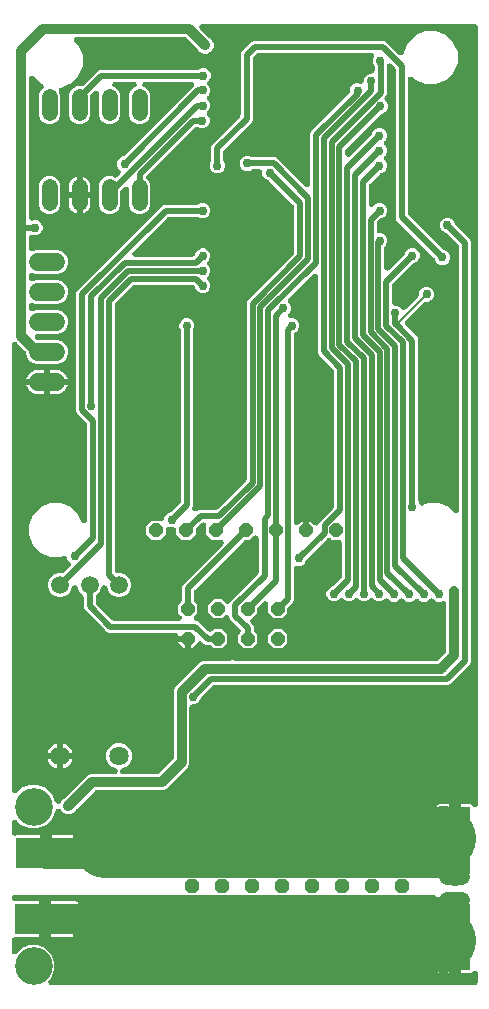
<source format=gbr>
G04 EAGLE Gerber RS-274X export*
G75*
%MOMM*%
%FSLAX34Y34*%
%LPD*%
%INBottom Copper*%
%IPPOS*%
%AMOC8*
5,1,8,0,0,1.08239X$1,22.5*%
G01*
%ADD10C,1.320800*%
%ADD11C,1.524000*%
%ADD12R,5.080000X2.540000*%
%ADD13P,1.429621X8X292.500000*%
%ADD14P,4.346878X8X112.500000*%
%ADD15C,3.200400*%
%ADD16C,1.638300*%
%ADD17C,1.498600*%
%ADD18P,1.307527X8X22.500000*%
%ADD19P,1.199288X8X202.500000*%
%ADD20P,1.199288X8X22.500000*%
%ADD21R,2.540000X5.080000*%
%ADD22C,0.508000*%
%ADD23C,0.812800*%
%ADD24C,0.906400*%
%ADD25C,0.756400*%
%ADD26C,2.540000*%
%ADD27C,5.500000*%
%ADD28C,1.270000*%
%ADD29C,0.254000*%
%ADD30C,0.200000*%

G36*
X162904Y138222D02*
X162904Y138222D01*
X163034Y138224D01*
X163127Y138242D01*
X163222Y138251D01*
X163348Y138285D01*
X163476Y138310D01*
X163565Y138344D01*
X163657Y138369D01*
X163774Y138425D01*
X163896Y138472D01*
X163977Y138522D01*
X164063Y138563D01*
X164169Y138638D01*
X164280Y138706D01*
X164352Y138769D01*
X164430Y138825D01*
X164520Y138918D01*
X164618Y139004D01*
X164677Y139079D01*
X164744Y139147D01*
X164817Y139255D01*
X164897Y139357D01*
X164942Y139441D01*
X164996Y139520D01*
X165048Y139639D01*
X165110Y139754D01*
X165139Y139845D01*
X165178Y139932D01*
X165209Y140059D01*
X165249Y140182D01*
X165262Y140277D01*
X165285Y140370D01*
X165293Y140499D01*
X165310Y140628D01*
X165306Y140724D01*
X165312Y140819D01*
X165297Y140948D01*
X165292Y141078D01*
X165271Y141171D01*
X165260Y141266D01*
X165223Y141391D01*
X165194Y141518D01*
X165158Y141606D01*
X165130Y141697D01*
X165071Y141813D01*
X165021Y141933D01*
X164969Y142013D01*
X164926Y142099D01*
X164847Y142202D01*
X164776Y142311D01*
X164690Y142409D01*
X164654Y142457D01*
X164621Y142488D01*
X164570Y142546D01*
X159169Y147946D01*
X159169Y148961D01*
X167750Y148961D01*
X176331Y148961D01*
X176331Y147946D01*
X170930Y142546D01*
X170847Y142446D01*
X170756Y142353D01*
X170703Y142273D01*
X170642Y142200D01*
X170577Y142087D01*
X170504Y141980D01*
X170466Y141892D01*
X170418Y141809D01*
X170375Y141687D01*
X170322Y141568D01*
X170299Y141475D01*
X170267Y141385D01*
X170246Y141257D01*
X170215Y141130D01*
X170210Y141035D01*
X170194Y140941D01*
X170196Y140811D01*
X170188Y140681D01*
X170199Y140586D01*
X170200Y140491D01*
X170225Y140363D01*
X170240Y140234D01*
X170267Y140142D01*
X170286Y140048D01*
X170332Y139927D01*
X170370Y139803D01*
X170413Y139718D01*
X170448Y139628D01*
X170515Y139517D01*
X170574Y139401D01*
X170632Y139325D01*
X170682Y139244D01*
X170768Y139146D01*
X170846Y139043D01*
X170917Y138978D01*
X170980Y138906D01*
X171082Y138826D01*
X171178Y138738D01*
X171258Y138686D01*
X171333Y138627D01*
X171448Y138566D01*
X171557Y138496D01*
X171646Y138459D01*
X171730Y138414D01*
X171854Y138374D01*
X171974Y138325D01*
X172067Y138305D01*
X172158Y138275D01*
X172287Y138257D01*
X172414Y138230D01*
X172544Y138222D01*
X172604Y138214D01*
X172649Y138216D01*
X172726Y138211D01*
X188174Y138211D01*
X188304Y138222D01*
X188434Y138224D01*
X188527Y138242D01*
X188622Y138251D01*
X188748Y138285D01*
X188876Y138310D01*
X188965Y138344D01*
X189057Y138369D01*
X189174Y138425D01*
X189296Y138472D01*
X189377Y138522D01*
X189463Y138563D01*
X189569Y138638D01*
X189680Y138706D01*
X189752Y138769D01*
X189830Y138825D01*
X189920Y138918D01*
X190018Y139004D01*
X190077Y139079D01*
X190144Y139147D01*
X190217Y139255D01*
X190297Y139357D01*
X190342Y139441D01*
X190396Y139520D01*
X190448Y139639D01*
X190510Y139754D01*
X190539Y139845D01*
X190578Y139932D01*
X190609Y140059D01*
X190649Y140182D01*
X190662Y140277D01*
X190685Y140370D01*
X190693Y140499D01*
X190710Y140628D01*
X190706Y140724D01*
X190712Y140819D01*
X190697Y140948D01*
X190692Y141078D01*
X190671Y141171D01*
X190660Y141266D01*
X190623Y141391D01*
X190594Y141518D01*
X190558Y141606D01*
X190530Y141697D01*
X190471Y141813D01*
X190421Y141933D01*
X190369Y142013D01*
X190326Y142099D01*
X190247Y142202D01*
X190176Y142311D01*
X190090Y142409D01*
X190054Y142457D01*
X190021Y142488D01*
X189970Y142546D01*
X184569Y147946D01*
X184569Y148961D01*
X193150Y148961D01*
X201731Y148961D01*
X201731Y147946D01*
X196330Y142546D01*
X196247Y142446D01*
X196156Y142353D01*
X196103Y142273D01*
X196042Y142200D01*
X195977Y142087D01*
X195904Y141980D01*
X195866Y141892D01*
X195818Y141809D01*
X195775Y141687D01*
X195722Y141568D01*
X195699Y141475D01*
X195667Y141385D01*
X195646Y141257D01*
X195615Y141130D01*
X195610Y141035D01*
X195594Y140941D01*
X195596Y140811D01*
X195588Y140681D01*
X195599Y140586D01*
X195600Y140491D01*
X195625Y140363D01*
X195640Y140234D01*
X195667Y140142D01*
X195686Y140048D01*
X195732Y139927D01*
X195770Y139803D01*
X195813Y139718D01*
X195848Y139628D01*
X195915Y139517D01*
X195974Y139401D01*
X196032Y139325D01*
X196082Y139244D01*
X196168Y139146D01*
X196246Y139043D01*
X196317Y138978D01*
X196380Y138906D01*
X196482Y138826D01*
X196578Y138738D01*
X196658Y138686D01*
X196733Y138627D01*
X196848Y138566D01*
X196957Y138496D01*
X197046Y138459D01*
X197130Y138414D01*
X197254Y138374D01*
X197374Y138325D01*
X197467Y138305D01*
X197558Y138275D01*
X197687Y138257D01*
X197814Y138230D01*
X197944Y138222D01*
X198004Y138214D01*
X198049Y138216D01*
X198126Y138211D01*
X213574Y138211D01*
X213704Y138222D01*
X213834Y138224D01*
X213927Y138242D01*
X214022Y138251D01*
X214148Y138285D01*
X214276Y138310D01*
X214365Y138344D01*
X214457Y138369D01*
X214574Y138425D01*
X214696Y138472D01*
X214777Y138522D01*
X214863Y138563D01*
X214969Y138638D01*
X215080Y138706D01*
X215152Y138769D01*
X215230Y138825D01*
X215320Y138918D01*
X215418Y139004D01*
X215477Y139079D01*
X215544Y139147D01*
X215617Y139255D01*
X215697Y139357D01*
X215742Y139441D01*
X215796Y139520D01*
X215848Y139639D01*
X215910Y139754D01*
X215939Y139845D01*
X215978Y139932D01*
X216009Y140059D01*
X216049Y140182D01*
X216062Y140277D01*
X216085Y140370D01*
X216093Y140499D01*
X216110Y140628D01*
X216106Y140724D01*
X216112Y140819D01*
X216097Y140948D01*
X216092Y141078D01*
X216071Y141171D01*
X216060Y141266D01*
X216023Y141391D01*
X215994Y141518D01*
X215958Y141606D01*
X215930Y141697D01*
X215871Y141813D01*
X215821Y141933D01*
X215769Y142013D01*
X215726Y142099D01*
X215647Y142202D01*
X215576Y142311D01*
X215490Y142409D01*
X215454Y142457D01*
X215421Y142488D01*
X215370Y142546D01*
X209969Y147946D01*
X209969Y148961D01*
X218550Y148961D01*
X227131Y148961D01*
X227131Y147946D01*
X221730Y142546D01*
X221647Y142446D01*
X221556Y142353D01*
X221503Y142273D01*
X221442Y142200D01*
X221377Y142087D01*
X221304Y141980D01*
X221266Y141892D01*
X221218Y141809D01*
X221175Y141687D01*
X221122Y141568D01*
X221099Y141475D01*
X221067Y141385D01*
X221046Y141257D01*
X221015Y141130D01*
X221010Y141035D01*
X220994Y140941D01*
X220996Y140811D01*
X220988Y140681D01*
X220999Y140586D01*
X221000Y140491D01*
X221025Y140363D01*
X221040Y140234D01*
X221067Y140142D01*
X221086Y140048D01*
X221132Y139927D01*
X221170Y139803D01*
X221213Y139718D01*
X221248Y139628D01*
X221315Y139517D01*
X221374Y139401D01*
X221432Y139325D01*
X221482Y139244D01*
X221568Y139146D01*
X221646Y139043D01*
X221717Y138978D01*
X221780Y138906D01*
X221882Y138826D01*
X221978Y138738D01*
X222058Y138686D01*
X222133Y138627D01*
X222248Y138566D01*
X222357Y138496D01*
X222446Y138459D01*
X222530Y138414D01*
X222654Y138374D01*
X222774Y138325D01*
X222867Y138305D01*
X222958Y138275D01*
X223087Y138257D01*
X223214Y138230D01*
X223344Y138222D01*
X223404Y138214D01*
X223449Y138216D01*
X223526Y138211D01*
X238974Y138211D01*
X239104Y138222D01*
X239234Y138224D01*
X239327Y138242D01*
X239422Y138251D01*
X239548Y138285D01*
X239676Y138310D01*
X239765Y138344D01*
X239857Y138369D01*
X239974Y138425D01*
X240096Y138472D01*
X240177Y138522D01*
X240263Y138563D01*
X240369Y138638D01*
X240480Y138706D01*
X240552Y138769D01*
X240630Y138825D01*
X240720Y138918D01*
X240818Y139004D01*
X240877Y139079D01*
X240944Y139147D01*
X241017Y139255D01*
X241097Y139357D01*
X241142Y139441D01*
X241196Y139520D01*
X241248Y139639D01*
X241310Y139754D01*
X241339Y139845D01*
X241378Y139932D01*
X241409Y140059D01*
X241449Y140182D01*
X241462Y140277D01*
X241485Y140370D01*
X241493Y140499D01*
X241510Y140628D01*
X241506Y140724D01*
X241512Y140819D01*
X241497Y140948D01*
X241492Y141078D01*
X241471Y141171D01*
X241460Y141266D01*
X241423Y141391D01*
X241394Y141518D01*
X241358Y141606D01*
X241330Y141697D01*
X241271Y141813D01*
X241221Y141933D01*
X241169Y142013D01*
X241126Y142099D01*
X241047Y142202D01*
X240976Y142311D01*
X240890Y142409D01*
X240854Y142457D01*
X240821Y142488D01*
X240770Y142546D01*
X235369Y147946D01*
X235369Y148961D01*
X243950Y148961D01*
X252531Y148961D01*
X252531Y147946D01*
X247130Y142546D01*
X247047Y142446D01*
X246956Y142353D01*
X246903Y142273D01*
X246842Y142200D01*
X246777Y142087D01*
X246704Y141980D01*
X246666Y141892D01*
X246618Y141809D01*
X246575Y141687D01*
X246522Y141568D01*
X246499Y141475D01*
X246467Y141385D01*
X246446Y141257D01*
X246415Y141130D01*
X246410Y141035D01*
X246394Y140941D01*
X246396Y140811D01*
X246388Y140681D01*
X246399Y140586D01*
X246400Y140491D01*
X246425Y140363D01*
X246440Y140234D01*
X246467Y140142D01*
X246486Y140048D01*
X246532Y139927D01*
X246570Y139803D01*
X246613Y139718D01*
X246648Y139628D01*
X246715Y139517D01*
X246774Y139401D01*
X246832Y139325D01*
X246882Y139244D01*
X246968Y139146D01*
X247046Y139043D01*
X247117Y138978D01*
X247180Y138906D01*
X247282Y138826D01*
X247378Y138738D01*
X247458Y138686D01*
X247533Y138627D01*
X247648Y138566D01*
X247757Y138496D01*
X247846Y138459D01*
X247930Y138414D01*
X248054Y138374D01*
X248174Y138325D01*
X248267Y138305D01*
X248358Y138275D01*
X248487Y138257D01*
X248614Y138230D01*
X248744Y138222D01*
X248804Y138214D01*
X248849Y138216D01*
X248926Y138211D01*
X264374Y138211D01*
X264504Y138222D01*
X264634Y138224D01*
X264727Y138242D01*
X264822Y138251D01*
X264948Y138285D01*
X265076Y138310D01*
X265165Y138344D01*
X265257Y138369D01*
X265374Y138425D01*
X265496Y138472D01*
X265577Y138522D01*
X265663Y138563D01*
X265769Y138638D01*
X265880Y138706D01*
X265952Y138769D01*
X266030Y138825D01*
X266120Y138918D01*
X266218Y139004D01*
X266277Y139079D01*
X266344Y139147D01*
X266417Y139255D01*
X266497Y139357D01*
X266542Y139441D01*
X266596Y139520D01*
X266648Y139639D01*
X266710Y139754D01*
X266739Y139845D01*
X266778Y139932D01*
X266809Y140059D01*
X266849Y140182D01*
X266862Y140277D01*
X266885Y140370D01*
X266893Y140499D01*
X266910Y140628D01*
X266906Y140724D01*
X266912Y140819D01*
X266897Y140948D01*
X266892Y141078D01*
X266871Y141171D01*
X266860Y141266D01*
X266823Y141391D01*
X266794Y141518D01*
X266758Y141606D01*
X266730Y141697D01*
X266671Y141813D01*
X266621Y141933D01*
X266569Y142013D01*
X266526Y142099D01*
X266447Y142202D01*
X266376Y142311D01*
X266290Y142409D01*
X266254Y142457D01*
X266221Y142488D01*
X266170Y142546D01*
X260769Y147946D01*
X260769Y148961D01*
X269350Y148961D01*
X277931Y148961D01*
X277931Y147946D01*
X272530Y142546D01*
X272447Y142446D01*
X272356Y142353D01*
X272303Y142273D01*
X272242Y142200D01*
X272177Y142087D01*
X272104Y141980D01*
X272066Y141892D01*
X272018Y141809D01*
X271975Y141687D01*
X271922Y141568D01*
X271899Y141475D01*
X271867Y141385D01*
X271846Y141257D01*
X271815Y141130D01*
X271810Y141035D01*
X271794Y140941D01*
X271796Y140811D01*
X271788Y140681D01*
X271799Y140586D01*
X271800Y140491D01*
X271825Y140363D01*
X271840Y140234D01*
X271867Y140142D01*
X271886Y140048D01*
X271932Y139927D01*
X271970Y139803D01*
X272013Y139718D01*
X272048Y139628D01*
X272115Y139517D01*
X272174Y139401D01*
X272232Y139325D01*
X272282Y139244D01*
X272368Y139146D01*
X272446Y139043D01*
X272517Y138978D01*
X272580Y138906D01*
X272682Y138826D01*
X272778Y138738D01*
X272858Y138686D01*
X272933Y138627D01*
X273048Y138566D01*
X273157Y138496D01*
X273246Y138459D01*
X273330Y138414D01*
X273454Y138374D01*
X273574Y138325D01*
X273667Y138305D01*
X273758Y138275D01*
X273887Y138257D01*
X274014Y138230D01*
X274144Y138222D01*
X274204Y138214D01*
X274249Y138216D01*
X274326Y138211D01*
X289774Y138211D01*
X289904Y138222D01*
X290034Y138224D01*
X290127Y138242D01*
X290222Y138251D01*
X290348Y138285D01*
X290476Y138310D01*
X290565Y138344D01*
X290657Y138369D01*
X290774Y138425D01*
X290896Y138472D01*
X290977Y138522D01*
X291063Y138563D01*
X291169Y138638D01*
X291280Y138706D01*
X291352Y138769D01*
X291430Y138825D01*
X291520Y138918D01*
X291618Y139004D01*
X291677Y139079D01*
X291744Y139147D01*
X291817Y139255D01*
X291897Y139357D01*
X291942Y139441D01*
X291996Y139520D01*
X292048Y139639D01*
X292110Y139754D01*
X292139Y139845D01*
X292178Y139932D01*
X292209Y140059D01*
X292249Y140182D01*
X292262Y140277D01*
X292285Y140370D01*
X292293Y140499D01*
X292310Y140628D01*
X292306Y140724D01*
X292312Y140819D01*
X292297Y140948D01*
X292292Y141078D01*
X292271Y141171D01*
X292260Y141266D01*
X292223Y141391D01*
X292194Y141518D01*
X292158Y141606D01*
X292130Y141697D01*
X292071Y141813D01*
X292021Y141933D01*
X291969Y142013D01*
X291926Y142099D01*
X291847Y142202D01*
X291776Y142311D01*
X291690Y142409D01*
X291654Y142457D01*
X291621Y142488D01*
X291570Y142546D01*
X286169Y147946D01*
X286169Y148961D01*
X294750Y148961D01*
X303331Y148961D01*
X303331Y147946D01*
X297930Y142546D01*
X297847Y142446D01*
X297756Y142353D01*
X297703Y142273D01*
X297642Y142200D01*
X297577Y142087D01*
X297504Y141980D01*
X297466Y141892D01*
X297418Y141809D01*
X297375Y141687D01*
X297322Y141568D01*
X297299Y141475D01*
X297267Y141385D01*
X297246Y141257D01*
X297215Y141130D01*
X297210Y141035D01*
X297194Y140941D01*
X297196Y140811D01*
X297188Y140681D01*
X297199Y140586D01*
X297200Y140491D01*
X297225Y140363D01*
X297240Y140234D01*
X297267Y140142D01*
X297286Y140048D01*
X297332Y139927D01*
X297370Y139803D01*
X297413Y139718D01*
X297448Y139628D01*
X297515Y139517D01*
X297574Y139401D01*
X297632Y139325D01*
X297682Y139244D01*
X297768Y139146D01*
X297846Y139043D01*
X297917Y138978D01*
X297980Y138906D01*
X298082Y138826D01*
X298178Y138738D01*
X298258Y138686D01*
X298333Y138627D01*
X298448Y138566D01*
X298557Y138496D01*
X298646Y138459D01*
X298730Y138414D01*
X298854Y138374D01*
X298974Y138325D01*
X299067Y138305D01*
X299158Y138275D01*
X299287Y138257D01*
X299414Y138230D01*
X299544Y138222D01*
X299604Y138214D01*
X299649Y138216D01*
X299726Y138211D01*
X315174Y138211D01*
X315304Y138222D01*
X315434Y138224D01*
X315527Y138242D01*
X315622Y138251D01*
X315748Y138285D01*
X315876Y138310D01*
X315965Y138344D01*
X316057Y138369D01*
X316174Y138425D01*
X316296Y138472D01*
X316377Y138522D01*
X316463Y138563D01*
X316569Y138638D01*
X316680Y138706D01*
X316752Y138769D01*
X316830Y138825D01*
X316920Y138918D01*
X317018Y139004D01*
X317077Y139079D01*
X317144Y139147D01*
X317217Y139255D01*
X317297Y139357D01*
X317342Y139441D01*
X317396Y139520D01*
X317448Y139639D01*
X317510Y139754D01*
X317539Y139845D01*
X317578Y139932D01*
X317609Y140059D01*
X317649Y140182D01*
X317662Y140277D01*
X317685Y140370D01*
X317693Y140499D01*
X317710Y140628D01*
X317706Y140724D01*
X317712Y140819D01*
X317697Y140948D01*
X317692Y141078D01*
X317671Y141171D01*
X317660Y141266D01*
X317623Y141391D01*
X317594Y141518D01*
X317558Y141606D01*
X317530Y141697D01*
X317471Y141813D01*
X317421Y141933D01*
X317369Y142013D01*
X317326Y142099D01*
X317247Y142202D01*
X317176Y142311D01*
X317090Y142409D01*
X317054Y142457D01*
X317021Y142488D01*
X316970Y142546D01*
X311569Y147946D01*
X311569Y148961D01*
X320150Y148961D01*
X328731Y148961D01*
X328731Y147946D01*
X323330Y142546D01*
X323247Y142446D01*
X323156Y142353D01*
X323103Y142273D01*
X323042Y142200D01*
X322977Y142087D01*
X322904Y141980D01*
X322866Y141892D01*
X322818Y141809D01*
X322775Y141687D01*
X322722Y141568D01*
X322699Y141475D01*
X322667Y141385D01*
X322646Y141257D01*
X322615Y141130D01*
X322610Y141035D01*
X322594Y140941D01*
X322596Y140811D01*
X322588Y140681D01*
X322599Y140586D01*
X322600Y140491D01*
X322625Y140363D01*
X322640Y140234D01*
X322667Y140142D01*
X322686Y140048D01*
X322732Y139927D01*
X322770Y139803D01*
X322813Y139718D01*
X322848Y139628D01*
X322915Y139517D01*
X322974Y139401D01*
X323032Y139325D01*
X323082Y139244D01*
X323168Y139146D01*
X323246Y139043D01*
X323317Y138978D01*
X323380Y138906D01*
X323482Y138826D01*
X323578Y138738D01*
X323658Y138686D01*
X323733Y138627D01*
X323848Y138566D01*
X323957Y138496D01*
X324046Y138459D01*
X324130Y138414D01*
X324254Y138374D01*
X324374Y138325D01*
X324467Y138305D01*
X324558Y138275D01*
X324687Y138257D01*
X324814Y138230D01*
X324944Y138222D01*
X325004Y138214D01*
X325049Y138216D01*
X325126Y138211D01*
X340574Y138211D01*
X340704Y138222D01*
X340834Y138224D01*
X340927Y138242D01*
X341022Y138251D01*
X341148Y138285D01*
X341276Y138310D01*
X341365Y138344D01*
X341457Y138369D01*
X341574Y138425D01*
X341696Y138472D01*
X341777Y138522D01*
X341863Y138563D01*
X341969Y138638D01*
X342080Y138706D01*
X342152Y138769D01*
X342230Y138825D01*
X342320Y138918D01*
X342418Y139004D01*
X342477Y139079D01*
X342544Y139147D01*
X342617Y139255D01*
X342697Y139357D01*
X342742Y139441D01*
X342796Y139520D01*
X342848Y139639D01*
X342910Y139754D01*
X342939Y139845D01*
X342978Y139932D01*
X343009Y140059D01*
X343049Y140182D01*
X343062Y140277D01*
X343085Y140370D01*
X343093Y140499D01*
X343110Y140628D01*
X343106Y140724D01*
X343112Y140819D01*
X343097Y140948D01*
X343092Y141078D01*
X343071Y141171D01*
X343060Y141266D01*
X343023Y141391D01*
X342994Y141518D01*
X342958Y141606D01*
X342930Y141697D01*
X342871Y141813D01*
X342821Y141933D01*
X342769Y142013D01*
X342726Y142099D01*
X342647Y142202D01*
X342576Y142311D01*
X342490Y142409D01*
X342454Y142457D01*
X342421Y142488D01*
X342370Y142546D01*
X336969Y147946D01*
X336969Y148961D01*
X345550Y148961D01*
X354131Y148961D01*
X354131Y147946D01*
X348730Y142546D01*
X348647Y142446D01*
X348556Y142353D01*
X348503Y142273D01*
X348442Y142200D01*
X348377Y142087D01*
X348304Y141980D01*
X348266Y141892D01*
X348218Y141809D01*
X348175Y141687D01*
X348122Y141568D01*
X348099Y141475D01*
X348067Y141385D01*
X348046Y141257D01*
X348015Y141130D01*
X348010Y141035D01*
X347994Y140941D01*
X347996Y140811D01*
X347988Y140681D01*
X347999Y140586D01*
X348000Y140491D01*
X348025Y140363D01*
X348040Y140234D01*
X348067Y140142D01*
X348086Y140048D01*
X348132Y139927D01*
X348170Y139803D01*
X348213Y139718D01*
X348248Y139628D01*
X348315Y139517D01*
X348374Y139401D01*
X348432Y139325D01*
X348482Y139244D01*
X348568Y139146D01*
X348646Y139043D01*
X348717Y138978D01*
X348780Y138906D01*
X348882Y138826D01*
X348978Y138738D01*
X349058Y138686D01*
X349133Y138627D01*
X349248Y138566D01*
X349357Y138496D01*
X349446Y138459D01*
X349530Y138414D01*
X349654Y138374D01*
X349774Y138325D01*
X349867Y138305D01*
X349958Y138275D01*
X350087Y138257D01*
X350214Y138230D01*
X350344Y138222D01*
X350404Y138214D01*
X350449Y138216D01*
X350526Y138211D01*
X372653Y138211D01*
X372793Y138223D01*
X372935Y138227D01*
X373017Y138243D01*
X373101Y138251D01*
X373238Y138288D01*
X373376Y138316D01*
X373454Y138347D01*
X373535Y138369D01*
X373663Y138430D01*
X373795Y138482D01*
X373866Y138527D01*
X373942Y138563D01*
X374057Y138645D01*
X374177Y138720D01*
X374240Y138776D01*
X374308Y138825D01*
X374407Y138926D01*
X374512Y139021D01*
X374563Y139087D01*
X374622Y139147D01*
X374701Y139265D01*
X374788Y139376D01*
X374827Y139451D01*
X374874Y139520D01*
X374932Y139650D01*
X374997Y139775D01*
X375022Y139855D01*
X375057Y139932D01*
X375090Y140070D01*
X375133Y140205D01*
X375143Y140288D01*
X375163Y140370D01*
X375172Y140511D01*
X375190Y140651D01*
X375186Y140735D01*
X375191Y140819D01*
X375174Y140960D01*
X375167Y141101D01*
X375145Y141210D01*
X375139Y141266D01*
X375124Y141316D01*
X375105Y141407D01*
X375009Y141765D01*
X375009Y162421D01*
X385171Y162421D01*
X385171Y145209D01*
X385174Y145174D01*
X385172Y145140D01*
X385194Y144951D01*
X385211Y144760D01*
X385220Y144727D01*
X385224Y144693D01*
X385279Y144510D01*
X385329Y144326D01*
X385344Y144295D01*
X385354Y144262D01*
X385441Y144091D01*
X385523Y143919D01*
X385543Y143891D01*
X385558Y143860D01*
X385674Y143708D01*
X385785Y143553D01*
X385810Y143529D01*
X385830Y143502D01*
X385971Y143373D01*
X386107Y143239D01*
X386136Y143220D01*
X386162Y143196D01*
X386323Y143094D01*
X386481Y142987D01*
X386512Y142973D01*
X386541Y142955D01*
X386718Y142882D01*
X386892Y142805D01*
X386926Y142797D01*
X386958Y142784D01*
X387145Y142744D01*
X387330Y142698D01*
X387364Y142696D01*
X387398Y142689D01*
X387710Y142670D01*
X387711Y142670D01*
X387711Y140750D01*
X387714Y140716D01*
X387712Y140681D01*
X387734Y140492D01*
X387750Y140302D01*
X387760Y140268D01*
X387764Y140234D01*
X387819Y140051D01*
X387869Y139867D01*
X387884Y139836D01*
X387894Y139803D01*
X387981Y139632D01*
X388062Y139461D01*
X388083Y139432D01*
X388098Y139401D01*
X388213Y139249D01*
X388325Y139094D01*
X388349Y139070D01*
X388370Y139043D01*
X388510Y138914D01*
X388647Y138780D01*
X388676Y138761D01*
X388701Y138738D01*
X388862Y138635D01*
X389020Y138528D01*
X389052Y138514D01*
X389081Y138496D01*
X389258Y138423D01*
X389432Y138346D01*
X389466Y138338D01*
X389498Y138325D01*
X389684Y138285D01*
X389869Y138239D01*
X389904Y138237D01*
X389938Y138230D01*
X390250Y138211D01*
X390285Y138214D01*
X390319Y138212D01*
X390509Y138234D01*
X390699Y138251D01*
X390732Y138260D01*
X390766Y138264D01*
X390949Y138319D01*
X391133Y138369D01*
X391164Y138384D01*
X391197Y138394D01*
X391368Y138481D01*
X391540Y138563D01*
X391568Y138583D01*
X391599Y138598D01*
X391751Y138714D01*
X391906Y138825D01*
X391930Y138850D01*
X391957Y138870D01*
X392087Y139011D01*
X392220Y139147D01*
X392239Y139176D01*
X392263Y139202D01*
X392365Y139363D01*
X392472Y139520D01*
X392486Y139552D01*
X392504Y139581D01*
X392577Y139758D01*
X392654Y139932D01*
X392662Y139966D01*
X392675Y139998D01*
X392716Y140185D01*
X392761Y140370D01*
X392763Y140404D01*
X392770Y140438D01*
X392789Y140750D01*
X392789Y142670D01*
X392790Y142670D01*
X392824Y142673D01*
X392859Y142671D01*
X393048Y142693D01*
X393238Y142710D01*
X393272Y142719D01*
X393306Y142723D01*
X393489Y142778D01*
X393673Y142828D01*
X393704Y142843D01*
X393737Y142853D01*
X393908Y142940D01*
X394079Y143022D01*
X394108Y143042D01*
X394138Y143057D01*
X394290Y143173D01*
X394446Y143284D01*
X394470Y143309D01*
X394497Y143329D01*
X394626Y143469D01*
X394760Y143606D01*
X394779Y143635D01*
X394802Y143661D01*
X394905Y143822D01*
X395012Y143979D01*
X395026Y144011D01*
X395044Y144040D01*
X395117Y144217D01*
X395194Y144391D01*
X395202Y144425D01*
X395215Y144457D01*
X395255Y144644D01*
X395301Y144829D01*
X395303Y144863D01*
X395310Y144897D01*
X395329Y145209D01*
X395329Y164960D01*
X395326Y164994D01*
X395328Y165029D01*
X395306Y165218D01*
X395289Y165408D01*
X395280Y165442D01*
X395276Y165476D01*
X395221Y165659D01*
X395171Y165843D01*
X395156Y165874D01*
X395146Y165907D01*
X395059Y166078D01*
X394977Y166249D01*
X394957Y166277D01*
X394941Y166308D01*
X394826Y166460D01*
X394715Y166615D01*
X394690Y166640D01*
X394669Y166667D01*
X394529Y166796D01*
X394393Y166930D01*
X394364Y166949D01*
X394338Y166972D01*
X394177Y167075D01*
X394019Y167182D01*
X393988Y167196D01*
X393959Y167214D01*
X393782Y167287D01*
X393608Y167364D01*
X393574Y167372D01*
X393542Y167385D01*
X393355Y167425D01*
X393170Y167470D01*
X393136Y167473D01*
X393102Y167480D01*
X392790Y167499D01*
X390249Y167499D01*
X390249Y167501D01*
X392790Y167501D01*
X392824Y167504D01*
X392859Y167502D01*
X393048Y167524D01*
X393238Y167541D01*
X393272Y167550D01*
X393306Y167554D01*
X393489Y167609D01*
X393673Y167659D01*
X393704Y167674D01*
X393737Y167684D01*
X393908Y167771D01*
X394079Y167853D01*
X394108Y167873D01*
X394138Y167889D01*
X394290Y168004D01*
X394446Y168115D01*
X394470Y168140D01*
X394497Y168161D01*
X394626Y168301D01*
X394760Y168437D01*
X394779Y168466D01*
X394802Y168492D01*
X394905Y168653D01*
X395012Y168811D01*
X395026Y168842D01*
X395044Y168871D01*
X395117Y169048D01*
X395194Y169222D01*
X395202Y169256D01*
X395215Y169288D01*
X395255Y169475D01*
X395301Y169660D01*
X395303Y169694D01*
X395310Y169728D01*
X395329Y170040D01*
X395329Y195441D01*
X403285Y195441D01*
X403931Y195268D01*
X404510Y194933D01*
X404983Y194460D01*
X405101Y194256D01*
X405108Y194246D01*
X405113Y194236D01*
X405236Y194063D01*
X405360Y193888D01*
X405368Y193879D01*
X405375Y193870D01*
X405528Y193721D01*
X405679Y193571D01*
X405689Y193564D01*
X405697Y193556D01*
X405875Y193436D01*
X406050Y193315D01*
X406061Y193310D01*
X406070Y193304D01*
X406267Y193217D01*
X406460Y193129D01*
X406472Y193126D01*
X406482Y193122D01*
X406689Y193071D01*
X406897Y193018D01*
X406908Y193018D01*
X406920Y193015D01*
X407131Y193002D01*
X407346Y192987D01*
X407357Y192988D01*
X407369Y192987D01*
X407582Y193012D01*
X407794Y193035D01*
X407805Y193038D01*
X407816Y193039D01*
X408022Y193101D01*
X408226Y193161D01*
X408236Y193166D01*
X408247Y193170D01*
X408437Y193266D01*
X408629Y193362D01*
X408638Y193369D01*
X408649Y193374D01*
X408818Y193502D01*
X408990Y193630D01*
X408998Y193639D01*
X409007Y193646D01*
X409152Y193803D01*
X409298Y193959D01*
X409305Y193968D01*
X409313Y193977D01*
X409427Y194157D01*
X409544Y194336D01*
X409548Y194347D01*
X409554Y194357D01*
X409635Y194554D01*
X409718Y194751D01*
X409721Y194763D01*
X409725Y194773D01*
X409770Y194982D01*
X409817Y195191D01*
X409818Y195202D01*
X409820Y195214D01*
X409839Y195525D01*
X409839Y853300D01*
X409836Y853335D01*
X409838Y853369D01*
X409816Y853558D01*
X409799Y853749D01*
X409790Y853782D01*
X409786Y853816D01*
X409731Y853999D01*
X409681Y854183D01*
X409666Y854214D01*
X409656Y854247D01*
X409569Y854418D01*
X409487Y854590D01*
X409467Y854618D01*
X409452Y854649D01*
X409336Y854801D01*
X409225Y854956D01*
X409200Y854980D01*
X409180Y855007D01*
X409040Y855136D01*
X408903Y855270D01*
X408874Y855289D01*
X408848Y855313D01*
X408687Y855415D01*
X408530Y855522D01*
X408498Y855536D01*
X408469Y855554D01*
X408292Y855627D01*
X408118Y855704D01*
X408084Y855712D01*
X408052Y855725D01*
X407865Y855765D01*
X407680Y855811D01*
X407646Y855813D01*
X407612Y855820D01*
X407300Y855839D01*
X176632Y855839D01*
X176502Y855828D01*
X176372Y855826D01*
X176278Y855808D01*
X176183Y855799D01*
X176057Y855765D01*
X175930Y855740D01*
X175841Y855706D01*
X175749Y855681D01*
X175631Y855625D01*
X175510Y855578D01*
X175428Y855528D01*
X175342Y855487D01*
X175236Y855412D01*
X175125Y855344D01*
X175054Y855281D01*
X174976Y855225D01*
X174885Y855132D01*
X174788Y855046D01*
X174729Y854971D01*
X174662Y854903D01*
X174589Y854795D01*
X174508Y854693D01*
X174463Y854609D01*
X174410Y854530D01*
X174357Y854411D01*
X174296Y854296D01*
X174266Y854205D01*
X174228Y854118D01*
X174197Y853991D01*
X174157Y853868D01*
X174144Y853773D01*
X174121Y853680D01*
X174113Y853551D01*
X174095Y853422D01*
X174099Y853326D01*
X174093Y853231D01*
X174108Y853102D01*
X174114Y852972D01*
X174134Y852879D01*
X174145Y852784D01*
X174183Y852659D01*
X174211Y852532D01*
X174248Y852444D01*
X174276Y852353D01*
X174335Y852237D01*
X174385Y852117D01*
X174437Y852037D01*
X174480Y851951D01*
X174558Y851848D01*
X174629Y851739D01*
X174715Y851641D01*
X174752Y851593D01*
X174785Y851562D01*
X174836Y851504D01*
X181519Y844821D01*
X181609Y844746D01*
X181692Y844664D01*
X181781Y844602D01*
X181865Y844532D01*
X181966Y844474D01*
X182062Y844408D01*
X182201Y844340D01*
X182256Y844309D01*
X182290Y844297D01*
X182343Y844271D01*
X183006Y843996D01*
X184996Y842006D01*
X186073Y839407D01*
X186073Y836593D01*
X184996Y833994D01*
X183006Y832004D01*
X180407Y830927D01*
X177593Y830927D01*
X174994Y832004D01*
X173004Y833994D01*
X172729Y834657D01*
X172675Y834760D01*
X172630Y834868D01*
X172571Y834960D01*
X172521Y835056D01*
X172449Y835148D01*
X172386Y835246D01*
X172284Y835362D01*
X172245Y835412D01*
X172218Y835436D01*
X172179Y835481D01*
X163232Y844428D01*
X163106Y844533D01*
X162985Y844645D01*
X162933Y844677D01*
X162887Y844716D01*
X162744Y844798D01*
X162605Y844886D01*
X162549Y844910D01*
X162496Y844940D01*
X162341Y844995D01*
X162189Y845057D01*
X162129Y845070D01*
X162071Y845091D01*
X161909Y845117D01*
X161748Y845152D01*
X161671Y845157D01*
X161627Y845164D01*
X161566Y845163D01*
X161436Y845171D01*
X70506Y845171D01*
X70376Y845160D01*
X70247Y845158D01*
X70153Y845140D01*
X70058Y845131D01*
X69932Y845097D01*
X69805Y845072D01*
X69715Y845038D01*
X69623Y845013D01*
X69506Y844957D01*
X69385Y844910D01*
X69303Y844860D01*
X69217Y844819D01*
X69111Y844744D01*
X69000Y844676D01*
X68928Y844613D01*
X68851Y844557D01*
X68760Y844464D01*
X68662Y844378D01*
X68603Y844303D01*
X68536Y844235D01*
X68464Y844127D01*
X68383Y844025D01*
X68338Y843941D01*
X68284Y843862D01*
X68232Y843743D01*
X68170Y843628D01*
X68141Y843537D01*
X68102Y843450D01*
X68071Y843323D01*
X68031Y843200D01*
X68018Y843105D01*
X67996Y843012D01*
X67988Y842883D01*
X67970Y842754D01*
X67974Y842658D01*
X67968Y842563D01*
X67983Y842434D01*
X67988Y842304D01*
X68009Y842211D01*
X68020Y842116D01*
X68058Y841991D01*
X68086Y841864D01*
X68122Y841776D01*
X68150Y841685D01*
X68209Y841568D01*
X68259Y841449D01*
X68311Y841369D01*
X68355Y841283D01*
X68433Y841180D01*
X68504Y841071D01*
X68590Y840973D01*
X68627Y840925D01*
X68660Y840894D01*
X68711Y840836D01*
X71711Y837836D01*
X75161Y829508D01*
X75161Y820492D01*
X71711Y812164D01*
X66005Y806458D01*
X65891Y806322D01*
X65772Y806190D01*
X65747Y806150D01*
X65717Y806113D01*
X65628Y805959D01*
X65535Y805808D01*
X65517Y805763D01*
X65493Y805722D01*
X65434Y805555D01*
X65368Y805390D01*
X65366Y805379D01*
X65347Y805382D01*
X65172Y805413D01*
X65124Y805413D01*
X65077Y805419D01*
X64899Y805412D01*
X64722Y805411D01*
X64675Y805403D01*
X64627Y805401D01*
X64454Y805362D01*
X64279Y805330D01*
X64223Y805311D01*
X64188Y805303D01*
X64130Y805279D01*
X63983Y805229D01*
X56788Y802249D01*
X56701Y802219D01*
X56563Y802181D01*
X56489Y802145D01*
X56411Y802119D01*
X56285Y802049D01*
X56156Y801987D01*
X56090Y801940D01*
X56017Y801899D01*
X55907Y801809D01*
X55790Y801725D01*
X55733Y801666D01*
X55669Y801614D01*
X55576Y801505D01*
X55476Y801403D01*
X55430Y801334D01*
X55377Y801272D01*
X55304Y801148D01*
X55224Y801030D01*
X55191Y800954D01*
X55149Y800883D01*
X55100Y800749D01*
X55042Y800618D01*
X55022Y800538D01*
X54994Y800460D01*
X54969Y800319D01*
X54935Y800180D01*
X54930Y800098D01*
X54916Y800017D01*
X54916Y799874D01*
X54908Y799731D01*
X54917Y799649D01*
X54917Y799567D01*
X54943Y799426D01*
X54960Y799284D01*
X54984Y799205D01*
X54998Y799124D01*
X55078Y798890D01*
X55090Y798853D01*
X55095Y798843D01*
X55100Y798828D01*
X56345Y795823D01*
X56345Y778977D01*
X54953Y775616D01*
X52380Y773043D01*
X49019Y771651D01*
X45381Y771651D01*
X42020Y773043D01*
X39447Y775616D01*
X38055Y778977D01*
X38055Y795823D01*
X39447Y799184D01*
X41494Y801231D01*
X41547Y801294D01*
X41607Y801351D01*
X41691Y801466D01*
X41783Y801576D01*
X41824Y801648D01*
X41873Y801714D01*
X41935Y801843D01*
X42006Y801967D01*
X42034Y802045D01*
X42070Y802119D01*
X42109Y802256D01*
X42157Y802391D01*
X42171Y802473D01*
X42193Y802552D01*
X42207Y802694D01*
X42231Y802836D01*
X42230Y802918D01*
X42238Y803000D01*
X42227Y803143D01*
X42225Y803286D01*
X42209Y803367D01*
X42202Y803449D01*
X42166Y803587D01*
X42139Y803728D01*
X42109Y803805D01*
X42088Y803884D01*
X42028Y804014D01*
X41977Y804148D01*
X41934Y804218D01*
X41899Y804293D01*
X41817Y804410D01*
X41743Y804533D01*
X41688Y804594D01*
X41641Y804662D01*
X41539Y804763D01*
X41445Y804870D01*
X41380Y804921D01*
X41322Y804979D01*
X41204Y805061D01*
X41092Y805149D01*
X41019Y805188D01*
X40951Y805235D01*
X40730Y805343D01*
X40695Y805362D01*
X40684Y805365D01*
X40670Y805372D01*
X39664Y805789D01*
X34190Y811263D01*
X34090Y811347D01*
X33997Y811438D01*
X33917Y811491D01*
X33844Y811552D01*
X33731Y811617D01*
X33624Y811690D01*
X33536Y811728D01*
X33453Y811776D01*
X33331Y811819D01*
X33212Y811872D01*
X33119Y811894D01*
X33029Y811926D01*
X32901Y811948D01*
X32774Y811978D01*
X32679Y811984D01*
X32585Y812000D01*
X32455Y811998D01*
X32325Y812006D01*
X32230Y811995D01*
X32134Y811994D01*
X32007Y811969D01*
X31878Y811954D01*
X31786Y811926D01*
X31692Y811908D01*
X31571Y811861D01*
X31447Y811824D01*
X31362Y811780D01*
X31272Y811746D01*
X31161Y811678D01*
X31045Y811619D01*
X30969Y811562D01*
X30888Y811512D01*
X30790Y811426D01*
X30687Y811347D01*
X30622Y811277D01*
X30550Y811214D01*
X30470Y811112D01*
X30381Y811016D01*
X30330Y810936D01*
X30271Y810861D01*
X30210Y810746D01*
X30140Y810637D01*
X30103Y810548D01*
X30058Y810464D01*
X30018Y810340D01*
X29969Y810220D01*
X29949Y810127D01*
X29919Y810036D01*
X29901Y809907D01*
X29874Y809780D01*
X29866Y809650D01*
X29858Y809590D01*
X29859Y809545D01*
X29855Y809468D01*
X29855Y692013D01*
X29862Y691930D01*
X29860Y691848D01*
X29882Y691707D01*
X29895Y691564D01*
X29916Y691485D01*
X29929Y691403D01*
X29975Y691268D01*
X30013Y691130D01*
X30049Y691055D01*
X30075Y690977D01*
X30145Y690852D01*
X30207Y690723D01*
X30254Y690656D01*
X30295Y690584D01*
X30385Y690473D01*
X30469Y690357D01*
X30528Y690300D01*
X30580Y690236D01*
X30689Y690143D01*
X30791Y690043D01*
X30860Y689997D01*
X30922Y689943D01*
X31046Y689871D01*
X31164Y689791D01*
X31240Y689758D01*
X31311Y689716D01*
X31445Y689667D01*
X31576Y689609D01*
X31656Y689589D01*
X31734Y689561D01*
X31875Y689536D01*
X32014Y689502D01*
X32096Y689497D01*
X32177Y689483D01*
X32320Y689483D01*
X32463Y689474D01*
X32545Y689484D01*
X32627Y689484D01*
X32768Y689510D01*
X32910Y689526D01*
X32989Y689550D01*
X33070Y689565D01*
X33303Y689645D01*
X33341Y689657D01*
X33351Y689662D01*
X33366Y689667D01*
X33742Y689823D01*
X36258Y689823D01*
X38582Y688860D01*
X40360Y687082D01*
X41323Y684758D01*
X41323Y682242D01*
X40360Y679918D01*
X38582Y678140D01*
X36258Y677177D01*
X33742Y677177D01*
X33366Y677333D01*
X33287Y677358D01*
X33212Y677391D01*
X33073Y677425D01*
X32936Y677468D01*
X32854Y677478D01*
X32774Y677498D01*
X32632Y677507D01*
X32489Y677525D01*
X32407Y677521D01*
X32325Y677526D01*
X32183Y677509D01*
X32040Y677502D01*
X31960Y677483D01*
X31878Y677474D01*
X31741Y677432D01*
X31601Y677400D01*
X31526Y677367D01*
X31447Y677343D01*
X31319Y677278D01*
X31188Y677222D01*
X31119Y677176D01*
X31045Y677139D01*
X30931Y677052D01*
X30812Y676974D01*
X30752Y676917D01*
X30687Y676867D01*
X30590Y676762D01*
X30486Y676663D01*
X30437Y676596D01*
X30381Y676536D01*
X30305Y676415D01*
X30220Y676300D01*
X30184Y676226D01*
X30140Y676156D01*
X30085Y676024D01*
X30022Y675895D01*
X30000Y675816D01*
X29969Y675739D01*
X29939Y675599D01*
X29899Y675462D01*
X29891Y675380D01*
X29874Y675299D01*
X29859Y675053D01*
X29855Y675014D01*
X29856Y675003D01*
X29855Y674987D01*
X29855Y666331D01*
X29856Y666314D01*
X29856Y666306D01*
X29861Y666258D01*
X29862Y666249D01*
X29860Y666167D01*
X29882Y666026D01*
X29895Y665883D01*
X29916Y665803D01*
X29929Y665722D01*
X29975Y665586D01*
X30013Y665448D01*
X30049Y665374D01*
X30075Y665296D01*
X30145Y665171D01*
X30207Y665042D01*
X30254Y664975D01*
X30295Y664903D01*
X30385Y664792D01*
X30469Y664675D01*
X30528Y664618D01*
X30580Y664554D01*
X30689Y664461D01*
X30791Y664361D01*
X30860Y664315D01*
X30922Y664262D01*
X31046Y664189D01*
X31164Y664109D01*
X31240Y664076D01*
X31311Y664034D01*
X31445Y663985D01*
X31576Y663927D01*
X31656Y663908D01*
X31734Y663879D01*
X31875Y663854D01*
X32014Y663820D01*
X32096Y663815D01*
X32177Y663801D01*
X32320Y663802D01*
X32463Y663793D01*
X32545Y663802D01*
X32627Y663803D01*
X32768Y663828D01*
X32910Y663845D01*
X32989Y663869D01*
X33070Y663884D01*
X33304Y663964D01*
X33341Y663975D01*
X33351Y663980D01*
X33366Y663985D01*
X35359Y664811D01*
X54641Y664811D01*
X58376Y663264D01*
X61234Y660406D01*
X62781Y656671D01*
X62781Y652629D01*
X61234Y648894D01*
X58376Y646036D01*
X54641Y644489D01*
X35359Y644489D01*
X33366Y645315D01*
X33287Y645340D01*
X33212Y645373D01*
X33073Y645407D01*
X32936Y645450D01*
X32854Y645460D01*
X32774Y645480D01*
X32632Y645488D01*
X32489Y645506D01*
X32407Y645502D01*
X32325Y645507D01*
X32183Y645491D01*
X32040Y645483D01*
X31960Y645465D01*
X31878Y645455D01*
X31740Y645414D01*
X31601Y645381D01*
X31526Y645349D01*
X31447Y645325D01*
X31319Y645260D01*
X31188Y645203D01*
X31119Y645158D01*
X31045Y645120D01*
X30931Y645034D01*
X30812Y644955D01*
X30752Y644898D01*
X30687Y644848D01*
X30590Y644743D01*
X30486Y644644D01*
X30437Y644578D01*
X30381Y644517D01*
X30304Y644396D01*
X30220Y644281D01*
X30184Y644207D01*
X30140Y644138D01*
X30085Y644005D01*
X30022Y643876D01*
X30000Y643797D01*
X29969Y643721D01*
X29939Y643581D01*
X29899Y643443D01*
X29891Y643361D01*
X29874Y643281D01*
X29859Y643035D01*
X29855Y642995D01*
X29856Y642985D01*
X29855Y642969D01*
X29855Y640931D01*
X29856Y640918D01*
X29856Y640913D01*
X29858Y640889D01*
X29862Y640849D01*
X29860Y640767D01*
X29882Y640626D01*
X29895Y640483D01*
X29916Y640403D01*
X29929Y640322D01*
X29975Y640186D01*
X30013Y640048D01*
X30049Y639974D01*
X30075Y639896D01*
X30145Y639771D01*
X30207Y639642D01*
X30254Y639575D01*
X30295Y639503D01*
X30385Y639392D01*
X30469Y639275D01*
X30528Y639218D01*
X30580Y639154D01*
X30689Y639061D01*
X30791Y638961D01*
X30860Y638915D01*
X30922Y638862D01*
X31046Y638789D01*
X31164Y638709D01*
X31240Y638676D01*
X31311Y638634D01*
X31445Y638585D01*
X31576Y638527D01*
X31656Y638508D01*
X31734Y638479D01*
X31875Y638454D01*
X32014Y638420D01*
X32096Y638415D01*
X32177Y638401D01*
X32320Y638402D01*
X32463Y638393D01*
X32545Y638402D01*
X32627Y638403D01*
X32768Y638428D01*
X32910Y638445D01*
X32989Y638469D01*
X33070Y638484D01*
X33304Y638564D01*
X33341Y638575D01*
X33351Y638580D01*
X33366Y638585D01*
X35359Y639411D01*
X54641Y639411D01*
X58376Y637864D01*
X61234Y635006D01*
X62781Y631271D01*
X62781Y627229D01*
X61234Y623494D01*
X58376Y620636D01*
X54641Y619089D01*
X35359Y619089D01*
X33366Y619915D01*
X33287Y619940D01*
X33212Y619973D01*
X33073Y620007D01*
X32936Y620050D01*
X32854Y620060D01*
X32774Y620080D01*
X32632Y620088D01*
X32489Y620106D01*
X32407Y620102D01*
X32325Y620107D01*
X32183Y620091D01*
X32040Y620083D01*
X31960Y620065D01*
X31878Y620055D01*
X31740Y620014D01*
X31601Y619981D01*
X31526Y619949D01*
X31447Y619925D01*
X31319Y619860D01*
X31188Y619803D01*
X31119Y619758D01*
X31045Y619720D01*
X30931Y619634D01*
X30812Y619555D01*
X30752Y619498D01*
X30687Y619448D01*
X30590Y619343D01*
X30486Y619244D01*
X30437Y619178D01*
X30381Y619117D01*
X30304Y618996D01*
X30220Y618881D01*
X30184Y618807D01*
X30140Y618738D01*
X30085Y618605D01*
X30022Y618476D01*
X30000Y618397D01*
X29969Y618321D01*
X29939Y618181D01*
X29899Y618043D01*
X29891Y617961D01*
X29874Y617881D01*
X29859Y617635D01*
X29855Y617595D01*
X29856Y617585D01*
X29855Y617569D01*
X29855Y615531D01*
X29862Y615449D01*
X29860Y615367D01*
X29882Y615226D01*
X29895Y615083D01*
X29916Y615003D01*
X29929Y614922D01*
X29975Y614786D01*
X30013Y614648D01*
X30049Y614574D01*
X30075Y614496D01*
X30145Y614371D01*
X30207Y614242D01*
X30254Y614175D01*
X30295Y614103D01*
X30385Y613992D01*
X30469Y613875D01*
X30528Y613818D01*
X30580Y613754D01*
X30689Y613661D01*
X30791Y613561D01*
X30860Y613515D01*
X30922Y613462D01*
X31046Y613389D01*
X31164Y613309D01*
X31240Y613276D01*
X31311Y613234D01*
X31445Y613185D01*
X31576Y613127D01*
X31656Y613108D01*
X31734Y613079D01*
X31875Y613054D01*
X32014Y613020D01*
X32096Y613015D01*
X32177Y613001D01*
X32320Y613002D01*
X32463Y612993D01*
X32545Y613002D01*
X32627Y613003D01*
X32768Y613028D01*
X32910Y613045D01*
X32989Y613069D01*
X33070Y613084D01*
X33304Y613164D01*
X33341Y613175D01*
X33351Y613180D01*
X33366Y613185D01*
X35359Y614011D01*
X54641Y614011D01*
X58376Y612464D01*
X61234Y609606D01*
X62781Y605871D01*
X62781Y601829D01*
X61234Y598094D01*
X58376Y595236D01*
X54641Y593689D01*
X37032Y593689D01*
X36902Y593678D01*
X36772Y593676D01*
X36678Y593658D01*
X36583Y593649D01*
X36458Y593615D01*
X36330Y593590D01*
X36241Y593556D01*
X36149Y593531D01*
X36031Y593475D01*
X35910Y593428D01*
X35828Y593378D01*
X35742Y593337D01*
X35636Y593262D01*
X35525Y593194D01*
X35454Y593131D01*
X35376Y593075D01*
X35285Y592982D01*
X35188Y592896D01*
X35129Y592821D01*
X35062Y592753D01*
X34989Y592645D01*
X34908Y592543D01*
X34863Y592459D01*
X34810Y592380D01*
X34757Y592261D01*
X34696Y592146D01*
X34666Y592055D01*
X34628Y591968D01*
X34597Y591841D01*
X34557Y591718D01*
X34544Y591623D01*
X34521Y591530D01*
X34513Y591401D01*
X34495Y591272D01*
X34499Y591176D01*
X34493Y591081D01*
X34508Y590952D01*
X34514Y590822D01*
X34534Y590729D01*
X34545Y590634D01*
X34583Y590509D01*
X34611Y590382D01*
X34648Y590294D01*
X34676Y590203D01*
X34735Y590087D01*
X34785Y589967D01*
X34837Y589886D01*
X34880Y589801D01*
X34958Y589698D01*
X35029Y589589D01*
X35115Y589491D01*
X35152Y589443D01*
X35185Y589412D01*
X35236Y589354D01*
X35362Y589249D01*
X35483Y589137D01*
X35535Y589105D01*
X35581Y589066D01*
X35724Y588984D01*
X35863Y588896D01*
X35919Y588872D01*
X35972Y588842D01*
X36127Y588787D01*
X36279Y588725D01*
X36339Y588712D01*
X36397Y588691D01*
X36559Y588665D01*
X36720Y588630D01*
X36797Y588625D01*
X36841Y588618D01*
X36902Y588619D01*
X37032Y588611D01*
X54641Y588611D01*
X58376Y587064D01*
X61234Y584206D01*
X62781Y580471D01*
X62781Y576429D01*
X61234Y572694D01*
X58376Y569836D01*
X54641Y568289D01*
X35359Y568289D01*
X31624Y569836D01*
X28766Y572694D01*
X27219Y576429D01*
X27219Y577638D01*
X27205Y577802D01*
X27198Y577967D01*
X27185Y578026D01*
X27179Y578087D01*
X27136Y578246D01*
X27100Y578406D01*
X27077Y578462D01*
X27061Y578521D01*
X26990Y578670D01*
X26927Y578822D01*
X26894Y578873D01*
X26867Y578928D01*
X26772Y579062D01*
X26682Y579200D01*
X26631Y579258D01*
X26605Y579294D01*
X26562Y579337D01*
X26476Y579434D01*
X19866Y586044D01*
X19496Y586414D01*
X19396Y586497D01*
X19303Y586588D01*
X19223Y586642D01*
X19150Y586703D01*
X19037Y586767D01*
X18930Y586840D01*
X18842Y586879D01*
X18759Y586926D01*
X18637Y586970D01*
X18518Y587022D01*
X18425Y587045D01*
X18335Y587077D01*
X18207Y587098D01*
X18080Y587129D01*
X17985Y587135D01*
X17891Y587151D01*
X17761Y587149D01*
X17631Y587157D01*
X17536Y587146D01*
X17441Y587144D01*
X17313Y587120D01*
X17184Y587105D01*
X17092Y587077D01*
X16999Y587059D01*
X16877Y587012D01*
X16753Y586974D01*
X16667Y586931D01*
X16578Y586897D01*
X16467Y586829D01*
X16351Y586770D01*
X16275Y586712D01*
X16194Y586663D01*
X16096Y586576D01*
X15993Y586498D01*
X15928Y586428D01*
X15856Y586365D01*
X15776Y586263D01*
X15687Y586167D01*
X15636Y586086D01*
X15577Y586011D01*
X15516Y585897D01*
X15446Y585787D01*
X15409Y585699D01*
X15364Y585615D01*
X15324Y585491D01*
X15275Y585371D01*
X15255Y585277D01*
X15225Y585186D01*
X15207Y585058D01*
X15180Y584930D01*
X15172Y584801D01*
X15164Y584740D01*
X15165Y584696D01*
X15161Y584618D01*
X15161Y207264D01*
X15172Y207135D01*
X15174Y207005D01*
X15192Y206911D01*
X15201Y206816D01*
X15235Y206690D01*
X15260Y206563D01*
X15294Y206474D01*
X15319Y206382D01*
X15375Y206264D01*
X15422Y206143D01*
X15472Y206061D01*
X15513Y205975D01*
X15588Y205869D01*
X15656Y205758D01*
X15719Y205686D01*
X15775Y205609D01*
X15868Y205518D01*
X15954Y205421D01*
X16029Y205361D01*
X16097Y205295D01*
X16205Y205222D01*
X16307Y205141D01*
X16391Y205096D01*
X16470Y205043D01*
X16589Y204990D01*
X16704Y204929D01*
X16795Y204899D01*
X16882Y204860D01*
X17009Y204830D01*
X17132Y204789D01*
X17227Y204776D01*
X17320Y204754D01*
X17449Y204746D01*
X17578Y204728D01*
X17674Y204732D01*
X17769Y204726D01*
X17898Y204741D01*
X18028Y204746D01*
X18121Y204767D01*
X18216Y204778D01*
X18341Y204816D01*
X18468Y204844D01*
X18556Y204881D01*
X18647Y204908D01*
X18763Y204968D01*
X18883Y205018D01*
X18963Y205069D01*
X19049Y205113D01*
X19152Y205191D01*
X19261Y205262D01*
X19359Y205348D01*
X19407Y205385D01*
X19438Y205418D01*
X19496Y205469D01*
X23246Y209220D01*
X30062Y212043D01*
X37438Y212043D01*
X44254Y209220D01*
X49470Y204004D01*
X52258Y197272D01*
X52318Y197157D01*
X52370Y197038D01*
X52422Y196958D01*
X52466Y196873D01*
X52546Y196770D01*
X52618Y196662D01*
X52684Y196593D01*
X52742Y196517D01*
X52839Y196430D01*
X52928Y196336D01*
X53006Y196279D01*
X53076Y196215D01*
X53187Y196147D01*
X53292Y196070D01*
X53378Y196028D01*
X53459Y195978D01*
X53579Y195929D01*
X53696Y195872D01*
X53788Y195846D01*
X53877Y195811D01*
X54005Y195785D01*
X54130Y195749D01*
X54225Y195740D01*
X54318Y195721D01*
X54448Y195718D01*
X54578Y195705D01*
X54673Y195712D01*
X54768Y195710D01*
X54897Y195730D01*
X55026Y195740D01*
X55119Y195764D01*
X55213Y195779D01*
X55337Y195821D01*
X55462Y195854D01*
X55549Y195894D01*
X55639Y195925D01*
X55753Y195989D01*
X55871Y196043D01*
X55949Y196098D01*
X56032Y196145D01*
X56133Y196227D01*
X56239Y196302D01*
X56307Y196369D01*
X56381Y196430D01*
X56465Y196529D01*
X56557Y196621D01*
X56611Y196700D01*
X56673Y196772D01*
X56739Y196884D01*
X56813Y196991D01*
X56870Y197108D01*
X56901Y197161D01*
X56916Y197203D01*
X56950Y197272D01*
X57254Y198006D01*
X59244Y199996D01*
X59907Y200271D01*
X60010Y200325D01*
X60118Y200370D01*
X60210Y200429D01*
X60306Y200479D01*
X60398Y200551D01*
X60496Y200614D01*
X60612Y200716D01*
X60662Y200755D01*
X60686Y200782D01*
X60731Y200821D01*
X79759Y219849D01*
X82186Y220855D01*
X102422Y220855D01*
X102599Y220870D01*
X102776Y220880D01*
X102822Y220890D01*
X102870Y220895D01*
X103042Y220941D01*
X103214Y220982D01*
X103258Y221001D01*
X103304Y221013D01*
X103465Y221089D01*
X103628Y221160D01*
X103668Y221186D01*
X103711Y221207D01*
X103855Y221310D01*
X104004Y221408D01*
X104038Y221441D01*
X104077Y221469D01*
X104201Y221596D01*
X104330Y221719D01*
X104358Y221757D01*
X104391Y221791D01*
X104491Y221939D01*
X104596Y222082D01*
X104617Y222125D01*
X104643Y222164D01*
X104715Y222327D01*
X104793Y222486D01*
X104806Y222532D01*
X104826Y222576D01*
X104868Y222749D01*
X104916Y222920D01*
X104921Y222967D01*
X104932Y223014D01*
X104943Y223191D01*
X104961Y223368D01*
X104957Y223415D01*
X104960Y223463D01*
X104939Y223640D01*
X104925Y223817D01*
X104913Y223863D01*
X104908Y223910D01*
X104856Y224081D01*
X104811Y224252D01*
X104791Y224295D01*
X104778Y224341D01*
X104697Y224500D01*
X104622Y224661D01*
X104595Y224700D01*
X104573Y224743D01*
X104466Y224884D01*
X104364Y225030D01*
X104330Y225063D01*
X104301Y225101D01*
X104171Y225222D01*
X104045Y225347D01*
X104005Y225374D01*
X103970Y225406D01*
X103820Y225502D01*
X103674Y225603D01*
X103621Y225629D01*
X103590Y225648D01*
X103532Y225672D01*
X103393Y225740D01*
X99913Y227182D01*
X96894Y230201D01*
X95260Y234145D01*
X95260Y238415D01*
X96894Y242359D01*
X99913Y245378D01*
X103857Y247012D01*
X108127Y247012D01*
X112071Y245378D01*
X115090Y242359D01*
X116724Y238415D01*
X116724Y234145D01*
X115090Y230201D01*
X112071Y227182D01*
X108591Y225740D01*
X108433Y225657D01*
X108273Y225581D01*
X108234Y225554D01*
X108192Y225531D01*
X108051Y225422D01*
X107907Y225319D01*
X107873Y225285D01*
X107836Y225256D01*
X107717Y225124D01*
X107593Y224997D01*
X107566Y224957D01*
X107534Y224921D01*
X107440Y224771D01*
X107341Y224624D01*
X107321Y224580D01*
X107296Y224539D01*
X107230Y224374D01*
X107158Y224212D01*
X107147Y224165D01*
X107129Y224121D01*
X107094Y223947D01*
X107052Y223774D01*
X107049Y223727D01*
X107039Y223680D01*
X107035Y223502D01*
X107024Y223325D01*
X107030Y223277D01*
X107028Y223230D01*
X107056Y223054D01*
X107076Y222878D01*
X107090Y222832D01*
X107097Y222785D01*
X107155Y222617D01*
X107206Y222447D01*
X107228Y222404D01*
X107244Y222359D01*
X107330Y222204D01*
X107411Y222045D01*
X107440Y222007D01*
X107463Y221966D01*
X107576Y221828D01*
X107683Y221687D01*
X107718Y221654D01*
X107748Y221617D01*
X107883Y221502D01*
X108014Y221381D01*
X108054Y221356D01*
X108091Y221325D01*
X108244Y221235D01*
X108394Y221140D01*
X108438Y221121D01*
X108479Y221097D01*
X108646Y221036D01*
X108810Y220969D01*
X108857Y220959D01*
X108902Y220942D01*
X109077Y220911D01*
X109250Y220874D01*
X109310Y220870D01*
X109345Y220864D01*
X109408Y220864D01*
X109562Y220855D01*
X138462Y220855D01*
X138626Y220869D01*
X138791Y220876D01*
X138850Y220889D01*
X138911Y220895D01*
X139070Y220938D01*
X139230Y220974D01*
X139286Y220997D01*
X139345Y221013D01*
X139493Y221084D01*
X139646Y221147D01*
X139697Y221180D01*
X139752Y221207D01*
X139885Y221302D01*
X140024Y221392D01*
X140082Y221443D01*
X140118Y221469D01*
X140161Y221512D01*
X140258Y221598D01*
X151652Y232992D01*
X151757Y233118D01*
X151869Y233239D01*
X151901Y233291D01*
X151940Y233337D01*
X152022Y233480D01*
X152110Y233619D01*
X152134Y233675D01*
X152164Y233728D01*
X152219Y233883D01*
X152281Y234035D01*
X152294Y234095D01*
X152315Y234153D01*
X152341Y234315D01*
X152376Y234476D01*
X152381Y234553D01*
X152388Y234597D01*
X152387Y234658D01*
X152395Y234788D01*
X152395Y291814D01*
X153401Y294241D01*
X175009Y315849D01*
X177436Y316855D01*
X198958Y316855D01*
X199075Y316865D01*
X199191Y316865D01*
X199298Y316885D01*
X199407Y316895D01*
X199520Y316925D01*
X199634Y316946D01*
X199781Y316997D01*
X199841Y317013D01*
X199874Y317029D01*
X199930Y317048D01*
X200593Y317323D01*
X203407Y317323D01*
X204070Y317048D01*
X204182Y317013D01*
X204290Y316969D01*
X204396Y316946D01*
X204500Y316913D01*
X204616Y316899D01*
X204730Y316874D01*
X204884Y316864D01*
X204946Y316857D01*
X204983Y316858D01*
X205042Y316855D01*
X374806Y316855D01*
X374969Y316869D01*
X375134Y316876D01*
X375193Y316889D01*
X375254Y316895D01*
X375413Y316938D01*
X375574Y316974D01*
X375630Y316997D01*
X375689Y317013D01*
X375837Y317084D01*
X375989Y317147D01*
X376040Y317180D01*
X376095Y317207D01*
X376229Y317302D01*
X376367Y317392D01*
X376425Y317443D01*
X376461Y317469D01*
X376504Y317512D01*
X376601Y317598D01*
X382448Y323445D01*
X382554Y323572D01*
X382665Y323692D01*
X382698Y323744D01*
X382737Y323791D01*
X382819Y323933D01*
X382907Y324072D01*
X382930Y324129D01*
X382960Y324182D01*
X383016Y324337D01*
X383078Y324489D01*
X383091Y324548D01*
X383111Y324606D01*
X383138Y324768D01*
X383173Y324929D01*
X383177Y325006D01*
X383185Y325050D01*
X383184Y325111D01*
X383192Y325241D01*
X383192Y365176D01*
X383185Y365258D01*
X383187Y365341D01*
X383165Y365482D01*
X383152Y365625D01*
X383130Y365704D01*
X383118Y365786D01*
X383071Y365921D01*
X383034Y366059D01*
X382998Y366133D01*
X382971Y366212D01*
X382901Y366337D01*
X382840Y366466D01*
X382792Y366533D01*
X382752Y366605D01*
X382661Y366715D01*
X382578Y366832D01*
X382519Y366889D01*
X382467Y366953D01*
X382358Y367046D01*
X382255Y367146D01*
X382187Y367192D01*
X382124Y367246D01*
X382001Y367318D01*
X381882Y367398D01*
X381807Y367431D01*
X381736Y367473D01*
X381601Y367522D01*
X381470Y367580D01*
X381390Y367600D01*
X381313Y367628D01*
X381172Y367653D01*
X381033Y367687D01*
X380951Y367692D01*
X380870Y367706D01*
X380726Y367706D01*
X380584Y367715D01*
X380502Y367705D01*
X380419Y367705D01*
X380279Y367679D01*
X380136Y367663D01*
X380058Y367639D01*
X379976Y367624D01*
X379744Y367544D01*
X379705Y367532D01*
X379696Y367527D01*
X379681Y367522D01*
X378267Y366937D01*
X375752Y366937D01*
X373428Y367899D01*
X372412Y368915D01*
X372385Y368937D01*
X372362Y368963D01*
X372213Y369081D01*
X372067Y369204D01*
X372037Y369221D01*
X372009Y369242D01*
X371841Y369333D01*
X371676Y369427D01*
X371643Y369439D01*
X371612Y369455D01*
X371431Y369514D01*
X371251Y369578D01*
X371217Y369584D01*
X371184Y369594D01*
X370995Y369620D01*
X370807Y369651D01*
X370773Y369651D01*
X370738Y369656D01*
X370548Y369648D01*
X370357Y369645D01*
X370323Y369639D01*
X370288Y369637D01*
X370102Y369596D01*
X369915Y369560D01*
X369883Y369547D01*
X369849Y369540D01*
X369673Y369466D01*
X369495Y369397D01*
X369465Y369379D01*
X369433Y369366D01*
X369273Y369263D01*
X369110Y369163D01*
X369084Y369141D01*
X369055Y369122D01*
X368821Y368915D01*
X367796Y367890D01*
X365472Y366927D01*
X362957Y366927D01*
X360633Y367890D01*
X359778Y368745D01*
X359751Y368767D01*
X359728Y368793D01*
X359579Y368911D01*
X359432Y369034D01*
X359402Y369051D01*
X359375Y369073D01*
X359207Y369163D01*
X359041Y369257D01*
X359009Y369269D01*
X358978Y369285D01*
X358797Y369344D01*
X358617Y369408D01*
X358583Y369414D01*
X358550Y369424D01*
X358361Y369451D01*
X358173Y369482D01*
X358139Y369481D01*
X358104Y369486D01*
X357913Y369478D01*
X357723Y369475D01*
X357689Y369469D01*
X357654Y369467D01*
X357468Y369426D01*
X357281Y369390D01*
X357248Y369377D01*
X357215Y369370D01*
X357038Y369296D01*
X356861Y369228D01*
X356831Y369210D01*
X356799Y369196D01*
X356639Y369093D01*
X356476Y368994D01*
X356450Y368971D01*
X356421Y368952D01*
X356187Y368745D01*
X355332Y367890D01*
X353008Y366927D01*
X350492Y366927D01*
X348168Y367890D01*
X347096Y368963D01*
X347069Y368985D01*
X347046Y369011D01*
X346897Y369129D01*
X346750Y369252D01*
X346720Y369269D01*
X346693Y369290D01*
X346525Y369380D01*
X346359Y369475D01*
X346327Y369487D01*
X346296Y369503D01*
X346115Y369562D01*
X345935Y369626D01*
X345901Y369632D01*
X345868Y369642D01*
X345679Y369668D01*
X345491Y369699D01*
X345456Y369699D01*
X345422Y369704D01*
X345231Y369696D01*
X345041Y369693D01*
X345006Y369687D01*
X344972Y369685D01*
X344786Y369644D01*
X344598Y369608D01*
X344566Y369595D01*
X344532Y369588D01*
X344356Y369514D01*
X344178Y369445D01*
X344149Y369427D01*
X344117Y369414D01*
X343956Y369310D01*
X343794Y369211D01*
X343768Y369189D01*
X343739Y369170D01*
X343504Y368963D01*
X342432Y367890D01*
X340108Y366927D01*
X337592Y366927D01*
X335268Y367890D01*
X334221Y368938D01*
X334194Y368960D01*
X334171Y368986D01*
X334022Y369104D01*
X333875Y369227D01*
X333845Y369244D01*
X333818Y369265D01*
X333650Y369355D01*
X333484Y369450D01*
X333452Y369462D01*
X333421Y369478D01*
X333240Y369537D01*
X333060Y369601D01*
X333026Y369607D01*
X332993Y369617D01*
X332804Y369643D01*
X332616Y369674D01*
X332581Y369674D01*
X332547Y369679D01*
X332356Y369671D01*
X332166Y369668D01*
X332131Y369662D01*
X332097Y369660D01*
X331911Y369619D01*
X331723Y369583D01*
X331691Y369570D01*
X331657Y369563D01*
X331481Y369489D01*
X331303Y369420D01*
X331274Y369402D01*
X331242Y369389D01*
X331081Y369285D01*
X330919Y369186D01*
X330893Y369163D01*
X330864Y369145D01*
X330629Y368938D01*
X329832Y368140D01*
X327508Y367177D01*
X324992Y367177D01*
X322668Y368140D01*
X321646Y369163D01*
X321619Y369185D01*
X321596Y369211D01*
X321447Y369329D01*
X321300Y369452D01*
X321270Y369469D01*
X321243Y369490D01*
X321075Y369580D01*
X320909Y369675D01*
X320877Y369687D01*
X320846Y369703D01*
X320665Y369762D01*
X320485Y369826D01*
X320451Y369832D01*
X320418Y369842D01*
X320229Y369868D01*
X320041Y369899D01*
X320006Y369899D01*
X319972Y369904D01*
X319781Y369896D01*
X319591Y369893D01*
X319556Y369887D01*
X319522Y369885D01*
X319336Y369844D01*
X319148Y369808D01*
X319116Y369795D01*
X319082Y369788D01*
X318906Y369714D01*
X318728Y369645D01*
X318699Y369627D01*
X318667Y369614D01*
X318506Y369510D01*
X318344Y369411D01*
X318318Y369389D01*
X318289Y369370D01*
X318054Y369163D01*
X317032Y368140D01*
X314708Y367177D01*
X312192Y367177D01*
X309868Y368140D01*
X308896Y369113D01*
X308869Y369135D01*
X308846Y369161D01*
X308697Y369279D01*
X308550Y369402D01*
X308520Y369419D01*
X308493Y369440D01*
X308325Y369531D01*
X308159Y369625D01*
X308127Y369637D01*
X308096Y369653D01*
X307915Y369712D01*
X307735Y369776D01*
X307701Y369782D01*
X307668Y369792D01*
X307479Y369818D01*
X307291Y369849D01*
X307256Y369849D01*
X307222Y369854D01*
X307031Y369846D01*
X306840Y369843D01*
X306806Y369837D01*
X306772Y369835D01*
X306586Y369794D01*
X306398Y369758D01*
X306366Y369745D01*
X306332Y369738D01*
X306157Y369664D01*
X305978Y369595D01*
X305949Y369577D01*
X305917Y369564D01*
X305757Y369461D01*
X305594Y369361D01*
X305568Y369339D01*
X305539Y369320D01*
X305304Y369113D01*
X304332Y368140D01*
X302008Y367177D01*
X299492Y367177D01*
X297168Y368140D01*
X296171Y369138D01*
X296144Y369160D01*
X296121Y369186D01*
X295972Y369304D01*
X295825Y369427D01*
X295795Y369444D01*
X295768Y369465D01*
X295600Y369555D01*
X295434Y369650D01*
X295402Y369662D01*
X295371Y369678D01*
X295190Y369737D01*
X295010Y369801D01*
X294976Y369807D01*
X294943Y369817D01*
X294754Y369843D01*
X294566Y369874D01*
X294531Y369874D01*
X294497Y369879D01*
X294306Y369871D01*
X294116Y369868D01*
X294081Y369862D01*
X294047Y369860D01*
X293861Y369819D01*
X293673Y369783D01*
X293641Y369770D01*
X293607Y369763D01*
X293431Y369689D01*
X293253Y369620D01*
X293224Y369602D01*
X293192Y369589D01*
X293031Y369485D01*
X292869Y369386D01*
X292843Y369364D01*
X292814Y369345D01*
X292579Y369138D01*
X291582Y368140D01*
X289258Y367177D01*
X286742Y367177D01*
X284418Y368140D01*
X282640Y369918D01*
X281677Y372242D01*
X281677Y374758D01*
X282640Y377082D01*
X284418Y378860D01*
X286950Y379909D01*
X287054Y379963D01*
X287162Y380008D01*
X287253Y380067D01*
X287349Y380117D01*
X287442Y380189D01*
X287540Y380252D01*
X287655Y380354D01*
X287705Y380393D01*
X287730Y380420D01*
X287774Y380459D01*
X293926Y386611D01*
X294031Y386737D01*
X294143Y386858D01*
X294175Y386909D01*
X294214Y386956D01*
X294296Y387099D01*
X294384Y387238D01*
X294408Y387294D01*
X294438Y387347D01*
X294493Y387502D01*
X294555Y387654D01*
X294568Y387714D01*
X294589Y387771D01*
X294615Y387934D01*
X294650Y388094D01*
X294655Y388171D01*
X294662Y388216D01*
X294661Y388277D01*
X294669Y388406D01*
X294669Y416880D01*
X294666Y416915D01*
X294668Y416949D01*
X294646Y417138D01*
X294629Y417329D01*
X294620Y417362D01*
X294616Y417396D01*
X294561Y417579D01*
X294511Y417763D01*
X294496Y417794D01*
X294486Y417827D01*
X294399Y417998D01*
X294317Y418170D01*
X294297Y418198D01*
X294282Y418229D01*
X294166Y418381D01*
X294055Y418536D01*
X294030Y418560D01*
X294010Y418587D01*
X293870Y418716D01*
X293733Y418850D01*
X293704Y418869D01*
X293678Y418893D01*
X293517Y418995D01*
X293360Y419102D01*
X293328Y419116D01*
X293299Y419134D01*
X293122Y419207D01*
X292948Y419284D01*
X292914Y419292D01*
X292882Y419305D01*
X292695Y419345D01*
X292510Y419391D01*
X292476Y419393D01*
X292442Y419400D01*
X292130Y419419D01*
X286453Y419419D01*
X285699Y420173D01*
X285673Y420195D01*
X285650Y420221D01*
X285501Y420339D01*
X285354Y420462D01*
X285324Y420479D01*
X285297Y420501D01*
X285129Y420590D01*
X284963Y420685D01*
X284930Y420697D01*
X284900Y420713D01*
X284719Y420772D01*
X284539Y420836D01*
X284504Y420842D01*
X284472Y420852D01*
X284283Y420878D01*
X284094Y420909D01*
X284060Y420909D01*
X284025Y420914D01*
X283834Y420906D01*
X283644Y420903D01*
X283610Y420897D01*
X283576Y420895D01*
X283389Y420854D01*
X283202Y420818D01*
X283170Y420805D01*
X283136Y420798D01*
X282960Y420724D01*
X282782Y420656D01*
X282753Y420638D01*
X282721Y420624D01*
X282560Y420521D01*
X282397Y420422D01*
X282371Y420399D01*
X282342Y420380D01*
X282108Y420173D01*
X265209Y403274D01*
X265134Y403184D01*
X265052Y403101D01*
X264990Y403012D01*
X264920Y402929D01*
X264862Y402827D01*
X264796Y402731D01*
X264728Y402592D01*
X264697Y402538D01*
X264685Y402504D01*
X264659Y402450D01*
X263610Y399918D01*
X261832Y398140D01*
X259508Y397177D01*
X256834Y397177D01*
X256831Y397178D01*
X256750Y397197D01*
X256608Y397206D01*
X256466Y397224D01*
X256383Y397220D01*
X256301Y397225D01*
X256159Y397208D01*
X256016Y397201D01*
X255936Y397182D01*
X255854Y397173D01*
X255717Y397131D01*
X255578Y397099D01*
X255502Y397066D01*
X255423Y397043D01*
X255295Y396978D01*
X255164Y396921D01*
X255095Y396876D01*
X255021Y396838D01*
X254908Y396752D01*
X254788Y396673D01*
X254728Y396616D01*
X254663Y396566D01*
X254566Y396461D01*
X254462Y396362D01*
X254413Y396296D01*
X254357Y396235D01*
X254281Y396115D01*
X254196Y395999D01*
X254160Y395925D01*
X254116Y395855D01*
X254061Y395723D01*
X253999Y395595D01*
X253976Y395516D01*
X253966Y395493D01*
X253965Y395488D01*
X253945Y395439D01*
X253915Y395299D01*
X253876Y395162D01*
X253869Y395094D01*
X253859Y395055D01*
X253858Y395037D01*
X253850Y394999D01*
X253835Y394753D01*
X253831Y394713D01*
X253832Y394703D01*
X253831Y394687D01*
X253831Y368189D01*
X253057Y366322D01*
X249224Y362489D01*
X249119Y362363D01*
X249007Y362242D01*
X248975Y362191D01*
X248936Y362144D01*
X248854Y362001D01*
X248766Y361862D01*
X248742Y361806D01*
X248712Y361753D01*
X248657Y361598D01*
X248595Y361446D01*
X248582Y361386D01*
X248561Y361329D01*
X248535Y361166D01*
X248500Y361006D01*
X248495Y360929D01*
X248488Y360884D01*
X248489Y360823D01*
X248481Y360694D01*
X248481Y357503D01*
X243747Y352769D01*
X237053Y352769D01*
X232319Y357503D01*
X232319Y364854D01*
X232308Y364983D01*
X232306Y365113D01*
X232288Y365207D01*
X232279Y365302D01*
X232245Y365428D01*
X232220Y365555D01*
X232186Y365645D01*
X232161Y365737D01*
X232105Y365854D01*
X232058Y365975D01*
X232008Y366057D01*
X231967Y366143D01*
X231892Y366249D01*
X231824Y366360D01*
X231761Y366432D01*
X231705Y366509D01*
X231612Y366600D01*
X231526Y366697D01*
X231451Y366757D01*
X231383Y366823D01*
X231275Y366896D01*
X231173Y366977D01*
X231089Y367022D01*
X231010Y367075D01*
X230891Y367128D01*
X230776Y367189D01*
X230685Y367219D01*
X230598Y367258D01*
X230471Y367289D01*
X230348Y367329D01*
X230253Y367342D01*
X230160Y367364D01*
X230031Y367372D01*
X229902Y367390D01*
X229806Y367386D01*
X229711Y367392D01*
X229582Y367377D01*
X229452Y367372D01*
X229359Y367351D01*
X229264Y367340D01*
X229139Y367302D01*
X229012Y367274D01*
X228924Y367237D01*
X228833Y367210D01*
X228717Y367151D01*
X228597Y367100D01*
X228517Y367049D01*
X228431Y367005D01*
X228328Y366927D01*
X228219Y366856D01*
X228121Y366770D01*
X228073Y366733D01*
X228042Y366700D01*
X227984Y366649D01*
X223824Y362489D01*
X223719Y362363D01*
X223607Y362242D01*
X223575Y362191D01*
X223536Y362144D01*
X223454Y362001D01*
X223366Y361862D01*
X223342Y361806D01*
X223312Y361753D01*
X223257Y361598D01*
X223195Y361446D01*
X223182Y361386D01*
X223161Y361329D01*
X223135Y361166D01*
X223100Y361006D01*
X223095Y360929D01*
X223088Y360884D01*
X223089Y360823D01*
X223081Y360694D01*
X223081Y357503D01*
X217927Y352349D01*
X217905Y352323D01*
X217879Y352300D01*
X217761Y352151D01*
X217638Y352004D01*
X217621Y351974D01*
X217600Y351947D01*
X217510Y351779D01*
X217415Y351613D01*
X217403Y351580D01*
X217387Y351550D01*
X217328Y351368D01*
X217264Y351189D01*
X217258Y351154D01*
X217248Y351122D01*
X217222Y350933D01*
X217191Y350744D01*
X217191Y350710D01*
X217186Y350675D01*
X217194Y350485D01*
X217197Y350294D01*
X217203Y350260D01*
X217205Y350226D01*
X217246Y350040D01*
X217282Y349852D01*
X217295Y349820D01*
X217302Y349786D01*
X217376Y349610D01*
X217444Y349432D01*
X217462Y349403D01*
X217476Y349371D01*
X217579Y349210D01*
X217678Y349047D01*
X217701Y349021D01*
X217720Y348992D01*
X217927Y348758D01*
X219307Y347378D01*
X220081Y345511D01*
X220081Y342849D01*
X220095Y342685D01*
X220102Y342521D01*
X220115Y342461D01*
X220121Y342400D01*
X220164Y342242D01*
X220200Y342081D01*
X220223Y342025D01*
X220239Y341966D01*
X220310Y341818D01*
X220373Y341666D01*
X220406Y341614D01*
X220433Y341559D01*
X220528Y341426D01*
X220618Y341288D01*
X220669Y341230D01*
X220695Y341193D01*
X220738Y341151D01*
X220824Y341053D01*
X223081Y338797D01*
X223081Y332103D01*
X218347Y327369D01*
X211653Y327369D01*
X206919Y332103D01*
X206919Y338797D01*
X208423Y340301D01*
X208445Y340327D01*
X208471Y340350D01*
X208589Y340499D01*
X208712Y340646D01*
X208729Y340676D01*
X208751Y340703D01*
X208840Y340871D01*
X208935Y341037D01*
X208947Y341070D01*
X208963Y341100D01*
X209022Y341281D01*
X209086Y341461D01*
X209092Y341496D01*
X209102Y341528D01*
X209128Y341717D01*
X209159Y341906D01*
X209159Y341940D01*
X209164Y341975D01*
X209156Y342165D01*
X209153Y342356D01*
X209147Y342390D01*
X209145Y342424D01*
X209104Y342611D01*
X209068Y342798D01*
X209055Y342830D01*
X209048Y342864D01*
X208974Y343040D01*
X208906Y343218D01*
X208888Y343247D01*
X208874Y343279D01*
X208771Y343440D01*
X208672Y343603D01*
X208649Y343629D01*
X208630Y343658D01*
X208423Y343892D01*
X200193Y352122D01*
X199335Y354192D01*
X199297Y354265D01*
X199267Y354342D01*
X199193Y354464D01*
X199127Y354591D01*
X199076Y354656D01*
X199033Y354727D01*
X198939Y354834D01*
X198851Y354947D01*
X198790Y355002D01*
X198735Y355064D01*
X198623Y355153D01*
X198517Y355249D01*
X198447Y355293D01*
X198382Y355344D01*
X198256Y355411D01*
X198134Y355487D01*
X198058Y355517D01*
X197985Y355556D01*
X197849Y355600D01*
X197716Y355653D01*
X197635Y355670D01*
X197557Y355695D01*
X197415Y355715D01*
X197275Y355744D01*
X197193Y355746D01*
X197111Y355757D01*
X196968Y355751D01*
X196825Y355754D01*
X196744Y355742D01*
X196661Y355738D01*
X196521Y355707D01*
X196380Y355685D01*
X196302Y355659D01*
X196222Y355641D01*
X196090Y355586D01*
X195954Y355539D01*
X195882Y355499D01*
X195806Y355467D01*
X195686Y355390D01*
X195561Y355320D01*
X195497Y355268D01*
X195428Y355223D01*
X195243Y355060D01*
X195213Y355034D01*
X195206Y355026D01*
X195194Y355016D01*
X192947Y352769D01*
X186253Y352769D01*
X181519Y357503D01*
X181519Y364197D01*
X186253Y368931D01*
X192947Y368931D01*
X195985Y365893D01*
X196048Y365840D01*
X196105Y365781D01*
X196220Y365696D01*
X196330Y365604D01*
X196401Y365564D01*
X196468Y365515D01*
X196597Y365452D01*
X196721Y365381D01*
X196799Y365353D01*
X196873Y365317D01*
X197010Y365278D01*
X197145Y365230D01*
X197227Y365217D01*
X197306Y365194D01*
X197448Y365180D01*
X197589Y365157D01*
X197672Y365158D01*
X197754Y365150D01*
X197897Y365161D01*
X198040Y365163D01*
X198121Y365178D01*
X198203Y365185D01*
X198341Y365221D01*
X198482Y365248D01*
X198559Y365278D01*
X198638Y365299D01*
X198768Y365359D01*
X198902Y365411D01*
X198972Y365453D01*
X199047Y365488D01*
X199164Y365570D01*
X199286Y365645D01*
X199348Y365699D01*
X199416Y365746D01*
X199516Y365848D01*
X199624Y365943D01*
X199675Y366007D01*
X199733Y366066D01*
X199814Y366183D01*
X199903Y366296D01*
X199942Y366368D01*
X199989Y366436D01*
X200097Y366658D01*
X200116Y366693D01*
X200119Y366703D01*
X200126Y366717D01*
X200193Y366878D01*
X223426Y390111D01*
X223531Y390237D01*
X223643Y390358D01*
X223675Y390409D01*
X223714Y390456D01*
X223796Y390599D01*
X223884Y390738D01*
X223908Y390794D01*
X223938Y390847D01*
X223993Y391002D01*
X224055Y391154D01*
X224068Y391214D01*
X224089Y391271D01*
X224115Y391434D01*
X224150Y391594D01*
X224155Y391671D01*
X224162Y391716D01*
X224161Y391777D01*
X224169Y391906D01*
X224169Y420511D01*
X224158Y420641D01*
X224156Y420771D01*
X224138Y420864D01*
X224129Y420960D01*
X224095Y421085D01*
X224070Y421213D01*
X224036Y421302D01*
X224011Y421394D01*
X223955Y421511D01*
X223908Y421633D01*
X223858Y421715D01*
X223817Y421801D01*
X223742Y421906D01*
X223674Y422017D01*
X223611Y422089D01*
X223555Y422167D01*
X223462Y422257D01*
X223376Y422355D01*
X223301Y422414D01*
X223233Y422481D01*
X223125Y422554D01*
X223023Y422634D01*
X222939Y422679D01*
X222860Y422733D01*
X222741Y422785D01*
X222626Y422847D01*
X222535Y422876D01*
X222448Y422915D01*
X222321Y422946D01*
X222198Y422986D01*
X222103Y422999D01*
X222010Y423022D01*
X221881Y423030D01*
X221752Y423047D01*
X221656Y423044D01*
X221561Y423049D01*
X221432Y423034D01*
X221302Y423029D01*
X221209Y423008D01*
X221114Y422997D01*
X220989Y422960D01*
X220862Y422932D01*
X220774Y422895D01*
X220683Y422867D01*
X220567Y422808D01*
X220447Y422758D01*
X220367Y422706D01*
X220281Y422663D01*
X220178Y422584D01*
X220069Y422514D01*
X219971Y422428D01*
X219923Y422391D01*
X219892Y422358D01*
X219834Y422307D01*
X216947Y419419D01*
X213756Y419419D01*
X213593Y419405D01*
X213428Y419398D01*
X213369Y419385D01*
X213308Y419379D01*
X213149Y419336D01*
X212989Y419300D01*
X212932Y419277D01*
X212873Y419261D01*
X212725Y419190D01*
X212573Y419127D01*
X212522Y419094D01*
X212467Y419067D01*
X212333Y418972D01*
X212195Y418882D01*
X212137Y418831D01*
X212101Y418805D01*
X212058Y418762D01*
X211961Y418676D01*
X170024Y376739D01*
X169919Y376613D01*
X169807Y376492D01*
X169775Y376441D01*
X169736Y376394D01*
X169654Y376251D01*
X169566Y376112D01*
X169542Y376056D01*
X169512Y376003D01*
X169457Y375848D01*
X169395Y375696D01*
X169382Y375636D01*
X169361Y375579D01*
X169335Y375416D01*
X169300Y375256D01*
X169295Y375179D01*
X169288Y375134D01*
X169289Y375073D01*
X169281Y374944D01*
X169281Y368249D01*
X169295Y368085D01*
X169302Y367921D01*
X169315Y367861D01*
X169321Y367800D01*
X169364Y367642D01*
X169400Y367481D01*
X169423Y367425D01*
X169439Y367366D01*
X169510Y367218D01*
X169573Y367066D01*
X169607Y367014D01*
X169633Y366959D01*
X169728Y366826D01*
X169818Y366688D01*
X169869Y366630D01*
X169895Y366593D01*
X169938Y366551D01*
X170024Y366453D01*
X172281Y364197D01*
X172281Y357503D01*
X169943Y355166D01*
X169860Y355066D01*
X169769Y354973D01*
X169716Y354893D01*
X169654Y354820D01*
X169590Y354707D01*
X169517Y354600D01*
X169478Y354512D01*
X169431Y354429D01*
X169388Y354307D01*
X169335Y354188D01*
X169312Y354095D01*
X169280Y354005D01*
X169259Y353877D01*
X169228Y353750D01*
X169222Y353655D01*
X169207Y353561D01*
X169209Y353431D01*
X169201Y353301D01*
X169212Y353206D01*
X169213Y353110D01*
X169238Y352983D01*
X169253Y352854D01*
X169280Y352762D01*
X169298Y352668D01*
X169345Y352547D01*
X169383Y352423D01*
X169426Y352337D01*
X169461Y352248D01*
X169528Y352137D01*
X169587Y352021D01*
X169645Y351945D01*
X169695Y351864D01*
X169781Y351766D01*
X169859Y351663D01*
X169930Y351598D01*
X169993Y351526D01*
X170095Y351446D01*
X170190Y351357D01*
X170271Y351306D01*
X170346Y351247D01*
X170460Y351186D01*
X170570Y351116D01*
X170659Y351079D01*
X170743Y351034D01*
X170866Y350994D01*
X170987Y350945D01*
X171080Y350925D01*
X171171Y350895D01*
X171300Y350877D01*
X171427Y350850D01*
X171557Y350842D01*
X171617Y350834D01*
X171662Y350835D01*
X171739Y350831D01*
X171761Y350831D01*
X173628Y350057D01*
X181408Y342277D01*
X181435Y342255D01*
X181458Y342229D01*
X181607Y342111D01*
X181754Y341988D01*
X181784Y341971D01*
X181811Y341949D01*
X181979Y341859D01*
X182144Y341765D01*
X182177Y341753D01*
X182208Y341737D01*
X182389Y341678D01*
X182569Y341614D01*
X182603Y341608D01*
X182636Y341598D01*
X182825Y341572D01*
X183013Y341541D01*
X183047Y341541D01*
X183082Y341536D01*
X183273Y341544D01*
X183463Y341547D01*
X183497Y341553D01*
X183532Y341555D01*
X183718Y341596D01*
X183905Y341632D01*
X183938Y341645D01*
X183971Y341652D01*
X184147Y341726D01*
X184325Y341794D01*
X184355Y341813D01*
X184387Y341826D01*
X184547Y341929D01*
X184710Y342028D01*
X184736Y342051D01*
X184765Y342070D01*
X184999Y342277D01*
X186253Y343531D01*
X192947Y343531D01*
X197681Y338797D01*
X197681Y332103D01*
X192947Y327369D01*
X186253Y327369D01*
X183997Y329626D01*
X183870Y329731D01*
X183750Y329843D01*
X183698Y329875D01*
X183651Y329914D01*
X183509Y329996D01*
X183370Y330084D01*
X183313Y330108D01*
X183260Y330138D01*
X183105Y330193D01*
X182953Y330255D01*
X182894Y330268D01*
X182836Y330289D01*
X182674Y330315D01*
X182513Y330350D01*
X182436Y330355D01*
X182392Y330362D01*
X182331Y330361D01*
X182201Y330369D01*
X180039Y330369D01*
X178172Y331143D01*
X176542Y332773D01*
X176515Y332795D01*
X176492Y332821D01*
X176343Y332939D01*
X176196Y333062D01*
X176166Y333079D01*
X176139Y333101D01*
X175971Y333190D01*
X175806Y333285D01*
X175773Y333297D01*
X175742Y333313D01*
X175561Y333372D01*
X175381Y333436D01*
X175347Y333442D01*
X175314Y333452D01*
X175125Y333478D01*
X174937Y333509D01*
X174903Y333509D01*
X174868Y333514D01*
X174677Y333506D01*
X174487Y333503D01*
X174453Y333497D01*
X174418Y333495D01*
X174232Y333454D01*
X174045Y333418D01*
X174012Y333405D01*
X173979Y333398D01*
X173803Y333324D01*
X173625Y333256D01*
X173595Y333238D01*
X173563Y333224D01*
X173403Y333121D01*
X173240Y333022D01*
X173214Y332999D01*
X173185Y332980D01*
X172951Y332773D01*
X167547Y327369D01*
X166739Y327369D01*
X166739Y335450D01*
X166736Y335484D01*
X166738Y335519D01*
X166716Y335708D01*
X166699Y335898D01*
X166690Y335932D01*
X166686Y335966D01*
X166631Y336149D01*
X166581Y336333D01*
X166566Y336364D01*
X166556Y336397D01*
X166469Y336568D01*
X166388Y336739D01*
X166367Y336767D01*
X166352Y336798D01*
X166236Y336950D01*
X166125Y337105D01*
X166125Y337106D01*
X166101Y337130D01*
X166080Y337157D01*
X166079Y337157D01*
X165939Y337287D01*
X165802Y337420D01*
X165774Y337439D01*
X165748Y337463D01*
X165587Y337565D01*
X165429Y337672D01*
X165398Y337686D01*
X165368Y337704D01*
X165192Y337777D01*
X165017Y337854D01*
X164984Y337862D01*
X164952Y337875D01*
X164765Y337916D01*
X164580Y337961D01*
X164546Y337963D01*
X164512Y337970D01*
X164200Y337989D01*
X156119Y337989D01*
X156119Y338130D01*
X156116Y338165D01*
X156118Y338199D01*
X156096Y338388D01*
X156079Y338579D01*
X156070Y338612D01*
X156066Y338646D01*
X156011Y338829D01*
X155961Y339013D01*
X155946Y339044D01*
X155936Y339077D01*
X155849Y339248D01*
X155767Y339420D01*
X155747Y339448D01*
X155732Y339479D01*
X155616Y339631D01*
X155505Y339786D01*
X155480Y339810D01*
X155460Y339837D01*
X155320Y339966D01*
X155183Y340100D01*
X155154Y340119D01*
X155128Y340143D01*
X154967Y340245D01*
X154810Y340352D01*
X154778Y340366D01*
X154749Y340384D01*
X154572Y340457D01*
X154398Y340534D01*
X154364Y340542D01*
X154332Y340555D01*
X154145Y340595D01*
X153960Y340641D01*
X153926Y340643D01*
X153892Y340650D01*
X153580Y340669D01*
X97739Y340669D01*
X95872Y341443D01*
X94086Y343229D01*
X78579Y358736D01*
X76793Y360522D01*
X76019Y362389D01*
X76019Y370899D01*
X76005Y371063D01*
X75998Y371227D01*
X75985Y371287D01*
X75979Y371348D01*
X75936Y371506D01*
X75900Y371667D01*
X75877Y371723D01*
X75861Y371782D01*
X75790Y371930D01*
X75727Y372082D01*
X75694Y372134D01*
X75667Y372189D01*
X75572Y372322D01*
X75482Y372460D01*
X75431Y372518D01*
X75405Y372555D01*
X75362Y372597D01*
X75276Y372695D01*
X72594Y375376D01*
X71000Y379224D01*
X70940Y379340D01*
X70888Y379459D01*
X70836Y379539D01*
X70791Y379623D01*
X70712Y379726D01*
X70640Y379835D01*
X70574Y379904D01*
X70516Y379979D01*
X70419Y380066D01*
X70329Y380161D01*
X70252Y380217D01*
X70181Y380281D01*
X70071Y380350D01*
X69966Y380426D01*
X69880Y380468D01*
X69799Y380519D01*
X69678Y380567D01*
X69562Y380624D01*
X69470Y380650D01*
X69381Y380686D01*
X69253Y380712D01*
X69128Y380747D01*
X69033Y380757D01*
X68940Y380776D01*
X68810Y380779D01*
X68680Y380792D01*
X68585Y380784D01*
X68490Y380786D01*
X68361Y380767D01*
X68231Y380756D01*
X68139Y380732D01*
X68045Y380718D01*
X67922Y380675D01*
X67796Y380642D01*
X67709Y380602D01*
X67619Y380571D01*
X67505Y380508D01*
X67387Y380453D01*
X67309Y380398D01*
X67226Y380352D01*
X67125Y380270D01*
X67018Y380195D01*
X66951Y380127D01*
X66877Y380067D01*
X66793Y379968D01*
X66701Y379876D01*
X66647Y379797D01*
X66585Y379724D01*
X66519Y379612D01*
X66445Y379505D01*
X66388Y379388D01*
X66357Y379336D01*
X66342Y379294D01*
X66308Y379224D01*
X64714Y375376D01*
X61892Y372554D01*
X58204Y371026D01*
X54212Y371026D01*
X50524Y372554D01*
X47702Y375376D01*
X46174Y379064D01*
X46174Y383056D01*
X47702Y386744D01*
X50524Y389566D01*
X54212Y391094D01*
X58005Y391094D01*
X58168Y391108D01*
X58333Y391115D01*
X58392Y391128D01*
X58453Y391134D01*
X58612Y391177D01*
X58772Y391213D01*
X58829Y391236D01*
X58888Y391252D01*
X59036Y391323D01*
X59188Y391386D01*
X59239Y391419D01*
X59294Y391446D01*
X59428Y391541D01*
X59566Y391631D01*
X59624Y391682D01*
X59660Y391708D01*
X59703Y391751D01*
X59800Y391837D01*
X64590Y396627D01*
X64612Y396654D01*
X64638Y396677D01*
X64756Y396825D01*
X64879Y396973D01*
X64896Y397003D01*
X64918Y397030D01*
X65007Y397197D01*
X65102Y397364D01*
X65114Y397396D01*
X65130Y397427D01*
X65189Y397608D01*
X65253Y397788D01*
X65259Y397822D01*
X65269Y397855D01*
X65295Y398043D01*
X65327Y398232D01*
X65326Y398267D01*
X65331Y398301D01*
X65323Y398491D01*
X65320Y398682D01*
X65314Y398716D01*
X65312Y398751D01*
X65271Y398937D01*
X65235Y399124D01*
X65222Y399157D01*
X65215Y399190D01*
X65141Y399366D01*
X65073Y399544D01*
X65055Y399574D01*
X65041Y399606D01*
X64938Y399766D01*
X64839Y399929D01*
X64816Y399955D01*
X64797Y399984D01*
X64590Y400218D01*
X63140Y401668D01*
X62092Y404197D01*
X62076Y404228D01*
X62065Y404261D01*
X61972Y404427D01*
X61884Y404596D01*
X61863Y404624D01*
X61846Y404654D01*
X61725Y404801D01*
X61608Y404952D01*
X61583Y404975D01*
X61561Y405002D01*
X61415Y405126D01*
X61274Y405254D01*
X61245Y405272D01*
X61218Y405295D01*
X61053Y405391D01*
X60892Y405492D01*
X60860Y405505D01*
X60830Y405522D01*
X60650Y405588D01*
X60473Y405658D01*
X60440Y405665D01*
X60407Y405677D01*
X60219Y405710D01*
X60032Y405748D01*
X59998Y405749D01*
X59963Y405755D01*
X59773Y405755D01*
X59582Y405759D01*
X59548Y405754D01*
X59513Y405754D01*
X59326Y405720D01*
X59137Y405690D01*
X59104Y405679D01*
X59070Y405673D01*
X58775Y405571D01*
X57008Y404839D01*
X47992Y404839D01*
X39664Y408289D01*
X33289Y414664D01*
X29839Y422992D01*
X29839Y432008D01*
X33289Y440336D01*
X39664Y446711D01*
X47992Y450161D01*
X57008Y450161D01*
X65336Y446711D01*
X71711Y440336D01*
X73930Y434979D01*
X74012Y434821D01*
X74089Y434661D01*
X74116Y434622D01*
X74139Y434579D01*
X74247Y434439D01*
X74351Y434295D01*
X74385Y434261D01*
X74414Y434224D01*
X74546Y434105D01*
X74673Y433981D01*
X74713Y433954D01*
X74749Y433922D01*
X74899Y433828D01*
X75046Y433729D01*
X75090Y433709D01*
X75131Y433684D01*
X75296Y433618D01*
X75458Y433546D01*
X75505Y433535D01*
X75549Y433517D01*
X75723Y433482D01*
X75896Y433440D01*
X75943Y433437D01*
X75990Y433427D01*
X76168Y433423D01*
X76345Y433412D01*
X76393Y433418D01*
X76440Y433416D01*
X76616Y433444D01*
X76792Y433464D01*
X76838Y433478D01*
X76885Y433485D01*
X77053Y433543D01*
X77223Y433594D01*
X77266Y433616D01*
X77311Y433632D01*
X77466Y433718D01*
X77625Y433799D01*
X77663Y433828D01*
X77704Y433851D01*
X77842Y433964D01*
X77983Y434071D01*
X78016Y434106D01*
X78053Y434136D01*
X78168Y434271D01*
X78289Y434402D01*
X78314Y434442D01*
X78345Y434479D01*
X78435Y434631D01*
X78530Y434782D01*
X78549Y434826D01*
X78573Y434867D01*
X78634Y435034D01*
X78701Y435198D01*
X78711Y435245D01*
X78728Y435290D01*
X78759Y435465D01*
X78796Y435638D01*
X78800Y435698D01*
X78806Y435733D01*
X78806Y435796D01*
X78815Y435950D01*
X78815Y516852D01*
X78801Y517015D01*
X78794Y517180D01*
X78781Y517239D01*
X78775Y517300D01*
X78732Y517459D01*
X78696Y517619D01*
X78673Y517676D01*
X78657Y517735D01*
X78586Y517883D01*
X78523Y518035D01*
X78490Y518086D01*
X78463Y518141D01*
X78368Y518275D01*
X78278Y518413D01*
X78227Y518471D01*
X78201Y518507D01*
X78158Y518550D01*
X78072Y518647D01*
X70347Y526372D01*
X69573Y528239D01*
X69573Y628165D01*
X70347Y630032D01*
X142622Y702307D01*
X144489Y703081D01*
X172239Y703081D01*
X172355Y703091D01*
X172472Y703091D01*
X172579Y703111D01*
X172687Y703121D01*
X172800Y703151D01*
X172915Y703172D01*
X173061Y703223D01*
X173122Y703239D01*
X173154Y703255D01*
X173211Y703274D01*
X175742Y704323D01*
X178258Y704323D01*
X180582Y703360D01*
X182360Y701582D01*
X183323Y699258D01*
X183323Y696742D01*
X182360Y694418D01*
X180582Y692640D01*
X178258Y691677D01*
X175742Y691677D01*
X173211Y692726D01*
X173099Y692761D01*
X172991Y692805D01*
X172885Y692828D01*
X172781Y692861D01*
X172665Y692875D01*
X172551Y692900D01*
X172397Y692910D01*
X172334Y692917D01*
X172298Y692916D01*
X172239Y692919D01*
X148656Y692919D01*
X148493Y692905D01*
X148328Y692898D01*
X148269Y692885D01*
X148208Y692879D01*
X148049Y692836D01*
X147889Y692800D01*
X147832Y692777D01*
X147773Y692761D01*
X147625Y692690D01*
X147473Y692627D01*
X147422Y692594D01*
X147367Y692567D01*
X147233Y692472D01*
X147095Y692382D01*
X147037Y692331D01*
X147001Y692305D01*
X146958Y692262D01*
X146861Y692176D01*
X118101Y663416D01*
X118017Y663316D01*
X117927Y663223D01*
X117873Y663143D01*
X117812Y663070D01*
X117747Y662957D01*
X117675Y662850D01*
X117636Y662762D01*
X117588Y662679D01*
X117545Y662557D01*
X117492Y662438D01*
X117470Y662345D01*
X117438Y662255D01*
X117416Y662126D01*
X117386Y662000D01*
X117380Y661905D01*
X117364Y661811D01*
X117366Y661680D01*
X117358Y661551D01*
X117369Y661456D01*
X117370Y661360D01*
X117395Y661233D01*
X117410Y661104D01*
X117438Y661012D01*
X117456Y660918D01*
X117503Y660797D01*
X117540Y660673D01*
X117584Y660588D01*
X117618Y660498D01*
X117686Y660387D01*
X117745Y660271D01*
X117802Y660195D01*
X117852Y660114D01*
X117938Y660016D01*
X118017Y659913D01*
X118087Y659848D01*
X118150Y659776D01*
X118252Y659696D01*
X118348Y659607D01*
X118428Y659556D01*
X118503Y659497D01*
X118618Y659436D01*
X118728Y659366D01*
X118816Y659329D01*
X118900Y659284D01*
X119024Y659244D01*
X119144Y659195D01*
X119238Y659175D01*
X119328Y659145D01*
X119457Y659127D01*
X119584Y659100D01*
X119714Y659092D01*
X119775Y659084D01*
X119819Y659085D01*
X119896Y659081D01*
X168094Y659081D01*
X168257Y659095D01*
X168422Y659102D01*
X168481Y659115D01*
X168542Y659121D01*
X168701Y659164D01*
X168861Y659199D01*
X168918Y659223D01*
X168977Y659239D01*
X169125Y659310D01*
X169277Y659373D01*
X169328Y659406D01*
X169383Y659433D01*
X169517Y659528D01*
X169655Y659617D01*
X169713Y659668D01*
X169749Y659695D01*
X169792Y659738D01*
X169889Y659824D01*
X170041Y659976D01*
X170116Y660066D01*
X170198Y660149D01*
X170260Y660238D01*
X170329Y660321D01*
X170388Y660423D01*
X170454Y660519D01*
X170522Y660657D01*
X170553Y660712D01*
X170565Y660746D01*
X170591Y660800D01*
X171640Y663332D01*
X173418Y665110D01*
X175742Y666073D01*
X178258Y666073D01*
X180582Y665110D01*
X182360Y663332D01*
X183323Y661008D01*
X183323Y658492D01*
X182360Y656168D01*
X181487Y655296D01*
X181465Y655269D01*
X181439Y655246D01*
X181321Y655097D01*
X181198Y654950D01*
X181181Y654920D01*
X181160Y654893D01*
X181069Y654725D01*
X180975Y654559D01*
X180963Y654527D01*
X180947Y654496D01*
X180888Y654315D01*
X180824Y654135D01*
X180818Y654101D01*
X180808Y654068D01*
X180782Y653879D01*
X180751Y653691D01*
X180751Y653656D01*
X180746Y653622D01*
X180754Y653431D01*
X180757Y653240D01*
X180763Y653206D01*
X180765Y653172D01*
X180806Y652986D01*
X180842Y652798D01*
X180855Y652766D01*
X180862Y652732D01*
X180936Y652557D01*
X181005Y652378D01*
X181023Y652349D01*
X181036Y652317D01*
X181139Y652157D01*
X181239Y651994D01*
X181261Y651968D01*
X181280Y651939D01*
X181487Y651704D01*
X182360Y650832D01*
X183323Y648508D01*
X183323Y645992D01*
X182360Y643668D01*
X181237Y642546D01*
X181215Y642519D01*
X181189Y642496D01*
X181071Y642347D01*
X180948Y642200D01*
X180931Y642170D01*
X180910Y642143D01*
X180820Y641975D01*
X180725Y641809D01*
X180713Y641777D01*
X180697Y641746D01*
X180638Y641565D01*
X180574Y641385D01*
X180568Y641351D01*
X180558Y641318D01*
X180532Y641129D01*
X180501Y640941D01*
X180501Y640906D01*
X180496Y640872D01*
X180504Y640681D01*
X180507Y640491D01*
X180513Y640456D01*
X180515Y640422D01*
X180556Y640236D01*
X180592Y640048D01*
X180605Y640016D01*
X180612Y639982D01*
X180686Y639806D01*
X180755Y639628D01*
X180773Y639599D01*
X180786Y639567D01*
X180890Y639406D01*
X180989Y639244D01*
X181011Y639218D01*
X181030Y639189D01*
X181237Y638954D01*
X182360Y637832D01*
X183323Y635508D01*
X183323Y632992D01*
X182360Y630668D01*
X180582Y628890D01*
X178258Y627927D01*
X175742Y627927D01*
X173418Y628890D01*
X171640Y630668D01*
X170591Y633200D01*
X170537Y633304D01*
X170492Y633412D01*
X170433Y633503D01*
X170383Y633599D01*
X170311Y633692D01*
X170248Y633790D01*
X170146Y633905D01*
X170107Y633955D01*
X170080Y633980D01*
X170041Y634024D01*
X169639Y634426D01*
X169513Y634531D01*
X169392Y634643D01*
X169341Y634675D01*
X169294Y634714D01*
X169151Y634796D01*
X169012Y634884D01*
X168956Y634908D01*
X168903Y634938D01*
X168748Y634993D01*
X168596Y635055D01*
X168536Y635068D01*
X168479Y635089D01*
X168316Y635115D01*
X168156Y635150D01*
X168079Y635155D01*
X168034Y635162D01*
X167973Y635161D01*
X167844Y635169D01*
X119085Y635169D01*
X118922Y635155D01*
X118757Y635148D01*
X118698Y635135D01*
X118637Y635129D01*
X118478Y635086D01*
X118318Y635050D01*
X118261Y635027D01*
X118202Y635011D01*
X118054Y634940D01*
X117902Y634877D01*
X117851Y634844D01*
X117796Y634817D01*
X117662Y634722D01*
X117524Y634632D01*
X117466Y634581D01*
X117430Y634555D01*
X117387Y634512D01*
X117290Y634426D01*
X103074Y620210D01*
X102969Y620084D01*
X102857Y619963D01*
X102825Y619912D01*
X102786Y619865D01*
X102704Y619722D01*
X102616Y619583D01*
X102592Y619527D01*
X102562Y619474D01*
X102507Y619319D01*
X102445Y619167D01*
X102432Y619107D01*
X102411Y619050D01*
X102385Y618887D01*
X102350Y618727D01*
X102345Y618650D01*
X102338Y618605D01*
X102339Y618544D01*
X102331Y618415D01*
X102331Y393633D01*
X102334Y393598D01*
X102332Y393564D01*
X102354Y393375D01*
X102371Y393184D01*
X102380Y393151D01*
X102384Y393117D01*
X102439Y392934D01*
X102489Y392750D01*
X102504Y392719D01*
X102514Y392686D01*
X102601Y392515D01*
X102683Y392343D01*
X102703Y392315D01*
X102718Y392284D01*
X102834Y392132D01*
X102945Y391977D01*
X102970Y391953D01*
X102990Y391926D01*
X103130Y391797D01*
X103267Y391663D01*
X103296Y391644D01*
X103322Y391620D01*
X103483Y391518D01*
X103640Y391411D01*
X103672Y391397D01*
X103701Y391379D01*
X103878Y391306D01*
X104052Y391229D01*
X104086Y391221D01*
X104118Y391208D01*
X104305Y391168D01*
X104490Y391122D01*
X104524Y391120D01*
X104558Y391113D01*
X104870Y391094D01*
X107988Y391094D01*
X111676Y389566D01*
X114498Y386744D01*
X116026Y383056D01*
X116026Y379064D01*
X114498Y375376D01*
X111676Y372554D01*
X107988Y371026D01*
X103996Y371026D01*
X100308Y372554D01*
X97486Y375376D01*
X95892Y379224D01*
X95832Y379340D01*
X95780Y379459D01*
X95728Y379539D01*
X95683Y379623D01*
X95604Y379726D01*
X95532Y379835D01*
X95466Y379904D01*
X95408Y379979D01*
X95311Y380066D01*
X95221Y380161D01*
X95144Y380217D01*
X95073Y380281D01*
X94963Y380350D01*
X94858Y380426D01*
X94772Y380468D01*
X94691Y380519D01*
X94570Y380567D01*
X94454Y380624D01*
X94362Y380650D01*
X94273Y380686D01*
X94145Y380712D01*
X94020Y380747D01*
X93925Y380757D01*
X93832Y380776D01*
X93702Y380779D01*
X93572Y380792D01*
X93477Y380784D01*
X93382Y380786D01*
X93253Y380767D01*
X93123Y380756D01*
X93031Y380732D01*
X92937Y380718D01*
X92814Y380675D01*
X92688Y380642D01*
X92601Y380602D01*
X92511Y380571D01*
X92397Y380508D01*
X92279Y380453D01*
X92201Y380398D01*
X92118Y380352D01*
X92017Y380270D01*
X91910Y380195D01*
X91843Y380127D01*
X91769Y380067D01*
X91685Y379968D01*
X91593Y379876D01*
X91539Y379797D01*
X91477Y379724D01*
X91411Y379612D01*
X91337Y379505D01*
X91280Y379388D01*
X91249Y379336D01*
X91234Y379294D01*
X91200Y379224D01*
X89606Y375376D01*
X86924Y372695D01*
X86819Y372568D01*
X86707Y372448D01*
X86675Y372396D01*
X86636Y372349D01*
X86554Y372207D01*
X86466Y372068D01*
X86442Y372011D01*
X86412Y371958D01*
X86357Y371803D01*
X86295Y371651D01*
X86282Y371592D01*
X86261Y371534D01*
X86235Y371372D01*
X86200Y371211D01*
X86195Y371134D01*
X86188Y371090D01*
X86189Y371029D01*
X86181Y370899D01*
X86181Y366556D01*
X86195Y366393D01*
X86202Y366228D01*
X86215Y366169D01*
X86221Y366108D01*
X86264Y365949D01*
X86300Y365789D01*
X86323Y365732D01*
X86339Y365673D01*
X86410Y365525D01*
X86473Y365373D01*
X86506Y365322D01*
X86533Y365267D01*
X86628Y365133D01*
X86718Y364995D01*
X86769Y364937D01*
X86795Y364901D01*
X86838Y364858D01*
X86924Y364761D01*
X100111Y351574D01*
X100237Y351469D01*
X100358Y351357D01*
X100409Y351325D01*
X100456Y351286D01*
X100599Y351204D01*
X100738Y351116D01*
X100794Y351092D01*
X100847Y351062D01*
X101002Y351007D01*
X101154Y350945D01*
X101214Y350932D01*
X101271Y350911D01*
X101434Y350885D01*
X101594Y350850D01*
X101671Y350845D01*
X101716Y350838D01*
X101777Y350839D01*
X101906Y350831D01*
X156661Y350831D01*
X156791Y350842D01*
X156921Y350844D01*
X157014Y350862D01*
X157110Y350871D01*
X157235Y350905D01*
X157363Y350930D01*
X157452Y350964D01*
X157544Y350989D01*
X157661Y351045D01*
X157783Y351092D01*
X157865Y351142D01*
X157951Y351183D01*
X158056Y351258D01*
X158167Y351326D01*
X158239Y351389D01*
X158317Y351445D01*
X158407Y351538D01*
X158505Y351624D01*
X158564Y351699D01*
X158631Y351767D01*
X158704Y351875D01*
X158784Y351977D01*
X158829Y352061D01*
X158883Y352140D01*
X158935Y352259D01*
X158997Y352374D01*
X159026Y352465D01*
X159065Y352552D01*
X159096Y352679D01*
X159136Y352802D01*
X159149Y352897D01*
X159172Y352990D01*
X159180Y353119D01*
X159197Y353248D01*
X159194Y353344D01*
X159199Y353439D01*
X159184Y353568D01*
X159179Y353698D01*
X159158Y353791D01*
X159147Y353886D01*
X159110Y354011D01*
X159082Y354138D01*
X159045Y354226D01*
X159017Y354317D01*
X158958Y354433D01*
X158908Y354553D01*
X158856Y354633D01*
X158813Y354719D01*
X158734Y354822D01*
X158664Y354931D01*
X158578Y355029D01*
X158541Y355077D01*
X158508Y355108D01*
X158457Y355166D01*
X156119Y357503D01*
X156119Y364197D01*
X158376Y366453D01*
X158481Y366580D01*
X158593Y366700D01*
X158625Y366752D01*
X158664Y366799D01*
X158746Y366941D01*
X158834Y367080D01*
X158858Y367137D01*
X158888Y367190D01*
X158943Y367345D01*
X159005Y367497D01*
X159018Y367556D01*
X159039Y367614D01*
X159065Y367776D01*
X159100Y367937D01*
X159105Y368014D01*
X159112Y368058D01*
X159111Y368119D01*
X159119Y368249D01*
X159119Y379111D01*
X159893Y380978D01*
X193999Y415084D01*
X194083Y415184D01*
X194173Y415277D01*
X194227Y415357D01*
X194288Y415430D01*
X194353Y415543D01*
X194425Y415650D01*
X194464Y415738D01*
X194512Y415821D01*
X194555Y415943D01*
X194608Y416062D01*
X194630Y416155D01*
X194662Y416245D01*
X194684Y416374D01*
X194714Y416500D01*
X194720Y416595D01*
X194736Y416689D01*
X194734Y416820D01*
X194742Y416949D01*
X194731Y417044D01*
X194730Y417140D01*
X194705Y417267D01*
X194690Y417396D01*
X194662Y417488D01*
X194644Y417582D01*
X194597Y417703D01*
X194560Y417827D01*
X194516Y417912D01*
X194482Y418002D01*
X194414Y418113D01*
X194355Y418229D01*
X194298Y418305D01*
X194248Y418386D01*
X194162Y418484D01*
X194083Y418587D01*
X194013Y418652D01*
X193950Y418724D01*
X193848Y418804D01*
X193752Y418893D01*
X193672Y418944D01*
X193597Y419003D01*
X193482Y419064D01*
X193372Y419134D01*
X193284Y419171D01*
X193200Y419216D01*
X193076Y419256D01*
X192956Y419305D01*
X192862Y419325D01*
X192772Y419355D01*
X192643Y419373D01*
X192516Y419400D01*
X192386Y419408D01*
X192325Y419416D01*
X192281Y419415D01*
X192204Y419419D01*
X184853Y419419D01*
X180119Y424153D01*
X180119Y431504D01*
X180108Y431633D01*
X180106Y431763D01*
X180088Y431857D01*
X180079Y431952D01*
X180045Y432078D01*
X180020Y432205D01*
X179986Y432295D01*
X179961Y432387D01*
X179905Y432504D01*
X179858Y432625D01*
X179808Y432707D01*
X179767Y432793D01*
X179692Y432899D01*
X179624Y433010D01*
X179561Y433082D01*
X179505Y433159D01*
X179412Y433250D01*
X179326Y433347D01*
X179251Y433407D01*
X179183Y433473D01*
X179075Y433546D01*
X178973Y433627D01*
X178889Y433672D01*
X178810Y433725D01*
X178691Y433778D01*
X178576Y433839D01*
X178485Y433869D01*
X178398Y433908D01*
X178271Y433939D01*
X178148Y433979D01*
X178053Y433992D01*
X177960Y434014D01*
X177831Y434022D01*
X177702Y434040D01*
X177606Y434036D01*
X177511Y434042D01*
X177382Y434027D01*
X177252Y434022D01*
X177159Y434001D01*
X177064Y433990D01*
X176939Y433952D01*
X176812Y433924D01*
X176724Y433887D01*
X176633Y433860D01*
X176517Y433801D01*
X176397Y433750D01*
X176317Y433699D01*
X176231Y433655D01*
X176128Y433577D01*
X176019Y433506D01*
X175921Y433420D01*
X175873Y433383D01*
X175842Y433350D01*
X175784Y433299D01*
X171624Y429139D01*
X171519Y429013D01*
X171407Y428892D01*
X171375Y428841D01*
X171336Y428794D01*
X171254Y428651D01*
X171166Y428512D01*
X171142Y428456D01*
X171112Y428403D01*
X171057Y428248D01*
X170995Y428096D01*
X170982Y428036D01*
X170961Y427979D01*
X170935Y427816D01*
X170900Y427656D01*
X170895Y427579D01*
X170888Y427534D01*
X170889Y427473D01*
X170881Y427344D01*
X170881Y424153D01*
X166147Y419419D01*
X159453Y419419D01*
X154719Y424153D01*
X154719Y427388D01*
X154716Y427423D01*
X154718Y427457D01*
X154696Y427646D01*
X154679Y427837D01*
X154670Y427870D01*
X154666Y427904D01*
X154611Y428087D01*
X154561Y428271D01*
X154546Y428302D01*
X154536Y428335D01*
X154449Y428506D01*
X154367Y428678D01*
X154347Y428706D01*
X154332Y428737D01*
X154216Y428889D01*
X154105Y429044D01*
X154080Y429068D01*
X154060Y429095D01*
X153920Y429224D01*
X153783Y429358D01*
X153754Y429377D01*
X153728Y429401D01*
X153567Y429503D01*
X153410Y429610D01*
X153378Y429624D01*
X153349Y429642D01*
X153172Y429715D01*
X152998Y429792D01*
X152964Y429800D01*
X152932Y429813D01*
X152745Y429853D01*
X152560Y429899D01*
X152526Y429901D01*
X152492Y429908D01*
X152180Y429927D01*
X149492Y429927D01*
X148992Y430135D01*
X148913Y430159D01*
X148838Y430193D01*
X148699Y430226D01*
X148562Y430269D01*
X148480Y430280D01*
X148400Y430299D01*
X148258Y430308D01*
X148115Y430326D01*
X148033Y430322D01*
X147951Y430327D01*
X147809Y430310D01*
X147666Y430303D01*
X147586Y430284D01*
X147504Y430275D01*
X147366Y430233D01*
X147227Y430201D01*
X147152Y430168D01*
X147073Y430145D01*
X146945Y430080D01*
X146814Y430023D01*
X146745Y429978D01*
X146671Y429940D01*
X146557Y429854D01*
X146438Y429775D01*
X146378Y429718D01*
X146313Y429668D01*
X146216Y429563D01*
X146112Y429464D01*
X146063Y429398D01*
X146007Y429337D01*
X145930Y429216D01*
X145846Y429101D01*
X145810Y429027D01*
X145766Y428957D01*
X145711Y428825D01*
X145648Y428696D01*
X145626Y428617D01*
X145595Y428541D01*
X145565Y428401D01*
X145525Y428263D01*
X145517Y428181D01*
X145500Y428101D01*
X145485Y427855D01*
X145481Y427815D01*
X145482Y427804D01*
X145481Y427789D01*
X145481Y424153D01*
X140747Y419419D01*
X134053Y419419D01*
X129319Y424153D01*
X129319Y430847D01*
X134053Y435581D01*
X141220Y435581D01*
X141258Y435567D01*
X141339Y435554D01*
X141419Y435531D01*
X141561Y435517D01*
X141702Y435494D01*
X141785Y435495D01*
X141867Y435486D01*
X142010Y435498D01*
X142152Y435500D01*
X142234Y435515D01*
X142316Y435522D01*
X142454Y435558D01*
X142595Y435585D01*
X142672Y435615D01*
X142751Y435636D01*
X142881Y435696D01*
X143015Y435747D01*
X143085Y435790D01*
X143160Y435825D01*
X143277Y435907D01*
X143399Y435981D01*
X143461Y436036D01*
X143529Y436083D01*
X143630Y436185D01*
X143737Y436279D01*
X143788Y436344D01*
X143846Y436403D01*
X143927Y436520D01*
X144016Y436632D01*
X144055Y436705D01*
X144102Y436773D01*
X144210Y436994D01*
X144229Y437029D01*
X144232Y437039D01*
X144239Y437054D01*
X145390Y439832D01*
X147168Y441610D01*
X149700Y442659D01*
X149804Y442713D01*
X149912Y442758D01*
X150003Y442817D01*
X150099Y442867D01*
X150192Y442939D01*
X150290Y443002D01*
X150405Y443104D01*
X150455Y443143D01*
X150480Y443170D01*
X150524Y443209D01*
X157676Y450361D01*
X157781Y450487D01*
X157893Y450608D01*
X157925Y450659D01*
X157964Y450706D01*
X158046Y450849D01*
X158134Y450988D01*
X158158Y451044D01*
X158188Y451097D01*
X158243Y451252D01*
X158305Y451404D01*
X158318Y451464D01*
X158339Y451521D01*
X158365Y451684D01*
X158400Y451844D01*
X158405Y451921D01*
X158412Y451966D01*
X158411Y452027D01*
X158419Y452156D01*
X158419Y595739D01*
X158409Y595855D01*
X158409Y595972D01*
X158389Y596079D01*
X158379Y596187D01*
X158349Y596300D01*
X158328Y596415D01*
X158277Y596561D01*
X158261Y596622D01*
X158245Y596654D01*
X158226Y596711D01*
X157177Y599242D01*
X157177Y601758D01*
X158140Y604082D01*
X159918Y605860D01*
X162242Y606823D01*
X164758Y606823D01*
X167082Y605860D01*
X168860Y604082D01*
X169823Y601758D01*
X169823Y599242D01*
X168774Y596711D01*
X168739Y596599D01*
X168695Y596491D01*
X168672Y596385D01*
X168639Y596281D01*
X168625Y596165D01*
X168600Y596051D01*
X168590Y595897D01*
X168583Y595834D01*
X168584Y595798D01*
X168581Y595739D01*
X168581Y447989D01*
X168146Y446940D01*
X168093Y446770D01*
X168033Y446603D01*
X168026Y446556D01*
X168011Y446510D01*
X167989Y446334D01*
X167960Y446159D01*
X167961Y446111D01*
X167955Y446064D01*
X167964Y445886D01*
X167966Y445709D01*
X167975Y445662D01*
X167978Y445614D01*
X168018Y445441D01*
X168052Y445267D01*
X168069Y445222D01*
X168080Y445176D01*
X168150Y445012D01*
X168214Y444847D01*
X168239Y444806D01*
X168258Y444762D01*
X168356Y444613D01*
X168448Y444462D01*
X168480Y444426D01*
X168506Y444386D01*
X168629Y444258D01*
X168746Y444125D01*
X168784Y444095D01*
X168817Y444060D01*
X168960Y443956D01*
X169099Y443845D01*
X169141Y443823D01*
X169180Y443794D01*
X169340Y443716D01*
X169496Y443633D01*
X169542Y443618D01*
X169585Y443597D01*
X169755Y443548D01*
X169924Y443493D01*
X169972Y443487D01*
X170018Y443474D01*
X170194Y443456D01*
X170370Y443432D01*
X170418Y443434D01*
X170466Y443429D01*
X170643Y443443D01*
X170820Y443450D01*
X170867Y443461D01*
X170915Y443465D01*
X171086Y443509D01*
X171260Y443548D01*
X171304Y443566D01*
X171350Y443579D01*
X171511Y443653D01*
X171675Y443722D01*
X171715Y443748D01*
X171759Y443768D01*
X171904Y443870D01*
X172054Y443966D01*
X172098Y444005D01*
X172128Y444026D01*
X172149Y444048D01*
X174039Y444831D01*
X187954Y444831D01*
X188118Y444845D01*
X188282Y444852D01*
X188342Y444865D01*
X188403Y444871D01*
X188562Y444914D01*
X188722Y444950D01*
X188778Y444973D01*
X188837Y444989D01*
X188985Y445060D01*
X189137Y445123D01*
X189189Y445156D01*
X189244Y445183D01*
X189377Y445278D01*
X189516Y445368D01*
X189573Y445419D01*
X189610Y445445D01*
X189652Y445488D01*
X189750Y445574D01*
X213364Y469188D01*
X213469Y469315D01*
X213581Y469435D01*
X213613Y469487D01*
X213652Y469534D01*
X213734Y469676D01*
X213822Y469815D01*
X213846Y469872D01*
X213876Y469925D01*
X213931Y470079D01*
X213993Y470232D01*
X214006Y470291D01*
X214027Y470349D01*
X214053Y470511D01*
X214088Y470672D01*
X214093Y470749D01*
X214100Y470793D01*
X214099Y470854D01*
X214107Y470984D01*
X214107Y620128D01*
X214881Y621995D01*
X253762Y660876D01*
X253867Y661002D01*
X253979Y661123D01*
X254011Y661174D01*
X254050Y661221D01*
X254132Y661364D01*
X254220Y661503D01*
X254244Y661559D01*
X254274Y661612D01*
X254329Y661767D01*
X254391Y661919D01*
X254404Y661979D01*
X254425Y662036D01*
X254451Y662199D01*
X254486Y662359D01*
X254491Y662436D01*
X254498Y662481D01*
X254497Y662542D01*
X254505Y662671D01*
X254505Y701102D01*
X254491Y701265D01*
X254484Y701430D01*
X254471Y701489D01*
X254465Y701550D01*
X254422Y701709D01*
X254386Y701869D01*
X254363Y701926D01*
X254347Y701985D01*
X254276Y702133D01*
X254213Y702285D01*
X254180Y702336D01*
X254153Y702391D01*
X254058Y702525D01*
X253968Y702663D01*
X253917Y702721D01*
X253891Y702757D01*
X253848Y702800D01*
X253762Y702897D01*
X233464Y723195D01*
X233374Y723270D01*
X233292Y723352D01*
X233202Y723414D01*
X233119Y723484D01*
X233017Y723542D01*
X232921Y723608D01*
X232782Y723676D01*
X232728Y723707D01*
X232694Y723719D01*
X232640Y723745D01*
X230109Y724794D01*
X228330Y726572D01*
X227367Y728896D01*
X227367Y730380D01*
X227364Y730415D01*
X227366Y730449D01*
X227344Y730638D01*
X227327Y730829D01*
X227318Y730862D01*
X227314Y730896D01*
X227259Y731079D01*
X227209Y731263D01*
X227194Y731294D01*
X227184Y731327D01*
X227097Y731498D01*
X227016Y731670D01*
X226995Y731698D01*
X226980Y731729D01*
X226864Y731881D01*
X226753Y732036D01*
X226729Y732060D01*
X226708Y732087D01*
X226568Y732216D01*
X226431Y732350D01*
X226402Y732369D01*
X226377Y732393D01*
X226216Y732495D01*
X226058Y732602D01*
X226026Y732616D01*
X225997Y732634D01*
X225820Y732707D01*
X225646Y732784D01*
X225612Y732792D01*
X225580Y732805D01*
X225394Y732845D01*
X225208Y732891D01*
X225174Y732893D01*
X225140Y732900D01*
X224828Y732919D01*
X219261Y732919D01*
X219145Y732909D01*
X219028Y732909D01*
X218921Y732889D01*
X218813Y732879D01*
X218700Y732849D01*
X218585Y732828D01*
X218439Y732777D01*
X218378Y732761D01*
X218346Y732745D01*
X218289Y732726D01*
X215758Y731677D01*
X213242Y731677D01*
X210918Y732640D01*
X209140Y734418D01*
X208177Y736742D01*
X208177Y739258D01*
X209140Y741582D01*
X210918Y743360D01*
X213242Y744323D01*
X215758Y744323D01*
X218289Y743274D01*
X218401Y743239D01*
X218509Y743195D01*
X218615Y743172D01*
X218719Y743139D01*
X218835Y743125D01*
X218949Y743100D01*
X219103Y743090D01*
X219166Y743083D01*
X219202Y743084D01*
X219261Y743081D01*
X237951Y743081D01*
X239818Y742307D01*
X241604Y740521D01*
X263378Y718747D01*
X263478Y718663D01*
X263571Y718573D01*
X263651Y718519D01*
X263724Y718458D01*
X263837Y718393D01*
X263944Y718321D01*
X264032Y718282D01*
X264115Y718234D01*
X264237Y718191D01*
X264356Y718138D01*
X264449Y718116D01*
X264539Y718084D01*
X264668Y718062D01*
X264794Y718032D01*
X264889Y718026D01*
X264983Y718010D01*
X265114Y718012D01*
X265243Y718004D01*
X265338Y718015D01*
X265434Y718016D01*
X265561Y718041D01*
X265690Y718056D01*
X265782Y718084D01*
X265876Y718102D01*
X265997Y718149D01*
X266121Y718186D01*
X266206Y718230D01*
X266296Y718264D01*
X266407Y718332D01*
X266523Y718391D01*
X266599Y718448D01*
X266680Y718498D01*
X266778Y718584D01*
X266881Y718663D01*
X266946Y718733D01*
X267018Y718796D01*
X267098Y718898D01*
X267187Y718994D01*
X267238Y719074D01*
X267297Y719149D01*
X267358Y719264D01*
X267428Y719374D01*
X267465Y719462D01*
X267510Y719546D01*
X267550Y719670D01*
X267599Y719790D01*
X267619Y719884D01*
X267649Y719974D01*
X267667Y720103D01*
X267694Y720230D01*
X267702Y720360D01*
X267710Y720421D01*
X267709Y720465D01*
X267713Y720542D01*
X267713Y762984D01*
X268487Y764851D01*
X300934Y797298D01*
X301039Y797424D01*
X301151Y797545D01*
X301183Y797596D01*
X301222Y797643D01*
X301304Y797786D01*
X301392Y797925D01*
X301416Y797981D01*
X301446Y798034D01*
X301501Y798189D01*
X301563Y798341D01*
X301576Y798401D01*
X301597Y798458D01*
X301623Y798621D01*
X301658Y798781D01*
X301663Y798858D01*
X301670Y798903D01*
X301669Y798964D01*
X301677Y799093D01*
X301677Y800808D01*
X302640Y803132D01*
X304418Y804910D01*
X306742Y805873D01*
X309258Y805873D01*
X309820Y805640D01*
X309899Y805615D01*
X309974Y805582D01*
X310113Y805548D01*
X310250Y805505D01*
X310332Y805495D01*
X310412Y805475D01*
X310554Y805466D01*
X310697Y805448D01*
X310779Y805452D01*
X310861Y805447D01*
X311003Y805464D01*
X311146Y805471D01*
X311226Y805490D01*
X311308Y805499D01*
X311446Y805541D01*
X311585Y805573D01*
X311660Y805606D01*
X311739Y805630D01*
X311867Y805695D01*
X311998Y805751D01*
X312067Y805797D01*
X312141Y805834D01*
X312254Y805920D01*
X312374Y805999D01*
X312434Y806056D01*
X312499Y806106D01*
X312596Y806211D01*
X312700Y806310D01*
X312749Y806377D01*
X312805Y806437D01*
X312881Y806558D01*
X312966Y806673D01*
X313002Y806748D01*
X313046Y806817D01*
X313101Y806949D01*
X313164Y807078D01*
X313186Y807157D01*
X313217Y807234D01*
X313247Y807373D01*
X313287Y807511D01*
X313295Y807593D01*
X313312Y807674D01*
X313327Y807920D01*
X313331Y807959D01*
X313330Y807970D01*
X313331Y807986D01*
X313331Y809008D01*
X314294Y811332D01*
X316072Y813110D01*
X318396Y814073D01*
X319880Y814073D01*
X319915Y814076D01*
X319949Y814074D01*
X320138Y814096D01*
X320329Y814113D01*
X320362Y814122D01*
X320396Y814126D01*
X320579Y814181D01*
X320763Y814231D01*
X320794Y814246D01*
X320827Y814256D01*
X320998Y814343D01*
X321170Y814425D01*
X321198Y814445D01*
X321229Y814460D01*
X321381Y814576D01*
X321536Y814687D01*
X321560Y814712D01*
X321587Y814732D01*
X321716Y814872D01*
X321850Y815009D01*
X321869Y815038D01*
X321893Y815064D01*
X321995Y815225D01*
X322102Y815382D01*
X322116Y815414D01*
X322134Y815443D01*
X322207Y815620D01*
X322284Y815794D01*
X322292Y815828D01*
X322305Y815860D01*
X322345Y816047D01*
X322391Y816232D01*
X322393Y816266D01*
X322400Y816300D01*
X322419Y816612D01*
X322419Y820104D01*
X322409Y820220D01*
X322409Y820337D01*
X322389Y820444D01*
X322379Y820552D01*
X322349Y820665D01*
X322328Y820780D01*
X322277Y820926D01*
X322261Y820986D01*
X322245Y821019D01*
X322226Y821075D01*
X321121Y823742D01*
X321121Y826258D01*
X321805Y827908D01*
X321830Y827987D01*
X321863Y828062D01*
X321897Y828201D01*
X321940Y828338D01*
X321950Y828420D01*
X321970Y828500D01*
X321978Y828642D01*
X321996Y828785D01*
X321992Y828867D01*
X321997Y828949D01*
X321981Y829091D01*
X321973Y829234D01*
X321955Y829314D01*
X321945Y829396D01*
X321904Y829534D01*
X321871Y829673D01*
X321839Y829748D01*
X321815Y829827D01*
X321750Y829955D01*
X321693Y830086D01*
X321648Y830155D01*
X321611Y830229D01*
X321524Y830343D01*
X321445Y830462D01*
X321388Y830522D01*
X321339Y830587D01*
X321233Y830684D01*
X321135Y830788D01*
X321068Y830837D01*
X321007Y830893D01*
X320887Y830970D01*
X320771Y831054D01*
X320697Y831090D01*
X320628Y831134D01*
X320495Y831189D01*
X320367Y831252D01*
X320287Y831274D01*
X320211Y831305D01*
X320071Y831335D01*
X319933Y831375D01*
X319852Y831383D01*
X319771Y831400D01*
X319525Y831415D01*
X319485Y831419D01*
X319475Y831418D01*
X319459Y831419D01*
X224156Y831419D01*
X223993Y831405D01*
X223828Y831398D01*
X223769Y831385D01*
X223708Y831379D01*
X223549Y831336D01*
X223389Y831300D01*
X223332Y831277D01*
X223273Y831261D01*
X223125Y831190D01*
X222973Y831127D01*
X222922Y831094D01*
X222867Y831067D01*
X222733Y830972D01*
X222595Y830882D01*
X222537Y830831D01*
X222501Y830805D01*
X222458Y830762D01*
X222361Y830676D01*
X219824Y828139D01*
X219741Y828039D01*
X219654Y827950D01*
X219636Y827923D01*
X219607Y827892D01*
X219575Y827841D01*
X219536Y827794D01*
X219464Y827669D01*
X219402Y827577D01*
X219391Y827552D01*
X219366Y827512D01*
X219342Y827456D01*
X219312Y827403D01*
X219260Y827256D01*
X219220Y827165D01*
X219215Y827145D01*
X219195Y827096D01*
X219182Y827036D01*
X219161Y826979D01*
X219135Y826816D01*
X219133Y826808D01*
X219113Y826728D01*
X219112Y826713D01*
X219100Y826656D01*
X219095Y826579D01*
X219088Y826534D01*
X219089Y826473D01*
X219081Y826344D01*
X219081Y774739D01*
X218307Y772872D01*
X195074Y749639D01*
X194969Y749513D01*
X194857Y749392D01*
X194825Y749341D01*
X194786Y749294D01*
X194704Y749151D01*
X194616Y749012D01*
X194592Y748956D01*
X194562Y748903D01*
X194507Y748748D01*
X194445Y748596D01*
X194432Y748536D01*
X194411Y748479D01*
X194385Y748316D01*
X194350Y748156D01*
X194345Y748079D01*
X194338Y748034D01*
X194339Y747973D01*
X194331Y747844D01*
X194331Y740761D01*
X194341Y740645D01*
X194341Y740528D01*
X194361Y740421D01*
X194371Y740313D01*
X194401Y740200D01*
X194422Y740085D01*
X194473Y739939D01*
X194489Y739878D01*
X194505Y739846D01*
X194524Y739789D01*
X195573Y737258D01*
X195573Y734742D01*
X194610Y732418D01*
X192832Y730640D01*
X190508Y729677D01*
X187992Y729677D01*
X185668Y730640D01*
X183890Y732418D01*
X182927Y734742D01*
X182927Y737258D01*
X183976Y739789D01*
X184011Y739901D01*
X184055Y740009D01*
X184078Y740115D01*
X184111Y740219D01*
X184125Y740335D01*
X184150Y740449D01*
X184160Y740603D01*
X184167Y740666D01*
X184166Y740702D01*
X184169Y740761D01*
X184169Y752011D01*
X184943Y753878D01*
X208176Y777111D01*
X208281Y777237D01*
X208393Y777358D01*
X208425Y777409D01*
X208464Y777456D01*
X208546Y777599D01*
X208634Y777738D01*
X208658Y777794D01*
X208688Y777847D01*
X208743Y778002D01*
X208805Y778154D01*
X208818Y778214D01*
X208839Y778271D01*
X208865Y778434D01*
X208900Y778594D01*
X208905Y778671D01*
X208912Y778716D01*
X208911Y778777D01*
X208919Y778906D01*
X208919Y830511D01*
X209693Y832378D01*
X216336Y839021D01*
X218122Y840807D01*
X219989Y841581D01*
X330511Y841581D01*
X332378Y840807D01*
X343004Y830181D01*
X343104Y830097D01*
X343197Y830007D01*
X343277Y829953D01*
X343350Y829892D01*
X343463Y829827D01*
X343570Y829755D01*
X343658Y829716D01*
X343741Y829668D01*
X343863Y829625D01*
X343982Y829572D01*
X344075Y829550D01*
X344165Y829518D01*
X344293Y829496D01*
X344420Y829466D01*
X344515Y829460D01*
X344609Y829444D01*
X344739Y829446D01*
X344869Y829438D01*
X344964Y829449D01*
X345060Y829450D01*
X345187Y829475D01*
X345316Y829490D01*
X345408Y829518D01*
X345502Y829536D01*
X345623Y829583D01*
X345747Y829620D01*
X345832Y829664D01*
X345922Y829698D01*
X346033Y829766D01*
X346149Y829825D01*
X346225Y829882D01*
X346306Y829932D01*
X346404Y830018D01*
X346507Y830097D01*
X346572Y830167D01*
X346644Y830230D01*
X346724Y830332D01*
X346813Y830428D01*
X346864Y830508D01*
X346923Y830583D01*
X346984Y830698D01*
X347054Y830808D01*
X347091Y830896D01*
X347136Y830980D01*
X347176Y831104D01*
X347225Y831224D01*
X347245Y831318D01*
X347275Y831408D01*
X347293Y831537D01*
X347320Y831664D01*
X347328Y831794D01*
X347336Y831855D01*
X347335Y831899D01*
X347339Y831976D01*
X347339Y832008D01*
X350789Y840336D01*
X357164Y846711D01*
X365492Y850161D01*
X374508Y850161D01*
X382836Y846711D01*
X389211Y840336D01*
X392661Y832008D01*
X392661Y822992D01*
X389211Y814664D01*
X382836Y808289D01*
X374508Y804839D01*
X365492Y804839D01*
X357164Y808289D01*
X354666Y810787D01*
X354566Y810871D01*
X354473Y810962D01*
X354393Y811015D01*
X354320Y811076D01*
X354207Y811141D01*
X354100Y811214D01*
X354012Y811252D01*
X353929Y811300D01*
X353807Y811343D01*
X353688Y811396D01*
X353595Y811418D01*
X353505Y811450D01*
X353377Y811472D01*
X353250Y811502D01*
X353155Y811508D01*
X353061Y811524D01*
X352931Y811522D01*
X352801Y811530D01*
X352706Y811519D01*
X352610Y811518D01*
X352483Y811493D01*
X352354Y811478D01*
X352262Y811450D01*
X352168Y811432D01*
X352047Y811386D01*
X351923Y811348D01*
X351837Y811304D01*
X351748Y811270D01*
X351637Y811202D01*
X351521Y811143D01*
X351445Y811086D01*
X351364Y811036D01*
X351266Y810950D01*
X351163Y810871D01*
X351098Y810801D01*
X351026Y810738D01*
X350946Y810636D01*
X350857Y810540D01*
X350806Y810460D01*
X350747Y810385D01*
X350686Y810270D01*
X350616Y810161D01*
X350579Y810072D01*
X350534Y809988D01*
X350494Y809864D01*
X350445Y809744D01*
X350425Y809650D01*
X350395Y809560D01*
X350377Y809431D01*
X350350Y809304D01*
X350342Y809174D01*
X350334Y809114D01*
X350335Y809069D01*
X350331Y808992D01*
X350331Y696156D01*
X350345Y695993D01*
X350352Y695828D01*
X350365Y695769D01*
X350371Y695708D01*
X350414Y695549D01*
X350450Y695389D01*
X350473Y695332D01*
X350489Y695273D01*
X350560Y695125D01*
X350623Y694973D01*
X350656Y694922D01*
X350683Y694867D01*
X350778Y694733D01*
X350868Y694595D01*
X350919Y694537D01*
X350945Y694501D01*
X350988Y694458D01*
X351074Y694361D01*
X379976Y665459D01*
X380066Y665384D01*
X380149Y665302D01*
X380238Y665240D01*
X380321Y665170D01*
X380423Y665112D01*
X380519Y665046D01*
X380658Y664978D01*
X380712Y664947D01*
X380746Y664935D01*
X380800Y664909D01*
X383332Y663860D01*
X385110Y662082D01*
X386073Y659758D01*
X386073Y657242D01*
X385110Y654918D01*
X383332Y653140D01*
X381008Y652177D01*
X378492Y652177D01*
X376168Y653140D01*
X374390Y654918D01*
X373341Y657450D01*
X373287Y657554D01*
X373242Y657662D01*
X373183Y657753D01*
X373133Y657849D01*
X373061Y657942D01*
X372998Y658040D01*
X372896Y658155D01*
X372857Y658205D01*
X372830Y658230D01*
X372791Y658274D01*
X340943Y690122D01*
X340169Y691989D01*
X340169Y817594D01*
X340155Y817757D01*
X340148Y817922D01*
X340135Y817981D01*
X340129Y818042D01*
X340086Y818201D01*
X340050Y818361D01*
X340027Y818418D01*
X340011Y818477D01*
X339940Y818625D01*
X339877Y818777D01*
X339844Y818828D01*
X339817Y818883D01*
X339722Y819017D01*
X339632Y819155D01*
X339581Y819213D01*
X339555Y819249D01*
X339512Y819292D01*
X339426Y819389D01*
X336916Y821899D01*
X336816Y821983D01*
X336723Y822073D01*
X336643Y822127D01*
X336570Y822188D01*
X336457Y822253D01*
X336350Y822325D01*
X336262Y822364D01*
X336179Y822412D01*
X336057Y822455D01*
X335938Y822508D01*
X335845Y822530D01*
X335755Y822562D01*
X335627Y822584D01*
X335500Y822614D01*
X335405Y822620D01*
X335311Y822636D01*
X335181Y822634D01*
X335051Y822642D01*
X334956Y822631D01*
X334860Y822630D01*
X334733Y822605D01*
X334604Y822590D01*
X334512Y822562D01*
X334418Y822544D01*
X334297Y822497D01*
X334173Y822460D01*
X334087Y822416D01*
X333998Y822382D01*
X333887Y822314D01*
X333771Y822255D01*
X333695Y822198D01*
X333614Y822148D01*
X333516Y822062D01*
X333413Y821983D01*
X333348Y821913D01*
X333276Y821850D01*
X333196Y821748D01*
X333107Y821652D01*
X333056Y821572D01*
X332997Y821497D01*
X332936Y821382D01*
X332866Y821272D01*
X332829Y821184D01*
X332784Y821100D01*
X332744Y820976D01*
X332695Y820856D01*
X332675Y820762D01*
X332645Y820672D01*
X332627Y820543D01*
X332600Y820416D01*
X332592Y820286D01*
X332584Y820226D01*
X332585Y820181D01*
X332581Y820104D01*
X332581Y796989D01*
X331807Y795122D01*
X331484Y794799D01*
X331462Y794772D01*
X331436Y794749D01*
X331318Y794600D01*
X331195Y794453D01*
X331178Y794423D01*
X331156Y794396D01*
X331066Y794228D01*
X330972Y794062D01*
X330960Y794030D01*
X330944Y793999D01*
X330885Y793818D01*
X330821Y793638D01*
X330815Y793604D01*
X330805Y793571D01*
X330779Y793382D01*
X330747Y793194D01*
X330748Y793159D01*
X330743Y793125D01*
X330751Y792934D01*
X330754Y792744D01*
X330760Y792710D01*
X330762Y792675D01*
X330803Y792489D01*
X330839Y792302D01*
X330852Y792269D01*
X330859Y792235D01*
X330932Y792060D01*
X331001Y791882D01*
X331019Y791852D01*
X331033Y791820D01*
X331136Y791660D01*
X331235Y791497D01*
X331258Y791471D01*
X331277Y791442D01*
X331484Y791208D01*
X332610Y790082D01*
X333573Y787758D01*
X333573Y785242D01*
X332610Y782918D01*
X330832Y781140D01*
X328300Y780091D01*
X328196Y780037D01*
X328088Y779992D01*
X327997Y779933D01*
X327901Y779883D01*
X327808Y779811D01*
X327710Y779748D01*
X327595Y779646D01*
X327545Y779607D01*
X327520Y779580D01*
X327476Y779541D01*
X298430Y750495D01*
X298325Y750369D01*
X298213Y750248D01*
X298181Y750197D01*
X298142Y750150D01*
X298060Y750007D01*
X297972Y749868D01*
X297948Y749812D01*
X297918Y749759D01*
X297863Y749604D01*
X297801Y749452D01*
X297788Y749392D01*
X297767Y749335D01*
X297741Y749172D01*
X297706Y749012D01*
X297701Y748935D01*
X297694Y748890D01*
X297695Y748829D01*
X297687Y748700D01*
X297687Y746002D01*
X297698Y745873D01*
X297700Y745743D01*
X297718Y745649D01*
X297727Y745554D01*
X297761Y745428D01*
X297786Y745301D01*
X297820Y745211D01*
X297845Y745119D01*
X297901Y745002D01*
X297948Y744881D01*
X297998Y744799D01*
X298039Y744713D01*
X298114Y744607D01*
X298182Y744496D01*
X298245Y744424D01*
X298301Y744347D01*
X298394Y744256D01*
X298480Y744159D01*
X298555Y744099D01*
X298623Y744033D01*
X298731Y743960D01*
X298833Y743879D01*
X298917Y743834D01*
X298996Y743781D01*
X299115Y743728D01*
X299230Y743667D01*
X299321Y743637D01*
X299408Y743598D01*
X299535Y743567D01*
X299658Y743527D01*
X299753Y743514D01*
X299846Y743492D01*
X299975Y743484D01*
X300104Y743466D01*
X300200Y743470D01*
X300295Y743464D01*
X300424Y743479D01*
X300554Y743484D01*
X300647Y743505D01*
X300742Y743516D01*
X300867Y743554D01*
X300994Y743582D01*
X301082Y743619D01*
X301173Y743646D01*
X301289Y743705D01*
X301409Y743755D01*
X301490Y743807D01*
X301575Y743851D01*
X301678Y743929D01*
X301787Y744000D01*
X301885Y744086D01*
X301933Y744123D01*
X301964Y744156D01*
X302022Y744207D01*
X319541Y761726D01*
X319616Y761816D01*
X319698Y761899D01*
X319760Y761988D01*
X319830Y762071D01*
X319888Y762173D01*
X319954Y762269D01*
X320022Y762408D01*
X320053Y762462D01*
X320065Y762496D01*
X320091Y762550D01*
X321140Y765082D01*
X322918Y766860D01*
X325242Y767823D01*
X327758Y767823D01*
X330082Y766860D01*
X331860Y765082D01*
X332823Y762758D01*
X332823Y760242D01*
X331860Y757918D01*
X330862Y756921D01*
X330840Y756894D01*
X330814Y756871D01*
X330696Y756722D01*
X330573Y756575D01*
X330556Y756545D01*
X330535Y756518D01*
X330444Y756350D01*
X330350Y756184D01*
X330338Y756152D01*
X330322Y756121D01*
X330263Y755940D01*
X330199Y755760D01*
X330193Y755726D01*
X330183Y755693D01*
X330157Y755504D01*
X330126Y755316D01*
X330126Y755281D01*
X330121Y755247D01*
X330129Y755056D01*
X330132Y754865D01*
X330138Y754831D01*
X330140Y754797D01*
X330181Y754611D01*
X330217Y754423D01*
X330230Y754391D01*
X330237Y754357D01*
X330311Y754182D01*
X330380Y754003D01*
X330398Y753974D01*
X330411Y753942D01*
X330514Y753782D01*
X330614Y753619D01*
X330636Y753593D01*
X330655Y753564D01*
X330862Y753329D01*
X331860Y752332D01*
X332823Y750008D01*
X332823Y747492D01*
X331860Y745168D01*
X330862Y744171D01*
X330840Y744144D01*
X330814Y744121D01*
X330696Y743972D01*
X330573Y743825D01*
X330556Y743795D01*
X330535Y743768D01*
X330444Y743600D01*
X330350Y743434D01*
X330338Y743402D01*
X330322Y743371D01*
X330263Y743190D01*
X330199Y743010D01*
X330193Y742976D01*
X330183Y742943D01*
X330157Y742754D01*
X330126Y742566D01*
X330126Y742531D01*
X330121Y742497D01*
X330129Y742306D01*
X330132Y742115D01*
X330138Y742081D01*
X330140Y742047D01*
X330181Y741861D01*
X330217Y741673D01*
X330230Y741641D01*
X330237Y741607D01*
X330311Y741432D01*
X330380Y741253D01*
X330398Y741224D01*
X330411Y741192D01*
X330514Y741032D01*
X330614Y740869D01*
X330636Y740843D01*
X330655Y740814D01*
X330862Y740579D01*
X331860Y739582D01*
X332823Y737258D01*
X332823Y734742D01*
X331860Y732418D01*
X330082Y730640D01*
X327550Y729591D01*
X327446Y729537D01*
X327338Y729492D01*
X327247Y729433D01*
X327151Y729383D01*
X327058Y729311D01*
X326960Y729248D01*
X326845Y729146D01*
X326795Y729107D01*
X326770Y729080D01*
X326726Y729041D01*
X318242Y720557D01*
X318137Y720431D01*
X318025Y720310D01*
X317993Y720259D01*
X317954Y720212D01*
X317872Y720069D01*
X317784Y719930D01*
X317760Y719874D01*
X317730Y719821D01*
X317675Y719666D01*
X317613Y719514D01*
X317600Y719454D01*
X317579Y719397D01*
X317553Y719234D01*
X317518Y719074D01*
X317513Y718997D01*
X317506Y718952D01*
X317507Y718891D01*
X317499Y718762D01*
X317499Y703821D01*
X317510Y703691D01*
X317512Y703561D01*
X317530Y703468D01*
X317539Y703372D01*
X317573Y703247D01*
X317598Y703119D01*
X317632Y703030D01*
X317657Y702938D01*
X317713Y702821D01*
X317760Y702699D01*
X317810Y702617D01*
X317851Y702531D01*
X317926Y702426D01*
X317994Y702314D01*
X318057Y702243D01*
X318113Y702165D01*
X318206Y702074D01*
X318292Y701977D01*
X318367Y701918D01*
X318435Y701851D01*
X318543Y701778D01*
X318645Y701698D01*
X318729Y701652D01*
X318808Y701599D01*
X318927Y701546D01*
X319042Y701485D01*
X319133Y701455D01*
X319220Y701417D01*
X319346Y701386D01*
X319470Y701346D01*
X319565Y701333D01*
X319658Y701310D01*
X319787Y701302D01*
X319916Y701284D01*
X320012Y701288D01*
X320107Y701282D01*
X320236Y701297D01*
X320366Y701303D01*
X320459Y701323D01*
X320554Y701334D01*
X320679Y701372D01*
X320806Y701400D01*
X320894Y701437D01*
X320985Y701465D01*
X321101Y701524D01*
X321221Y701574D01*
X321301Y701626D01*
X321387Y701669D01*
X321490Y701748D01*
X321599Y701818D01*
X321697Y701904D01*
X321745Y701941D01*
X321776Y701974D01*
X321834Y702025D01*
X323168Y703360D01*
X325492Y704323D01*
X328008Y704323D01*
X330332Y703360D01*
X332110Y701582D01*
X333073Y699258D01*
X333073Y696742D01*
X332110Y694418D01*
X330332Y692640D01*
X327800Y691591D01*
X327696Y691537D01*
X327588Y691492D01*
X327497Y691433D01*
X327401Y691383D01*
X327308Y691311D01*
X327210Y691248D01*
X327123Y691171D01*
X327099Y691153D01*
X327081Y691135D01*
X327045Y691107D01*
X327020Y691080D01*
X326976Y691041D01*
X324846Y688911D01*
X324741Y688785D01*
X324629Y688664D01*
X324597Y688613D01*
X324558Y688566D01*
X324476Y688423D01*
X324388Y688284D01*
X324364Y688228D01*
X324334Y688175D01*
X324279Y688020D01*
X324217Y687868D01*
X324204Y687808D01*
X324183Y687751D01*
X324157Y687588D01*
X324122Y687428D01*
X324117Y687351D01*
X324110Y687306D01*
X324111Y687245D01*
X324103Y687116D01*
X324103Y681362D01*
X324106Y681327D01*
X324104Y681293D01*
X324126Y681104D01*
X324143Y680913D01*
X324152Y680880D01*
X324156Y680846D01*
X324211Y680663D01*
X324261Y680479D01*
X324276Y680448D01*
X324286Y680415D01*
X324373Y680244D01*
X324455Y680072D01*
X324475Y680044D01*
X324490Y680013D01*
X324606Y679861D01*
X324717Y679706D01*
X324742Y679682D01*
X324762Y679655D01*
X324902Y679526D01*
X325039Y679392D01*
X325068Y679373D01*
X325094Y679349D01*
X325255Y679247D01*
X325412Y679140D01*
X325444Y679126D01*
X325473Y679108D01*
X325650Y679035D01*
X325824Y678958D01*
X325858Y678950D01*
X325890Y678937D01*
X326077Y678897D01*
X326262Y678851D01*
X326296Y678849D01*
X326330Y678842D01*
X326642Y678823D01*
X328258Y678823D01*
X330582Y677860D01*
X332360Y676082D01*
X333323Y673758D01*
X333323Y671242D01*
X332360Y668918D01*
X331450Y668009D01*
X331345Y667882D01*
X331233Y667762D01*
X331201Y667710D01*
X331162Y667663D01*
X331080Y667521D01*
X330992Y667382D01*
X330968Y667325D01*
X330938Y667272D01*
X330883Y667118D01*
X330821Y666965D01*
X330808Y666906D01*
X330787Y666848D01*
X330761Y666686D01*
X330726Y666525D01*
X330721Y666448D01*
X330714Y666404D01*
X330715Y666343D01*
X330707Y666213D01*
X330707Y649772D01*
X330718Y649643D01*
X330720Y649513D01*
X330738Y649419D01*
X330747Y649324D01*
X330781Y649198D01*
X330806Y649071D01*
X330840Y648981D01*
X330865Y648889D01*
X330921Y648772D01*
X330968Y648651D01*
X331018Y648569D01*
X331059Y648483D01*
X331134Y648377D01*
X331202Y648266D01*
X331265Y648194D01*
X331321Y648117D01*
X331414Y648026D01*
X331500Y647929D01*
X331575Y647869D01*
X331643Y647803D01*
X331751Y647730D01*
X331853Y647649D01*
X331937Y647604D01*
X332016Y647551D01*
X332135Y647498D01*
X332250Y647437D01*
X332341Y647407D01*
X332428Y647368D01*
X332555Y647337D01*
X332678Y647297D01*
X332773Y647284D01*
X332866Y647262D01*
X332995Y647254D01*
X333124Y647236D01*
X333220Y647240D01*
X333315Y647234D01*
X333444Y647249D01*
X333574Y647254D01*
X333667Y647275D01*
X333762Y647286D01*
X333887Y647324D01*
X334014Y647352D01*
X334102Y647389D01*
X334193Y647416D01*
X334309Y647475D01*
X334429Y647525D01*
X334510Y647577D01*
X334595Y647621D01*
X334698Y647699D01*
X334807Y647770D01*
X334905Y647856D01*
X334953Y647893D01*
X334984Y647926D01*
X335042Y647977D01*
X347291Y660226D01*
X347366Y660316D01*
X347448Y660399D01*
X347510Y660488D01*
X347580Y660571D01*
X347638Y660673D01*
X347704Y660769D01*
X347772Y660908D01*
X347803Y660962D01*
X347815Y660996D01*
X347841Y661050D01*
X348890Y663582D01*
X350668Y665360D01*
X352992Y666323D01*
X355508Y666323D01*
X357832Y665360D01*
X359610Y663582D01*
X360573Y661258D01*
X360573Y658742D01*
X359610Y656418D01*
X357832Y654640D01*
X355300Y653591D01*
X355196Y653537D01*
X355088Y653492D01*
X354997Y653433D01*
X354901Y653383D01*
X354808Y653311D01*
X354710Y653248D01*
X354595Y653146D01*
X354545Y653107D01*
X354520Y653080D01*
X354476Y653041D01*
X338054Y636619D01*
X337949Y636493D01*
X337837Y636372D01*
X337805Y636321D01*
X337766Y636274D01*
X337684Y636131D01*
X337596Y635992D01*
X337572Y635936D01*
X337542Y635883D01*
X337487Y635728D01*
X337425Y635576D01*
X337412Y635516D01*
X337391Y635459D01*
X337365Y635296D01*
X337330Y635136D01*
X337325Y635059D01*
X337318Y635014D01*
X337319Y634953D01*
X337311Y634824D01*
X337311Y619862D01*
X337314Y619827D01*
X337312Y619793D01*
X337334Y619604D01*
X337351Y619413D01*
X337360Y619380D01*
X337364Y619346D01*
X337419Y619163D01*
X337469Y618979D01*
X337484Y618948D01*
X337494Y618915D01*
X337581Y618744D01*
X337663Y618572D01*
X337683Y618544D01*
X337698Y618513D01*
X337814Y618361D01*
X337925Y618206D01*
X337950Y618182D01*
X337970Y618155D01*
X338110Y618026D01*
X338247Y617892D01*
X338276Y617873D01*
X338302Y617849D01*
X338463Y617747D01*
X338620Y617640D01*
X338652Y617626D01*
X338681Y617608D01*
X338858Y617535D01*
X339032Y617458D01*
X339066Y617450D01*
X339098Y617437D01*
X339285Y617397D01*
X339470Y617351D01*
X339504Y617349D01*
X339538Y617342D01*
X339850Y617323D01*
X341334Y617323D01*
X343658Y616360D01*
X345260Y614758D01*
X345286Y614736D01*
X345309Y614710D01*
X345458Y614592D01*
X345605Y614469D01*
X345635Y614452D01*
X345662Y614430D01*
X345830Y614341D01*
X345996Y614246D01*
X346029Y614234D01*
X346059Y614218D01*
X346240Y614159D01*
X346420Y614095D01*
X346455Y614089D01*
X346487Y614079D01*
X346676Y614053D01*
X346864Y614021D01*
X346899Y614022D01*
X346933Y614017D01*
X347124Y614025D01*
X347315Y614028D01*
X347349Y614034D01*
X347383Y614036D01*
X347569Y614077D01*
X347757Y614113D01*
X347789Y614126D01*
X347823Y614133D01*
X347999Y614207D01*
X348177Y614275D01*
X348206Y614293D01*
X348238Y614307D01*
X348399Y614410D01*
X348561Y614509D01*
X348587Y614532D01*
X348617Y614551D01*
X348851Y614758D01*
X359390Y625297D01*
X359495Y625423D01*
X359607Y625544D01*
X359639Y625595D01*
X359678Y625642D01*
X359760Y625785D01*
X359848Y625924D01*
X359872Y625980D01*
X359902Y626033D01*
X359957Y626188D01*
X360019Y626340D01*
X360032Y626400D01*
X360053Y626457D01*
X360079Y626620D01*
X360114Y626781D01*
X360119Y626857D01*
X360126Y626902D01*
X360125Y626963D01*
X360133Y627092D01*
X360133Y628614D01*
X361096Y630938D01*
X362874Y632716D01*
X365198Y633679D01*
X367714Y633679D01*
X370038Y632716D01*
X371816Y630938D01*
X372779Y628614D01*
X372779Y626098D01*
X371816Y623774D01*
X370038Y621996D01*
X367714Y621033D01*
X366192Y621033D01*
X366029Y621019D01*
X365864Y621012D01*
X365805Y620999D01*
X365744Y620993D01*
X365585Y620950D01*
X365425Y620914D01*
X365368Y620891D01*
X365310Y620875D01*
X365161Y620804D01*
X365009Y620741D01*
X364958Y620708D01*
X364903Y620681D01*
X364769Y620586D01*
X364631Y620496D01*
X364573Y620445D01*
X364537Y620419D01*
X364494Y620376D01*
X364397Y620290D01*
X348605Y604497D01*
X348582Y604471D01*
X348557Y604448D01*
X348439Y604299D01*
X348316Y604152D01*
X348299Y604122D01*
X348277Y604095D01*
X348187Y603927D01*
X348093Y603761D01*
X348081Y603729D01*
X348065Y603698D01*
X348006Y603517D01*
X347942Y603337D01*
X347936Y603303D01*
X347925Y603270D01*
X347899Y603081D01*
X347868Y602893D01*
X347869Y602858D01*
X347864Y602824D01*
X347872Y602633D01*
X347874Y602442D01*
X347881Y602408D01*
X347882Y602374D01*
X347924Y602188D01*
X347960Y602000D01*
X347972Y601968D01*
X347980Y601934D01*
X348053Y601758D01*
X348122Y601580D01*
X348140Y601551D01*
X348154Y601519D01*
X348257Y601358D01*
X348356Y601196D01*
X348379Y601170D01*
X348398Y601141D01*
X348605Y600906D01*
X358807Y590704D01*
X359581Y588837D01*
X359581Y452261D01*
X359591Y452145D01*
X359591Y452028D01*
X359611Y451921D01*
X359621Y451813D01*
X359651Y451700D01*
X359672Y451585D01*
X359723Y451439D01*
X359739Y451378D01*
X359755Y451346D01*
X359774Y451289D01*
X360405Y449766D01*
X360421Y449736D01*
X360432Y449703D01*
X360525Y449536D01*
X360613Y449367D01*
X360635Y449340D01*
X360652Y449310D01*
X360772Y449162D01*
X360889Y449011D01*
X360915Y448988D01*
X360937Y448961D01*
X361082Y448837D01*
X361223Y448710D01*
X361253Y448691D01*
X361279Y448669D01*
X361444Y448573D01*
X361606Y448472D01*
X361638Y448459D01*
X361668Y448441D01*
X361847Y448376D01*
X362024Y448305D01*
X362058Y448298D01*
X362090Y448286D01*
X362278Y448253D01*
X362465Y448215D01*
X362500Y448214D01*
X362534Y448208D01*
X362724Y448209D01*
X362915Y448204D01*
X362950Y448209D01*
X362984Y448210D01*
X363171Y448244D01*
X363360Y448273D01*
X363393Y448284D01*
X363427Y448290D01*
X363723Y448392D01*
X367993Y450161D01*
X377008Y450161D01*
X385336Y446711D01*
X389634Y442413D01*
X389734Y442329D01*
X389827Y442238D01*
X389907Y442185D01*
X389980Y442124D01*
X390093Y442059D01*
X390200Y441986D01*
X390288Y441948D01*
X390371Y441900D01*
X390493Y441857D01*
X390612Y441804D01*
X390705Y441782D01*
X390795Y441750D01*
X390923Y441728D01*
X391050Y441698D01*
X391145Y441692D01*
X391239Y441676D01*
X391369Y441678D01*
X391499Y441670D01*
X391594Y441681D01*
X391690Y441682D01*
X391817Y441707D01*
X391946Y441722D01*
X392038Y441750D01*
X392132Y441768D01*
X392253Y441815D01*
X392377Y441852D01*
X392462Y441896D01*
X392552Y441930D01*
X392663Y441998D01*
X392779Y442057D01*
X392855Y442114D01*
X392936Y442164D01*
X393034Y442250D01*
X393137Y442329D01*
X393202Y442399D01*
X393274Y442462D01*
X393354Y442564D01*
X393443Y442660D01*
X393494Y442740D01*
X393553Y442815D01*
X393614Y442930D01*
X393684Y443039D01*
X393721Y443128D01*
X393766Y443212D01*
X393806Y443336D01*
X393855Y443456D01*
X393875Y443549D01*
X393905Y443640D01*
X393923Y443769D01*
X393950Y443896D01*
X393958Y444026D01*
X393966Y444086D01*
X393965Y444131D01*
X393969Y444208D01*
X393969Y667544D01*
X393955Y667707D01*
X393948Y667872D01*
X393935Y667931D01*
X393929Y667992D01*
X393886Y668151D01*
X393850Y668311D01*
X393827Y668368D01*
X393811Y668427D01*
X393740Y668575D01*
X393677Y668727D01*
X393644Y668778D01*
X393617Y668833D01*
X393522Y668967D01*
X393432Y669105D01*
X393381Y669163D01*
X393355Y669199D01*
X393312Y669242D01*
X393226Y669339D01*
X383774Y678791D01*
X383684Y678866D01*
X383601Y678948D01*
X383512Y679010D01*
X383429Y679080D01*
X383327Y679138D01*
X383231Y679204D01*
X383092Y679272D01*
X383038Y679303D01*
X383004Y679315D01*
X382950Y679341D01*
X380418Y680390D01*
X378640Y682168D01*
X377677Y684492D01*
X377677Y687008D01*
X378640Y689332D01*
X380418Y691110D01*
X382742Y692073D01*
X385258Y692073D01*
X387582Y691110D01*
X389360Y689332D01*
X390409Y686800D01*
X390463Y686696D01*
X390508Y686588D01*
X390567Y686497D01*
X390617Y686401D01*
X390689Y686308D01*
X390752Y686210D01*
X390854Y686095D01*
X390893Y686045D01*
X390920Y686020D01*
X390959Y685976D01*
X401571Y675364D01*
X403357Y673578D01*
X404131Y671711D01*
X404131Y316039D01*
X403357Y314172D01*
X386378Y297193D01*
X384511Y296419D01*
X187156Y296419D01*
X186993Y296405D01*
X186828Y296398D01*
X186769Y296385D01*
X186708Y296379D01*
X186549Y296336D01*
X186389Y296300D01*
X186332Y296277D01*
X186273Y296261D01*
X186125Y296190D01*
X185973Y296127D01*
X185922Y296094D01*
X185867Y296067D01*
X185733Y295972D01*
X185595Y295882D01*
X185537Y295831D01*
X185501Y295805D01*
X185458Y295762D01*
X185361Y295676D01*
X175709Y286024D01*
X175634Y285934D01*
X175552Y285851D01*
X175490Y285762D01*
X175420Y285679D01*
X175362Y285577D01*
X175296Y285481D01*
X175228Y285342D01*
X175197Y285288D01*
X175185Y285254D01*
X175159Y285200D01*
X174110Y282668D01*
X172332Y280890D01*
X170008Y279927D01*
X168144Y279927D01*
X168109Y279924D01*
X168075Y279926D01*
X167886Y279904D01*
X167695Y279887D01*
X167662Y279878D01*
X167628Y279874D01*
X167445Y279819D01*
X167261Y279769D01*
X167230Y279754D01*
X167197Y279744D01*
X167026Y279657D01*
X166854Y279575D01*
X166826Y279555D01*
X166795Y279540D01*
X166643Y279424D01*
X166488Y279313D01*
X166464Y279288D01*
X166437Y279268D01*
X166308Y279128D01*
X166174Y278991D01*
X166155Y278962D01*
X166131Y278936D01*
X166029Y278775D01*
X165922Y278618D01*
X165908Y278586D01*
X165890Y278557D01*
X165817Y278380D01*
X165740Y278206D01*
X165732Y278172D01*
X165719Y278140D01*
X165679Y277953D01*
X165633Y277768D01*
X165631Y277734D01*
X165624Y277700D01*
X165605Y277388D01*
X165605Y229686D01*
X164599Y227259D01*
X145991Y208651D01*
X143564Y207645D01*
X87288Y207645D01*
X87124Y207631D01*
X86959Y207624D01*
X86900Y207611D01*
X86839Y207605D01*
X86680Y207562D01*
X86520Y207526D01*
X86464Y207503D01*
X86405Y207487D01*
X86257Y207416D01*
X86104Y207353D01*
X86053Y207320D01*
X85998Y207293D01*
X85865Y207198D01*
X85726Y207108D01*
X85668Y207057D01*
X85632Y207031D01*
X85589Y206988D01*
X85492Y206902D01*
X70071Y191481D01*
X69996Y191391D01*
X69914Y191308D01*
X69852Y191219D01*
X69782Y191135D01*
X69724Y191034D01*
X69658Y190938D01*
X69590Y190799D01*
X69559Y190744D01*
X69547Y190710D01*
X69521Y190657D01*
X69246Y189994D01*
X67256Y188004D01*
X64657Y186927D01*
X61843Y186927D01*
X59244Y188004D01*
X57254Y189994D01*
X57157Y190228D01*
X57097Y190343D01*
X57045Y190462D01*
X56993Y190542D01*
X56949Y190627D01*
X56869Y190729D01*
X56797Y190838D01*
X56731Y190907D01*
X56673Y190983D01*
X56576Y191070D01*
X56487Y191164D01*
X56410Y191220D01*
X56339Y191285D01*
X56228Y191353D01*
X56123Y191430D01*
X56038Y191472D01*
X55956Y191522D01*
X55835Y191571D01*
X55719Y191628D01*
X55627Y191654D01*
X55538Y191689D01*
X55411Y191715D01*
X55285Y191751D01*
X55191Y191760D01*
X55097Y191779D01*
X54967Y191782D01*
X54837Y191795D01*
X54742Y191788D01*
X54647Y191790D01*
X54518Y191770D01*
X54389Y191760D01*
X54296Y191736D01*
X54202Y191721D01*
X54079Y191679D01*
X53953Y191646D01*
X53866Y191606D01*
X53776Y191575D01*
X53662Y191511D01*
X53544Y191457D01*
X53466Y191402D01*
X53383Y191355D01*
X53282Y191273D01*
X53176Y191198D01*
X53108Y191131D01*
X53034Y191070D01*
X52950Y190971D01*
X52858Y190879D01*
X52804Y190800D01*
X52742Y190728D01*
X52676Y190616D01*
X52602Y190509D01*
X52545Y190392D01*
X52514Y190339D01*
X52499Y190297D01*
X52465Y190228D01*
X49470Y182996D01*
X44254Y177780D01*
X37438Y174957D01*
X30062Y174957D01*
X23246Y177780D01*
X19496Y181531D01*
X19396Y181614D01*
X19303Y181705D01*
X19223Y181759D01*
X19150Y181820D01*
X19037Y181884D01*
X18930Y181957D01*
X18842Y181996D01*
X18759Y182043D01*
X18637Y182087D01*
X18518Y182140D01*
X18425Y182162D01*
X18335Y182194D01*
X18207Y182215D01*
X18080Y182246D01*
X17985Y182252D01*
X17891Y182268D01*
X17761Y182266D01*
X17631Y182274D01*
X17536Y182263D01*
X17440Y182262D01*
X17313Y182237D01*
X17184Y182222D01*
X17092Y182194D01*
X16998Y182176D01*
X16877Y182129D01*
X16753Y182092D01*
X16667Y182048D01*
X16578Y182014D01*
X16467Y181946D01*
X16351Y181887D01*
X16275Y181829D01*
X16194Y181780D01*
X16096Y181694D01*
X15993Y181615D01*
X15928Y181545D01*
X15856Y181482D01*
X15776Y181380D01*
X15687Y181284D01*
X15636Y181203D01*
X15577Y181129D01*
X15516Y181014D01*
X15446Y180904D01*
X15409Y180816D01*
X15364Y180732D01*
X15324Y180608D01*
X15275Y180488D01*
X15255Y180394D01*
X15225Y180303D01*
X15207Y180175D01*
X15180Y180048D01*
X15172Y179918D01*
X15164Y179857D01*
X15165Y179813D01*
X15161Y179736D01*
X15161Y171381D01*
X15173Y171240D01*
X15177Y171098D01*
X15193Y171016D01*
X15201Y170933D01*
X15238Y170796D01*
X15266Y170657D01*
X15297Y170579D01*
X15319Y170498D01*
X15380Y170371D01*
X15432Y170239D01*
X15477Y170167D01*
X15513Y170092D01*
X15595Y169977D01*
X15670Y169856D01*
X15726Y169794D01*
X15775Y169725D01*
X15876Y169627D01*
X15971Y169521D01*
X16037Y169470D01*
X16097Y169411D01*
X16215Y169332D01*
X16326Y169245D01*
X16401Y169206D01*
X16470Y169159D01*
X16600Y169102D01*
X16725Y169036D01*
X16805Y169011D01*
X16882Y168977D01*
X17020Y168944D01*
X17155Y168901D01*
X17238Y168890D01*
X17320Y168870D01*
X17461Y168862D01*
X17601Y168844D01*
X17685Y168848D01*
X17769Y168843D01*
X17910Y168859D01*
X18051Y168866D01*
X18160Y168888D01*
X18216Y168895D01*
X18266Y168910D01*
X18357Y168928D01*
X18516Y168971D01*
X39171Y168971D01*
X39171Y156270D01*
X39174Y156236D01*
X39172Y156201D01*
X39194Y156012D01*
X39211Y155822D01*
X39220Y155788D01*
X39224Y155754D01*
X39279Y155571D01*
X39329Y155387D01*
X39344Y155356D01*
X39354Y155323D01*
X39441Y155152D01*
X39523Y154981D01*
X39543Y154953D01*
X39558Y154922D01*
X39674Y154770D01*
X39785Y154615D01*
X39810Y154590D01*
X39830Y154563D01*
X39971Y154434D01*
X40107Y154300D01*
X40136Y154281D01*
X40162Y154258D01*
X40323Y154155D01*
X40481Y154048D01*
X40512Y154034D01*
X40541Y154016D01*
X40718Y153943D01*
X40892Y153866D01*
X40926Y153858D01*
X40958Y153845D01*
X41145Y153805D01*
X41330Y153760D01*
X41364Y153757D01*
X41398Y153750D01*
X41710Y153731D01*
X46790Y153731D01*
X46824Y153734D01*
X46859Y153732D01*
X47048Y153754D01*
X47238Y153771D01*
X47272Y153780D01*
X47306Y153784D01*
X47489Y153839D01*
X47673Y153889D01*
X47704Y153904D01*
X47737Y153914D01*
X47908Y154001D01*
X48079Y154083D01*
X48108Y154103D01*
X48138Y154119D01*
X48290Y154234D01*
X48446Y154345D01*
X48470Y154370D01*
X48497Y154391D01*
X48626Y154531D01*
X48760Y154667D01*
X48779Y154696D01*
X48802Y154722D01*
X48905Y154883D01*
X49012Y155041D01*
X49026Y155072D01*
X49044Y155101D01*
X49117Y155278D01*
X49194Y155452D01*
X49202Y155486D01*
X49215Y155518D01*
X49255Y155705D01*
X49301Y155890D01*
X49303Y155924D01*
X49310Y155958D01*
X49329Y156270D01*
X49329Y168971D01*
X68590Y168971D01*
X68625Y168974D01*
X68659Y168972D01*
X68848Y168994D01*
X69039Y169011D01*
X69072Y169020D01*
X69106Y169024D01*
X69289Y169079D01*
X69473Y169129D01*
X69504Y169144D01*
X69537Y169154D01*
X69708Y169241D01*
X69880Y169323D01*
X69908Y169343D01*
X69939Y169358D01*
X70091Y169474D01*
X70246Y169585D01*
X70270Y169610D01*
X70297Y169630D01*
X70426Y169770D01*
X70560Y169907D01*
X70579Y169936D01*
X70603Y169962D01*
X70705Y170123D01*
X70812Y170280D01*
X70826Y170312D01*
X70844Y170341D01*
X70917Y170518D01*
X70994Y170692D01*
X71002Y170726D01*
X71014Y170754D01*
X84380Y184121D01*
X88671Y184121D01*
X88671Y164040D01*
X88674Y164006D01*
X88672Y163971D01*
X88694Y163782D01*
X88711Y163592D01*
X88720Y163558D01*
X88724Y163524D01*
X88779Y163341D01*
X88829Y163157D01*
X88844Y163126D01*
X88854Y163093D01*
X88941Y162922D01*
X89023Y162751D01*
X89043Y162723D01*
X89058Y162692D01*
X89174Y162540D01*
X89285Y162385D01*
X89310Y162360D01*
X89330Y162333D01*
X89471Y162204D01*
X89607Y162071D01*
X89636Y162051D01*
X89662Y162028D01*
X89823Y161925D01*
X89980Y161818D01*
X90012Y161804D01*
X90041Y161786D01*
X90218Y161713D01*
X90392Y161636D01*
X90426Y161628D01*
X90458Y161615D01*
X90645Y161575D01*
X90830Y161530D01*
X90864Y161527D01*
X90898Y161520D01*
X91210Y161501D01*
X93751Y161501D01*
X93751Y158960D01*
X93754Y158926D01*
X93752Y158891D01*
X93774Y158702D01*
X93791Y158512D01*
X93800Y158478D01*
X93804Y158444D01*
X93859Y158261D01*
X93909Y158077D01*
X93924Y158046D01*
X93934Y158013D01*
X94021Y157842D01*
X94103Y157671D01*
X94123Y157642D01*
X94139Y157611D01*
X94254Y157459D01*
X94365Y157304D01*
X94390Y157280D01*
X94411Y157253D01*
X94551Y157124D01*
X94688Y156990D01*
X94716Y156971D01*
X94742Y156948D01*
X94903Y156845D01*
X95061Y156738D01*
X95092Y156724D01*
X95121Y156706D01*
X95298Y156633D01*
X95472Y156556D01*
X95506Y156548D01*
X95538Y156535D01*
X95725Y156495D01*
X95910Y156449D01*
X95944Y156447D01*
X95978Y156440D01*
X96290Y156421D01*
X116371Y156421D01*
X116371Y152130D01*
X106786Y142546D01*
X106703Y142446D01*
X106612Y142353D01*
X106558Y142273D01*
X106497Y142200D01*
X106433Y142087D01*
X106360Y141980D01*
X106321Y141892D01*
X106274Y141809D01*
X106230Y141687D01*
X106178Y141568D01*
X106155Y141475D01*
X106123Y141385D01*
X106102Y141257D01*
X106071Y141130D01*
X106065Y141035D01*
X106050Y140941D01*
X106051Y140811D01*
X106043Y140681D01*
X106054Y140586D01*
X106056Y140491D01*
X106080Y140363D01*
X106095Y140234D01*
X106123Y140142D01*
X106141Y140048D01*
X106188Y139927D01*
X106226Y139803D01*
X106269Y139718D01*
X106303Y139628D01*
X106371Y139517D01*
X106430Y139401D01*
X106488Y139325D01*
X106537Y139244D01*
X106624Y139146D01*
X106702Y139043D01*
X106772Y138978D01*
X106836Y138906D01*
X106938Y138826D01*
X107033Y138738D01*
X107114Y138686D01*
X107189Y138627D01*
X107303Y138566D01*
X107413Y138496D01*
X107501Y138459D01*
X107586Y138414D01*
X107709Y138374D01*
X107829Y138325D01*
X107923Y138305D01*
X108014Y138275D01*
X108142Y138257D01*
X108270Y138230D01*
X108399Y138222D01*
X108460Y138214D01*
X108505Y138216D01*
X108582Y138211D01*
X162774Y138211D01*
X162904Y138222D01*
G37*
G36*
X407335Y42414D02*
X407335Y42414D01*
X407369Y42412D01*
X407558Y42434D01*
X407749Y42451D01*
X407782Y42460D01*
X407816Y42464D01*
X407999Y42519D01*
X408183Y42569D01*
X408214Y42584D01*
X408247Y42594D01*
X408418Y42681D01*
X408590Y42763D01*
X408618Y42783D01*
X408649Y42798D01*
X408801Y42914D01*
X408956Y43025D01*
X408980Y43050D01*
X409007Y43070D01*
X409136Y43210D01*
X409270Y43347D01*
X409289Y43376D01*
X409313Y43402D01*
X409415Y43563D01*
X409522Y43720D01*
X409536Y43752D01*
X409554Y43781D01*
X409627Y43958D01*
X409704Y44132D01*
X409712Y44166D01*
X409725Y44198D01*
X409765Y44385D01*
X409811Y44570D01*
X409813Y44604D01*
X409820Y44638D01*
X409839Y44950D01*
X409839Y52041D01*
X409838Y52054D01*
X409839Y52066D01*
X409818Y52276D01*
X409799Y52490D01*
X409796Y52502D01*
X409795Y52514D01*
X409737Y52718D01*
X409681Y52924D01*
X409676Y52935D01*
X409672Y52947D01*
X409578Y53140D01*
X409487Y53331D01*
X409480Y53341D01*
X409475Y53352D01*
X409349Y53525D01*
X409225Y53697D01*
X409217Y53706D01*
X409209Y53715D01*
X409056Y53862D01*
X408903Y54011D01*
X408892Y54018D01*
X408884Y54026D01*
X408707Y54143D01*
X408530Y54263D01*
X408518Y54268D01*
X408508Y54275D01*
X408312Y54359D01*
X408118Y54445D01*
X408106Y54448D01*
X408095Y54453D01*
X407886Y54502D01*
X407680Y54552D01*
X407668Y54553D01*
X407656Y54556D01*
X407443Y54567D01*
X407231Y54580D01*
X407219Y54578D01*
X407207Y54579D01*
X406997Y54553D01*
X406784Y54528D01*
X406772Y54524D01*
X406760Y54523D01*
X406558Y54460D01*
X406353Y54397D01*
X406342Y54392D01*
X406330Y54388D01*
X406142Y54290D01*
X405951Y54193D01*
X405942Y54186D01*
X405931Y54180D01*
X405762Y54049D01*
X405593Y53921D01*
X405584Y53912D01*
X405575Y53905D01*
X405432Y53746D01*
X405340Y53647D01*
X404760Y53067D01*
X404181Y52732D01*
X403535Y52559D01*
X395579Y52559D01*
X395579Y77960D01*
X395576Y77994D01*
X395578Y78029D01*
X395556Y78218D01*
X395539Y78408D01*
X395530Y78442D01*
X395526Y78476D01*
X395471Y78659D01*
X395421Y78843D01*
X395406Y78874D01*
X395396Y78907D01*
X395309Y79078D01*
X395227Y79249D01*
X395207Y79277D01*
X395191Y79308D01*
X395076Y79460D01*
X394965Y79615D01*
X394940Y79640D01*
X394919Y79667D01*
X394779Y79796D01*
X394643Y79930D01*
X394614Y79949D01*
X394588Y79972D01*
X394427Y80075D01*
X394269Y80182D01*
X394238Y80196D01*
X394209Y80214D01*
X394032Y80287D01*
X393858Y80364D01*
X393824Y80372D01*
X393792Y80385D01*
X393605Y80425D01*
X393420Y80470D01*
X393386Y80473D01*
X393352Y80480D01*
X393040Y80499D01*
X390499Y80499D01*
X390499Y80501D01*
X393040Y80501D01*
X393074Y80504D01*
X393109Y80502D01*
X393298Y80524D01*
X393488Y80541D01*
X393522Y80550D01*
X393556Y80554D01*
X393739Y80609D01*
X393923Y80659D01*
X393954Y80674D01*
X393987Y80684D01*
X394158Y80771D01*
X394329Y80853D01*
X394358Y80873D01*
X394388Y80889D01*
X394540Y81004D01*
X394696Y81115D01*
X394720Y81140D01*
X394747Y81161D01*
X394876Y81301D01*
X395010Y81437D01*
X395029Y81466D01*
X395052Y81492D01*
X395155Y81653D01*
X395262Y81811D01*
X395276Y81842D01*
X395294Y81871D01*
X395367Y82048D01*
X395444Y82222D01*
X395452Y82256D01*
X395465Y82288D01*
X395505Y82474D01*
X395551Y82660D01*
X395553Y82694D01*
X395560Y82728D01*
X395579Y83040D01*
X395579Y102791D01*
X395576Y102826D01*
X395578Y102860D01*
X395556Y103049D01*
X395539Y103240D01*
X395530Y103273D01*
X395526Y103307D01*
X395471Y103490D01*
X395421Y103674D01*
X395406Y103705D01*
X395396Y103738D01*
X395309Y103909D01*
X395227Y104081D01*
X395207Y104109D01*
X395191Y104140D01*
X395076Y104292D01*
X394965Y104447D01*
X394940Y104471D01*
X394919Y104498D01*
X394779Y104627D01*
X394643Y104761D01*
X394614Y104780D01*
X394588Y104804D01*
X394427Y104906D01*
X394269Y105013D01*
X394238Y105027D01*
X394209Y105045D01*
X394032Y105118D01*
X393858Y105195D01*
X393824Y105203D01*
X393792Y105216D01*
X393605Y105256D01*
X393420Y105302D01*
X393386Y105304D01*
X393352Y105311D01*
X393040Y105330D01*
X392789Y105330D01*
X392789Y114475D01*
X392786Y114509D01*
X392788Y114544D01*
X392766Y114733D01*
X392749Y114923D01*
X392740Y114957D01*
X392736Y114991D01*
X392681Y115174D01*
X392631Y115358D01*
X392616Y115389D01*
X392606Y115422D01*
X392519Y115593D01*
X392438Y115764D01*
X392417Y115792D01*
X392402Y115823D01*
X392286Y115975D01*
X392175Y116130D01*
X392175Y116131D01*
X392151Y116155D01*
X392130Y116182D01*
X392129Y116182D01*
X391989Y116312D01*
X391852Y116445D01*
X391824Y116464D01*
X391798Y116488D01*
X391637Y116590D01*
X391479Y116697D01*
X391448Y116711D01*
X391418Y116729D01*
X391242Y116802D01*
X391067Y116879D01*
X391034Y116887D01*
X391002Y116900D01*
X390815Y116941D01*
X390630Y116986D01*
X390596Y116988D01*
X390562Y116995D01*
X390250Y117014D01*
X374509Y117014D01*
X374460Y117181D01*
X374456Y117189D01*
X374453Y117197D01*
X374354Y117392D01*
X374258Y117584D01*
X374253Y117591D01*
X374249Y117599D01*
X374119Y117771D01*
X373989Y117945D01*
X373982Y117951D01*
X373977Y117957D01*
X373818Y118104D01*
X373659Y118252D01*
X373652Y118257D01*
X373646Y118263D01*
X373462Y118380D01*
X373281Y118496D01*
X373273Y118500D01*
X373266Y118504D01*
X373065Y118587D01*
X372866Y118670D01*
X372858Y118672D01*
X372850Y118675D01*
X372638Y118721D01*
X372426Y118768D01*
X372418Y118768D01*
X372409Y118770D01*
X372098Y118789D01*
X349989Y118789D01*
X349825Y118775D01*
X349661Y118768D01*
X349602Y118755D01*
X349541Y118749D01*
X349382Y118706D01*
X349221Y118670D01*
X349165Y118647D01*
X349106Y118631D01*
X348958Y118560D01*
X348898Y118535D01*
X342209Y118535D01*
X342170Y118558D01*
X342015Y118613D01*
X341863Y118675D01*
X341803Y118688D01*
X341746Y118709D01*
X341583Y118735D01*
X341423Y118770D01*
X341346Y118775D01*
X341302Y118782D01*
X341240Y118781D01*
X341111Y118789D01*
X324589Y118789D01*
X324425Y118775D01*
X324261Y118768D01*
X324202Y118755D01*
X324141Y118749D01*
X323982Y118706D01*
X323821Y118670D01*
X323765Y118647D01*
X323706Y118631D01*
X323558Y118560D01*
X323498Y118535D01*
X316809Y118535D01*
X316770Y118558D01*
X316615Y118613D01*
X316463Y118675D01*
X316403Y118688D01*
X316346Y118709D01*
X316183Y118735D01*
X316023Y118770D01*
X315946Y118775D01*
X315902Y118782D01*
X315840Y118781D01*
X315711Y118789D01*
X299189Y118789D01*
X299025Y118775D01*
X298861Y118768D01*
X298802Y118755D01*
X298741Y118749D01*
X298582Y118706D01*
X298421Y118670D01*
X298365Y118647D01*
X298306Y118631D01*
X298158Y118560D01*
X298098Y118535D01*
X291409Y118535D01*
X291370Y118558D01*
X291215Y118613D01*
X291063Y118675D01*
X291003Y118688D01*
X290946Y118709D01*
X290783Y118735D01*
X290623Y118770D01*
X290546Y118775D01*
X290502Y118782D01*
X290440Y118781D01*
X290311Y118789D01*
X273789Y118789D01*
X273625Y118775D01*
X273461Y118768D01*
X273402Y118755D01*
X273341Y118749D01*
X273182Y118706D01*
X273021Y118670D01*
X272965Y118647D01*
X272906Y118631D01*
X272758Y118560D01*
X272698Y118535D01*
X266009Y118535D01*
X265970Y118558D01*
X265815Y118613D01*
X265663Y118675D01*
X265603Y118688D01*
X265546Y118709D01*
X265383Y118735D01*
X265223Y118770D01*
X265146Y118775D01*
X265102Y118782D01*
X265040Y118781D01*
X264911Y118789D01*
X248389Y118789D01*
X248225Y118775D01*
X248061Y118768D01*
X248002Y118755D01*
X247941Y118749D01*
X247782Y118706D01*
X247621Y118670D01*
X247565Y118647D01*
X247506Y118631D01*
X247358Y118560D01*
X247298Y118535D01*
X240609Y118535D01*
X240570Y118558D01*
X240415Y118613D01*
X240263Y118675D01*
X240203Y118688D01*
X240146Y118709D01*
X239983Y118735D01*
X239823Y118770D01*
X239746Y118775D01*
X239702Y118782D01*
X239640Y118781D01*
X239511Y118789D01*
X222989Y118789D01*
X222825Y118775D01*
X222661Y118768D01*
X222602Y118755D01*
X222541Y118749D01*
X222382Y118706D01*
X222221Y118670D01*
X222165Y118647D01*
X222106Y118631D01*
X221958Y118560D01*
X221898Y118535D01*
X215209Y118535D01*
X215170Y118558D01*
X215015Y118613D01*
X214863Y118675D01*
X214803Y118688D01*
X214746Y118709D01*
X214583Y118735D01*
X214423Y118770D01*
X214346Y118775D01*
X214302Y118782D01*
X214240Y118781D01*
X214111Y118789D01*
X197589Y118789D01*
X197425Y118775D01*
X197261Y118768D01*
X197202Y118755D01*
X197141Y118749D01*
X196982Y118706D01*
X196821Y118670D01*
X196765Y118647D01*
X196706Y118631D01*
X196558Y118560D01*
X196498Y118535D01*
X189809Y118535D01*
X189770Y118558D01*
X189615Y118613D01*
X189463Y118675D01*
X189403Y118688D01*
X189346Y118709D01*
X189183Y118735D01*
X189023Y118770D01*
X188946Y118775D01*
X188902Y118782D01*
X188840Y118781D01*
X188711Y118789D01*
X172189Y118789D01*
X172025Y118775D01*
X171861Y118768D01*
X171802Y118755D01*
X171741Y118749D01*
X171582Y118706D01*
X171421Y118670D01*
X171365Y118647D01*
X171306Y118631D01*
X171158Y118560D01*
X171098Y118535D01*
X164409Y118535D01*
X164370Y118558D01*
X164215Y118613D01*
X164063Y118675D01*
X164003Y118688D01*
X163946Y118709D01*
X163783Y118735D01*
X163623Y118770D01*
X163546Y118775D01*
X163502Y118782D01*
X163440Y118781D01*
X163311Y118789D01*
X17700Y118789D01*
X17665Y118786D01*
X17631Y118788D01*
X17442Y118766D01*
X17251Y118749D01*
X17218Y118740D01*
X17184Y118736D01*
X17001Y118681D01*
X16817Y118631D01*
X16786Y118616D01*
X16753Y118606D01*
X16582Y118519D01*
X16410Y118437D01*
X16382Y118417D01*
X16351Y118402D01*
X16199Y118286D01*
X16044Y118175D01*
X16020Y118150D01*
X15993Y118130D01*
X15864Y117989D01*
X15730Y117853D01*
X15711Y117824D01*
X15687Y117798D01*
X15585Y117637D01*
X15478Y117480D01*
X15464Y117448D01*
X15446Y117419D01*
X15373Y117242D01*
X15296Y117068D01*
X15288Y117034D01*
X15275Y117002D01*
X15235Y116815D01*
X15189Y116630D01*
X15187Y116596D01*
X15180Y116562D01*
X15161Y116250D01*
X15161Y115780D01*
X15164Y115745D01*
X15162Y115711D01*
X15184Y115522D01*
X15201Y115331D01*
X15210Y115298D01*
X15214Y115264D01*
X15269Y115081D01*
X15319Y114897D01*
X15334Y114866D01*
X15344Y114833D01*
X15431Y114662D01*
X15513Y114490D01*
X15533Y114462D01*
X15548Y114431D01*
X15664Y114279D01*
X15775Y114124D01*
X15800Y114100D01*
X15820Y114073D01*
X15960Y113944D01*
X16097Y113810D01*
X16126Y113791D01*
X16152Y113767D01*
X16313Y113665D01*
X16470Y113558D01*
X16502Y113544D01*
X16531Y113526D01*
X16708Y113453D01*
X16882Y113376D01*
X16916Y113368D01*
X16948Y113355D01*
X17135Y113315D01*
X17320Y113269D01*
X17354Y113267D01*
X17388Y113260D01*
X17700Y113241D01*
X38421Y113241D01*
X38421Y100540D01*
X38424Y100506D01*
X38422Y100471D01*
X38444Y100282D01*
X38461Y100092D01*
X38470Y100058D01*
X38474Y100024D01*
X38529Y99841D01*
X38579Y99657D01*
X38594Y99626D01*
X38604Y99593D01*
X38691Y99422D01*
X38773Y99251D01*
X38793Y99223D01*
X38808Y99192D01*
X38924Y99040D01*
X39035Y98885D01*
X39060Y98860D01*
X39080Y98833D01*
X39221Y98704D01*
X39357Y98570D01*
X39386Y98551D01*
X39412Y98528D01*
X39573Y98425D01*
X39731Y98318D01*
X39762Y98304D01*
X39791Y98286D01*
X39968Y98213D01*
X40142Y98136D01*
X40176Y98128D01*
X40208Y98115D01*
X40395Y98075D01*
X40580Y98030D01*
X40614Y98027D01*
X40648Y98020D01*
X40960Y98001D01*
X46040Y98001D01*
X46074Y98004D01*
X46109Y98002D01*
X46298Y98024D01*
X46488Y98041D01*
X46522Y98050D01*
X46556Y98054D01*
X46739Y98109D01*
X46923Y98159D01*
X46954Y98174D01*
X46987Y98184D01*
X47158Y98271D01*
X47329Y98353D01*
X47358Y98373D01*
X47388Y98389D01*
X47540Y98504D01*
X47696Y98615D01*
X47720Y98640D01*
X47747Y98661D01*
X47876Y98801D01*
X48010Y98937D01*
X48029Y98966D01*
X48052Y98992D01*
X48155Y99153D01*
X48262Y99311D01*
X48276Y99342D01*
X48294Y99371D01*
X48367Y99548D01*
X48444Y99722D01*
X48452Y99756D01*
X48465Y99788D01*
X48505Y99975D01*
X48551Y100160D01*
X48553Y100194D01*
X48560Y100228D01*
X48579Y100540D01*
X48579Y113241D01*
X69235Y113241D01*
X69881Y113068D01*
X70460Y112733D01*
X70933Y112260D01*
X71268Y111681D01*
X71441Y111035D01*
X71441Y105312D01*
X71452Y105182D01*
X71454Y105052D01*
X71472Y104958D01*
X71481Y104863D01*
X71515Y104738D01*
X71540Y104610D01*
X71574Y104521D01*
X71599Y104429D01*
X71655Y104311D01*
X71702Y104190D01*
X71752Y104108D01*
X71793Y104022D01*
X71868Y103916D01*
X71936Y103805D01*
X71999Y103734D01*
X72055Y103656D01*
X72148Y103565D01*
X72234Y103468D01*
X72309Y103409D01*
X72377Y103342D01*
X72485Y103269D01*
X72587Y103188D01*
X72671Y103143D01*
X72750Y103090D01*
X72869Y103037D01*
X72984Y102976D01*
X73075Y102946D01*
X73162Y102908D01*
X73289Y102877D01*
X73412Y102837D01*
X73507Y102824D01*
X73600Y102801D01*
X73729Y102793D01*
X73858Y102775D01*
X73954Y102779D01*
X74049Y102773D01*
X74178Y102788D01*
X74308Y102794D01*
X74401Y102814D01*
X74496Y102825D01*
X74621Y102863D01*
X74748Y102891D01*
X74836Y102928D01*
X74927Y102956D01*
X75043Y103015D01*
X75163Y103065D01*
X75244Y103117D01*
X75329Y103160D01*
X75432Y103238D01*
X75541Y103309D01*
X75639Y103395D01*
X75687Y103432D01*
X75718Y103465D01*
X75776Y103516D01*
X84380Y112121D01*
X88671Y112121D01*
X88671Y92040D01*
X88674Y92006D01*
X88672Y91971D01*
X88694Y91782D01*
X88711Y91592D01*
X88720Y91558D01*
X88724Y91524D01*
X88779Y91341D01*
X88829Y91157D01*
X88844Y91126D01*
X88854Y91093D01*
X88941Y90922D01*
X89023Y90751D01*
X89043Y90723D01*
X89058Y90692D01*
X89174Y90540D01*
X89285Y90385D01*
X89310Y90360D01*
X89330Y90333D01*
X89471Y90204D01*
X89607Y90071D01*
X89636Y90051D01*
X89662Y90028D01*
X89823Y89925D01*
X89980Y89818D01*
X90012Y89804D01*
X90041Y89786D01*
X90218Y89713D01*
X90392Y89636D01*
X90426Y89628D01*
X90458Y89615D01*
X90645Y89575D01*
X90830Y89530D01*
X90864Y89527D01*
X90898Y89520D01*
X91210Y89501D01*
X93751Y89501D01*
X93751Y89499D01*
X91210Y89499D01*
X91176Y89496D01*
X91141Y89498D01*
X90952Y89476D01*
X90762Y89459D01*
X90728Y89450D01*
X90694Y89446D01*
X90511Y89391D01*
X90327Y89341D01*
X90296Y89326D01*
X90263Y89316D01*
X90092Y89229D01*
X89921Y89147D01*
X89892Y89127D01*
X89861Y89111D01*
X89709Y88996D01*
X89554Y88885D01*
X89530Y88860D01*
X89503Y88839D01*
X89374Y88699D01*
X89240Y88562D01*
X89221Y88534D01*
X89198Y88508D01*
X89095Y88347D01*
X88988Y88189D01*
X88974Y88158D01*
X88956Y88129D01*
X88883Y87952D01*
X88806Y87778D01*
X88798Y87744D01*
X88785Y87712D01*
X88745Y87525D01*
X88699Y87340D01*
X88697Y87306D01*
X88690Y87272D01*
X88671Y86960D01*
X88671Y66879D01*
X84380Y66879D01*
X71129Y80130D01*
X71129Y80220D01*
X71126Y80255D01*
X71128Y80289D01*
X71106Y80478D01*
X71089Y80669D01*
X71080Y80702D01*
X71076Y80736D01*
X71021Y80919D01*
X70971Y81103D01*
X70956Y81134D01*
X70946Y81167D01*
X70859Y81338D01*
X70777Y81510D01*
X70757Y81538D01*
X70742Y81569D01*
X70626Y81721D01*
X70515Y81876D01*
X70490Y81900D01*
X70470Y81927D01*
X70330Y82056D01*
X70193Y82190D01*
X70164Y82209D01*
X70138Y82233D01*
X69977Y82335D01*
X69820Y82442D01*
X69788Y82456D01*
X69759Y82474D01*
X69582Y82547D01*
X69408Y82624D01*
X69374Y82632D01*
X69342Y82645D01*
X69155Y82685D01*
X68970Y82731D01*
X68936Y82733D01*
X68902Y82740D01*
X68590Y82759D01*
X48579Y82759D01*
X48579Y95460D01*
X48576Y95494D01*
X48578Y95529D01*
X48556Y95718D01*
X48539Y95908D01*
X48530Y95942D01*
X48526Y95976D01*
X48471Y96159D01*
X48421Y96343D01*
X48406Y96374D01*
X48396Y96407D01*
X48309Y96578D01*
X48227Y96749D01*
X48207Y96777D01*
X48191Y96808D01*
X48076Y96960D01*
X47965Y97115D01*
X47940Y97140D01*
X47919Y97167D01*
X47779Y97296D01*
X47643Y97430D01*
X47614Y97449D01*
X47588Y97472D01*
X47427Y97575D01*
X47269Y97682D01*
X47238Y97696D01*
X47209Y97714D01*
X47032Y97787D01*
X46858Y97864D01*
X46824Y97872D01*
X46792Y97885D01*
X46605Y97925D01*
X46420Y97970D01*
X46386Y97973D01*
X46352Y97980D01*
X46040Y97999D01*
X40960Y97999D01*
X40926Y97996D01*
X40891Y97998D01*
X40702Y97976D01*
X40512Y97959D01*
X40478Y97950D01*
X40444Y97946D01*
X40261Y97891D01*
X40077Y97841D01*
X40046Y97826D01*
X40013Y97816D01*
X39842Y97729D01*
X39671Y97647D01*
X39642Y97627D01*
X39612Y97611D01*
X39460Y97496D01*
X39304Y97385D01*
X39280Y97360D01*
X39253Y97339D01*
X39124Y97199D01*
X38990Y97063D01*
X38971Y97034D01*
X38948Y97008D01*
X38845Y96847D01*
X38738Y96689D01*
X38724Y96658D01*
X38706Y96629D01*
X38633Y96452D01*
X38556Y96278D01*
X38548Y96244D01*
X38535Y96212D01*
X38495Y96025D01*
X38449Y95840D01*
X38447Y95806D01*
X38440Y95772D01*
X38421Y95460D01*
X38421Y82759D01*
X17700Y82759D01*
X17665Y82756D01*
X17631Y82758D01*
X17442Y82736D01*
X17251Y82719D01*
X17218Y82710D01*
X17184Y82706D01*
X17001Y82651D01*
X16817Y82601D01*
X16786Y82586D01*
X16753Y82576D01*
X16582Y82489D01*
X16410Y82407D01*
X16382Y82387D01*
X16351Y82372D01*
X16199Y82256D01*
X16044Y82145D01*
X16020Y82120D01*
X15993Y82100D01*
X15864Y81960D01*
X15730Y81823D01*
X15711Y81794D01*
X15687Y81768D01*
X15585Y81607D01*
X15478Y81450D01*
X15464Y81418D01*
X15446Y81389D01*
X15373Y81212D01*
X15296Y81038D01*
X15288Y81004D01*
X15275Y80972D01*
X15235Y80785D01*
X15189Y80600D01*
X15187Y80566D01*
X15180Y80532D01*
X15161Y80220D01*
X15161Y70828D01*
X15172Y70698D01*
X15174Y70568D01*
X15192Y70474D01*
X15201Y70379D01*
X15235Y70253D01*
X15260Y70126D01*
X15294Y70037D01*
X15319Y69945D01*
X15375Y69827D01*
X15422Y69706D01*
X15472Y69624D01*
X15513Y69538D01*
X15588Y69432D01*
X15656Y69321D01*
X15719Y69250D01*
X15775Y69172D01*
X15868Y69081D01*
X15954Y68984D01*
X16029Y68925D01*
X16097Y68858D01*
X16205Y68785D01*
X16307Y68704D01*
X16391Y68659D01*
X16470Y68606D01*
X16589Y68553D01*
X16704Y68492D01*
X16795Y68462D01*
X16882Y68424D01*
X17009Y68393D01*
X17132Y68353D01*
X17227Y68340D01*
X17320Y68317D01*
X17449Y68309D01*
X17578Y68291D01*
X17674Y68295D01*
X17769Y68289D01*
X17898Y68304D01*
X18028Y68310D01*
X18121Y68330D01*
X18216Y68341D01*
X18341Y68379D01*
X18468Y68407D01*
X18556Y68444D01*
X18647Y68472D01*
X18763Y68531D01*
X18883Y68581D01*
X18963Y68633D01*
X19049Y68676D01*
X19152Y68755D01*
X19261Y68825D01*
X19359Y68911D01*
X19407Y68948D01*
X19438Y68981D01*
X19496Y69032D01*
X23822Y73358D01*
X30264Y76027D01*
X37236Y76027D01*
X43678Y73358D01*
X48608Y68428D01*
X51277Y61986D01*
X51277Y55014D01*
X48608Y48572D01*
X46782Y46746D01*
X46699Y46646D01*
X46608Y46553D01*
X46554Y46473D01*
X46493Y46400D01*
X46429Y46287D01*
X46356Y46180D01*
X46317Y46092D01*
X46270Y46009D01*
X46226Y45887D01*
X46174Y45768D01*
X46151Y45675D01*
X46119Y45585D01*
X46098Y45457D01*
X46067Y45330D01*
X46061Y45235D01*
X46045Y45141D01*
X46047Y45011D01*
X46039Y44881D01*
X46050Y44786D01*
X46052Y44690D01*
X46076Y44563D01*
X46091Y44434D01*
X46119Y44342D01*
X46137Y44248D01*
X46184Y44127D01*
X46222Y44003D01*
X46265Y43917D01*
X46299Y43828D01*
X46367Y43717D01*
X46426Y43601D01*
X46484Y43525D01*
X46533Y43444D01*
X46619Y43346D01*
X46698Y43243D01*
X46768Y43178D01*
X46832Y43106D01*
X46933Y43026D01*
X47029Y42937D01*
X47110Y42886D01*
X47185Y42827D01*
X47299Y42765D01*
X47409Y42696D01*
X47497Y42659D01*
X47581Y42614D01*
X47705Y42574D01*
X47825Y42525D01*
X47919Y42505D01*
X48010Y42475D01*
X48138Y42457D01*
X48266Y42430D01*
X48395Y42422D01*
X48456Y42414D01*
X48501Y42415D01*
X48578Y42411D01*
X407300Y42411D01*
X407335Y42414D01*
G37*
%LPC*%
G36*
X96181Y695451D02*
X96181Y695451D01*
X92820Y696843D01*
X90247Y699416D01*
X88855Y702777D01*
X88855Y719623D01*
X90247Y722984D01*
X92820Y725557D01*
X96181Y726949D01*
X99819Y726949D01*
X101783Y726135D01*
X101987Y726071D01*
X102187Y726006D01*
X102200Y726004D01*
X102213Y726000D01*
X102424Y725974D01*
X102633Y725945D01*
X102646Y725945D01*
X102659Y725944D01*
X102870Y725954D01*
X103083Y725963D01*
X103096Y725966D01*
X103109Y725967D01*
X103315Y726015D01*
X103523Y726061D01*
X103535Y726066D01*
X103548Y726069D01*
X103742Y726152D01*
X103938Y726234D01*
X103949Y726242D01*
X103961Y726247D01*
X104138Y726363D01*
X104316Y726479D01*
X104328Y726489D01*
X104337Y726495D01*
X104365Y726522D01*
X104550Y726686D01*
X106791Y728926D01*
X106813Y728953D01*
X106839Y728976D01*
X106957Y729125D01*
X107080Y729272D01*
X107097Y729302D01*
X107119Y729329D01*
X107209Y729497D01*
X107303Y729663D01*
X107315Y729695D01*
X107331Y729726D01*
X107390Y729907D01*
X107454Y730087D01*
X107460Y730121D01*
X107470Y730154D01*
X107496Y730343D01*
X107528Y730531D01*
X107527Y730566D01*
X107532Y730600D01*
X107524Y730791D01*
X107521Y730981D01*
X107515Y731015D01*
X107513Y731050D01*
X107472Y731236D01*
X107436Y731423D01*
X107423Y731456D01*
X107416Y731490D01*
X107343Y731665D01*
X107274Y731843D01*
X107256Y731873D01*
X107242Y731905D01*
X107139Y732065D01*
X107040Y732228D01*
X107017Y732254D01*
X106998Y732283D01*
X106791Y732517D01*
X105390Y733918D01*
X104427Y736242D01*
X104427Y738758D01*
X105390Y741082D01*
X107168Y742860D01*
X109700Y743909D01*
X109804Y743963D01*
X109912Y744008D01*
X110003Y744067D01*
X110099Y744117D01*
X110192Y744189D01*
X110290Y744252D01*
X110405Y744354D01*
X110455Y744393D01*
X110480Y744420D01*
X110524Y744459D01*
X168336Y802271D01*
X168899Y802834D01*
X168983Y802934D01*
X169073Y803027D01*
X169127Y803107D01*
X169188Y803180D01*
X169253Y803293D01*
X169325Y803400D01*
X169364Y803488D01*
X169411Y803571D01*
X169455Y803693D01*
X169508Y803812D01*
X169530Y803905D01*
X169562Y803995D01*
X169584Y804123D01*
X169614Y804250D01*
X169620Y804345D01*
X169636Y804439D01*
X169634Y804569D01*
X169642Y804699D01*
X169631Y804794D01*
X169630Y804889D01*
X169605Y805017D01*
X169590Y805146D01*
X169562Y805238D01*
X169544Y805332D01*
X169497Y805453D01*
X169460Y805577D01*
X169416Y805662D01*
X169382Y805752D01*
X169314Y805863D01*
X169255Y805979D01*
X169198Y806055D01*
X169148Y806136D01*
X169062Y806234D01*
X168983Y806337D01*
X168913Y806402D01*
X168850Y806474D01*
X168748Y806554D01*
X168652Y806643D01*
X168572Y806694D01*
X168497Y806753D01*
X168382Y806814D01*
X168272Y806884D01*
X168184Y806921D01*
X168100Y806966D01*
X167976Y807006D01*
X167856Y807055D01*
X167762Y807075D01*
X167672Y807105D01*
X167543Y807123D01*
X167416Y807150D01*
X167286Y807158D01*
X167226Y807166D01*
X167181Y807165D01*
X167104Y807169D01*
X128278Y807169D01*
X128101Y807154D01*
X127924Y807144D01*
X127877Y807134D01*
X127830Y807129D01*
X127658Y807083D01*
X127485Y807042D01*
X127441Y807023D01*
X127395Y807011D01*
X127235Y806935D01*
X127072Y806864D01*
X127032Y806838D01*
X126989Y806817D01*
X126844Y806714D01*
X126696Y806616D01*
X126662Y806583D01*
X126623Y806555D01*
X126498Y806428D01*
X126370Y806305D01*
X126342Y806267D01*
X126309Y806233D01*
X126209Y806085D01*
X126104Y805942D01*
X126083Y805899D01*
X126056Y805860D01*
X125985Y805697D01*
X125907Y805538D01*
X125894Y805492D01*
X125874Y805448D01*
X125832Y805275D01*
X125784Y805104D01*
X125779Y805057D01*
X125768Y805010D01*
X125757Y804833D01*
X125739Y804656D01*
X125743Y804609D01*
X125740Y804561D01*
X125760Y804384D01*
X125774Y804207D01*
X125786Y804161D01*
X125792Y804114D01*
X125843Y803943D01*
X125888Y803772D01*
X125908Y803729D01*
X125922Y803683D01*
X126003Y803524D01*
X126077Y803363D01*
X126105Y803324D01*
X126127Y803281D01*
X126234Y803140D01*
X126336Y802994D01*
X126370Y802961D01*
X126399Y802923D01*
X126529Y802802D01*
X126655Y802677D01*
X126695Y802650D01*
X126730Y802618D01*
X126880Y802522D01*
X127026Y802421D01*
X127079Y802395D01*
X127110Y802376D01*
X127168Y802352D01*
X127307Y802284D01*
X128580Y801757D01*
X131153Y799184D01*
X132545Y795823D01*
X132545Y778977D01*
X131153Y775616D01*
X128580Y773043D01*
X125219Y771651D01*
X121581Y771651D01*
X118220Y773043D01*
X115647Y775616D01*
X114255Y778977D01*
X114255Y795823D01*
X115647Y799184D01*
X118220Y801757D01*
X119493Y802284D01*
X119651Y802366D01*
X119811Y802443D01*
X119850Y802470D01*
X119893Y802493D01*
X120033Y802601D01*
X120177Y802705D01*
X120211Y802739D01*
X120249Y802768D01*
X120367Y802900D01*
X120491Y803027D01*
X120518Y803067D01*
X120550Y803103D01*
X120644Y803253D01*
X120744Y803400D01*
X120763Y803444D01*
X120788Y803485D01*
X120854Y803650D01*
X120926Y803812D01*
X120937Y803859D01*
X120955Y803903D01*
X120990Y804077D01*
X121032Y804250D01*
X121035Y804297D01*
X121045Y804344D01*
X121049Y804522D01*
X121060Y804699D01*
X121055Y804747D01*
X121056Y804794D01*
X121029Y804970D01*
X121008Y805146D01*
X120994Y805192D01*
X120987Y805239D01*
X120929Y805407D01*
X120878Y805577D01*
X120856Y805620D01*
X120840Y805665D01*
X120754Y805820D01*
X120673Y805979D01*
X120644Y806017D01*
X120621Y806058D01*
X120509Y806196D01*
X120401Y806337D01*
X120366Y806370D01*
X120336Y806407D01*
X120201Y806522D01*
X120070Y806643D01*
X120030Y806668D01*
X119994Y806699D01*
X119840Y806789D01*
X119690Y806884D01*
X119646Y806903D01*
X119605Y806927D01*
X119438Y806988D01*
X119274Y807055D01*
X119227Y807065D01*
X119182Y807082D01*
X119008Y807113D01*
X118834Y807150D01*
X118774Y807154D01*
X118739Y807160D01*
X118676Y807160D01*
X118522Y807169D01*
X102878Y807169D01*
X102701Y807154D01*
X102524Y807144D01*
X102477Y807134D01*
X102430Y807129D01*
X102258Y807083D01*
X102085Y807042D01*
X102041Y807023D01*
X101995Y807011D01*
X101835Y806935D01*
X101672Y806864D01*
X101632Y806838D01*
X101589Y806817D01*
X101444Y806714D01*
X101296Y806616D01*
X101262Y806583D01*
X101223Y806555D01*
X101098Y806428D01*
X100970Y806305D01*
X100942Y806267D01*
X100909Y806233D01*
X100809Y806085D01*
X100704Y805942D01*
X100683Y805899D01*
X100656Y805860D01*
X100585Y805697D01*
X100507Y805538D01*
X100494Y805492D01*
X100474Y805448D01*
X100432Y805275D01*
X100384Y805104D01*
X100379Y805057D01*
X100368Y805010D01*
X100357Y804833D01*
X100339Y804656D01*
X100343Y804609D01*
X100340Y804561D01*
X100360Y804384D01*
X100374Y804207D01*
X100386Y804161D01*
X100392Y804114D01*
X100443Y803943D01*
X100488Y803772D01*
X100508Y803729D01*
X100522Y803683D01*
X100603Y803524D01*
X100677Y803363D01*
X100705Y803324D01*
X100727Y803281D01*
X100834Y803140D01*
X100936Y802994D01*
X100970Y802961D01*
X100999Y802923D01*
X101129Y802802D01*
X101255Y802677D01*
X101295Y802650D01*
X101330Y802618D01*
X101480Y802522D01*
X101626Y802421D01*
X101679Y802395D01*
X101710Y802376D01*
X101768Y802352D01*
X101907Y802284D01*
X103180Y801757D01*
X105753Y799184D01*
X107145Y795823D01*
X107145Y778977D01*
X105753Y775616D01*
X103180Y773043D01*
X99819Y771651D01*
X96181Y771651D01*
X92820Y773043D01*
X90247Y775616D01*
X88855Y778977D01*
X88855Y795823D01*
X88988Y796144D01*
X89042Y796314D01*
X89101Y796481D01*
X89109Y796528D01*
X89123Y796574D01*
X89145Y796750D01*
X89175Y796925D01*
X89174Y796973D01*
X89180Y797021D01*
X89171Y797198D01*
X89168Y797376D01*
X89159Y797423D01*
X89157Y797470D01*
X89117Y797643D01*
X89083Y797818D01*
X89066Y797862D01*
X89055Y797909D01*
X88985Y798072D01*
X88921Y798238D01*
X88896Y798279D01*
X88877Y798322D01*
X88779Y798471D01*
X88687Y798622D01*
X88655Y798658D01*
X88629Y798698D01*
X88506Y798827D01*
X88388Y798960D01*
X88351Y798989D01*
X88318Y799024D01*
X88174Y799129D01*
X88035Y799239D01*
X87993Y799262D01*
X87955Y799290D01*
X87795Y799368D01*
X87638Y799452D01*
X87593Y799467D01*
X87550Y799488D01*
X87379Y799536D01*
X87210Y799591D01*
X87163Y799598D01*
X87117Y799611D01*
X86940Y799628D01*
X86764Y799652D01*
X86716Y799651D01*
X86669Y799655D01*
X86492Y799641D01*
X86314Y799634D01*
X86268Y799624D01*
X86220Y799620D01*
X86048Y799575D01*
X85875Y799537D01*
X85831Y799518D01*
X85784Y799506D01*
X85623Y799432D01*
X85459Y799363D01*
X85419Y799337D01*
X85376Y799317D01*
X85230Y799215D01*
X85081Y799119D01*
X85037Y799079D01*
X85007Y799059D01*
X84963Y799014D01*
X84847Y798912D01*
X82488Y796553D01*
X82383Y796427D01*
X82271Y796306D01*
X82239Y796255D01*
X82200Y796208D01*
X82118Y796065D01*
X82030Y795926D01*
X82006Y795870D01*
X81976Y795817D01*
X81921Y795662D01*
X81859Y795510D01*
X81846Y795450D01*
X81825Y795393D01*
X81799Y795230D01*
X81764Y795070D01*
X81759Y794993D01*
X81752Y794948D01*
X81753Y794887D01*
X81745Y794758D01*
X81745Y778977D01*
X80353Y775616D01*
X77780Y773043D01*
X74419Y771651D01*
X70781Y771651D01*
X67420Y773043D01*
X64847Y775616D01*
X63455Y778977D01*
X63455Y795823D01*
X64847Y799184D01*
X66751Y801087D01*
X66865Y801224D01*
X66984Y801355D01*
X67009Y801396D01*
X67040Y801433D01*
X67128Y801587D01*
X67222Y801738D01*
X67239Y801782D01*
X67263Y801824D01*
X67322Y801991D01*
X67388Y802156D01*
X67390Y802166D01*
X67409Y802164D01*
X67584Y802133D01*
X67632Y802133D01*
X67679Y802126D01*
X67857Y802134D01*
X68034Y802134D01*
X68081Y802143D01*
X68129Y802145D01*
X68302Y802183D01*
X68477Y802215D01*
X68533Y802235D01*
X68569Y802242D01*
X68627Y802267D01*
X68773Y802317D01*
X70781Y803149D01*
X73662Y803149D01*
X73825Y803163D01*
X73990Y803170D01*
X74049Y803183D01*
X74110Y803189D01*
X74269Y803232D01*
X74429Y803268D01*
X74486Y803291D01*
X74545Y803307D01*
X74693Y803378D01*
X74845Y803441D01*
X74896Y803474D01*
X74951Y803501D01*
X75085Y803596D01*
X75223Y803686D01*
X75281Y803737D01*
X75317Y803763D01*
X75360Y803806D01*
X75457Y803892D01*
X88122Y816557D01*
X89989Y817331D01*
X172489Y817331D01*
X172605Y817341D01*
X172722Y817341D01*
X172829Y817361D01*
X172937Y817371D01*
X173050Y817401D01*
X173165Y817422D01*
X173311Y817473D01*
X173372Y817489D01*
X173404Y817505D01*
X173461Y817524D01*
X175992Y818573D01*
X178508Y818573D01*
X180832Y817610D01*
X182610Y815832D01*
X183573Y813508D01*
X183573Y810992D01*
X182610Y808668D01*
X181487Y807546D01*
X181465Y807519D01*
X181439Y807496D01*
X181321Y807347D01*
X181198Y807200D01*
X181181Y807170D01*
X181160Y807143D01*
X181070Y806975D01*
X180975Y806809D01*
X180963Y806776D01*
X180947Y806746D01*
X180888Y806565D01*
X180824Y806385D01*
X180818Y806351D01*
X180808Y806318D01*
X180782Y806129D01*
X180751Y805941D01*
X180751Y805906D01*
X180746Y805872D01*
X180754Y805681D01*
X180757Y805490D01*
X180763Y805456D01*
X180765Y805422D01*
X180806Y805235D01*
X180842Y805048D01*
X180855Y805016D01*
X180862Y804982D01*
X180936Y804806D01*
X181005Y804628D01*
X181023Y804599D01*
X181036Y804567D01*
X181139Y804407D01*
X181239Y804244D01*
X181262Y804218D01*
X181280Y804189D01*
X181487Y803954D01*
X182110Y803332D01*
X183073Y801008D01*
X183073Y798492D01*
X182110Y796168D01*
X181112Y795171D01*
X181090Y795144D01*
X181064Y795121D01*
X180946Y794972D01*
X180823Y794825D01*
X180806Y794795D01*
X180785Y794768D01*
X180695Y794600D01*
X180600Y794434D01*
X180588Y794402D01*
X180572Y794371D01*
X180513Y794190D01*
X180449Y794010D01*
X180443Y793976D01*
X180433Y793943D01*
X180407Y793754D01*
X180376Y793566D01*
X180376Y793531D01*
X180371Y793497D01*
X180379Y793306D01*
X180382Y793116D01*
X180388Y793081D01*
X180390Y793047D01*
X180431Y792861D01*
X180467Y792673D01*
X180480Y792641D01*
X180487Y792607D01*
X180561Y792431D01*
X180630Y792253D01*
X180648Y792224D01*
X180661Y792192D01*
X180765Y792031D01*
X180864Y791869D01*
X180886Y791843D01*
X180905Y791814D01*
X181056Y791643D01*
X181066Y791630D01*
X181075Y791621D01*
X181112Y791579D01*
X182110Y790582D01*
X183073Y788258D01*
X183073Y785742D01*
X182110Y783418D01*
X180862Y782171D01*
X180840Y782144D01*
X180814Y782121D01*
X180696Y781972D01*
X180573Y781825D01*
X180556Y781795D01*
X180535Y781768D01*
X180444Y781600D01*
X180350Y781434D01*
X180338Y781402D01*
X180322Y781371D01*
X180263Y781190D01*
X180199Y781010D01*
X180193Y780976D01*
X180183Y780943D01*
X180157Y780754D01*
X180126Y780566D01*
X180126Y780531D01*
X180121Y780497D01*
X180129Y780306D01*
X180132Y780115D01*
X180138Y780081D01*
X180140Y780047D01*
X180181Y779861D01*
X180217Y779673D01*
X180230Y779641D01*
X180237Y779607D01*
X180311Y779432D01*
X180380Y779253D01*
X180398Y779224D01*
X180411Y779192D01*
X180514Y779032D01*
X180614Y778869D01*
X180636Y778843D01*
X180655Y778814D01*
X180862Y778579D01*
X181860Y777582D01*
X182823Y775258D01*
X182823Y772742D01*
X181860Y770418D01*
X180082Y768640D01*
X177758Y767677D01*
X175242Y767677D01*
X172711Y768726D01*
X172599Y768761D01*
X172491Y768805D01*
X172385Y768828D01*
X172281Y768861D01*
X172165Y768875D01*
X172051Y768900D01*
X171897Y768910D01*
X171834Y768917D01*
X171798Y768916D01*
X171739Y768919D01*
X171656Y768919D01*
X171493Y768905D01*
X171328Y768898D01*
X171269Y768885D01*
X171208Y768879D01*
X171049Y768836D01*
X170889Y768800D01*
X170832Y768777D01*
X170773Y768761D01*
X170625Y768690D01*
X170473Y768627D01*
X170422Y768594D01*
X170367Y768567D01*
X170233Y768472D01*
X170095Y768382D01*
X170037Y768331D01*
X170001Y768305D01*
X169958Y768262D01*
X169861Y768176D01*
X129706Y728021D01*
X129684Y727995D01*
X129658Y727972D01*
X129540Y727822D01*
X129418Y727676D01*
X129400Y727646D01*
X129379Y727619D01*
X129289Y727450D01*
X129194Y727285D01*
X129183Y727252D01*
X129166Y727222D01*
X129107Y727040D01*
X129043Y726861D01*
X129038Y726826D01*
X129027Y726793D01*
X129001Y726604D01*
X128970Y726416D01*
X128970Y726382D01*
X128966Y726347D01*
X128973Y726157D01*
X128976Y725966D01*
X128983Y725932D01*
X128984Y725898D01*
X129025Y725712D01*
X129062Y725524D01*
X129074Y725492D01*
X129082Y725458D01*
X129155Y725282D01*
X129224Y725104D01*
X129242Y725074D01*
X129255Y725043D01*
X129359Y724882D01*
X129458Y724719D01*
X129481Y724693D01*
X129499Y724664D01*
X129706Y724430D01*
X131153Y722984D01*
X132545Y719623D01*
X132545Y702777D01*
X131153Y699416D01*
X128580Y696843D01*
X125219Y695451D01*
X121581Y695451D01*
X118220Y696843D01*
X115647Y699416D01*
X114255Y702777D01*
X114255Y715890D01*
X114244Y716019D01*
X114242Y716149D01*
X114224Y716243D01*
X114215Y716338D01*
X114181Y716464D01*
X114156Y716591D01*
X114122Y716681D01*
X114097Y716773D01*
X114041Y716890D01*
X113994Y717011D01*
X113944Y717093D01*
X113903Y717179D01*
X113828Y717285D01*
X113760Y717396D01*
X113697Y717468D01*
X113641Y717545D01*
X113548Y717636D01*
X113462Y717733D01*
X113387Y717793D01*
X113319Y717859D01*
X113211Y717932D01*
X113109Y718013D01*
X113025Y718058D01*
X112946Y718111D01*
X112827Y718164D01*
X112712Y718225D01*
X112621Y718255D01*
X112534Y718294D01*
X112407Y718325D01*
X112284Y718365D01*
X112189Y718378D01*
X112096Y718400D01*
X111967Y718408D01*
X111838Y718426D01*
X111742Y718422D01*
X111647Y718428D01*
X111518Y718413D01*
X111388Y718408D01*
X111295Y718387D01*
X111200Y718376D01*
X111075Y718338D01*
X110948Y718310D01*
X110860Y718273D01*
X110769Y718246D01*
X110653Y718187D01*
X110533Y718136D01*
X110453Y718085D01*
X110367Y718041D01*
X110264Y717963D01*
X110155Y717892D01*
X110057Y717806D01*
X110009Y717769D01*
X109978Y717736D01*
X109920Y717685D01*
X107888Y715653D01*
X107783Y715527D01*
X107671Y715406D01*
X107639Y715355D01*
X107600Y715308D01*
X107518Y715165D01*
X107430Y715026D01*
X107406Y714970D01*
X107376Y714917D01*
X107321Y714762D01*
X107259Y714610D01*
X107246Y714550D01*
X107225Y714493D01*
X107199Y714330D01*
X107164Y714170D01*
X107159Y714093D01*
X107152Y714048D01*
X107153Y713987D01*
X107145Y713858D01*
X107145Y702777D01*
X105753Y699416D01*
X103180Y696843D01*
X99819Y695451D01*
X96181Y695451D01*
G37*
%LPD*%
G36*
X264435Y424964D02*
X264435Y424964D01*
X264469Y424962D01*
X264659Y424984D01*
X264849Y425001D01*
X264882Y425010D01*
X264916Y425014D01*
X265099Y425069D01*
X265283Y425120D01*
X265314Y425134D01*
X265347Y425144D01*
X265518Y425231D01*
X265690Y425313D01*
X265718Y425333D01*
X265749Y425349D01*
X265901Y425464D01*
X266056Y425575D01*
X266080Y425600D01*
X266107Y425621D01*
X266237Y425761D01*
X266370Y425898D01*
X266389Y425926D01*
X266413Y425952D01*
X266515Y426113D01*
X266622Y426271D01*
X266636Y426302D01*
X266654Y426332D01*
X266727Y426508D01*
X266804Y426683D01*
X266812Y426716D01*
X266825Y426748D01*
X266866Y426935D01*
X266911Y427120D01*
X266913Y427154D01*
X266920Y427188D01*
X266939Y427500D01*
X266939Y435581D01*
X267747Y435581D01*
X271176Y432152D01*
X271239Y432099D01*
X271296Y432040D01*
X271411Y431955D01*
X271521Y431863D01*
X271592Y431823D01*
X271659Y431774D01*
X271788Y431711D01*
X271912Y431640D01*
X271990Y431612D01*
X272064Y431576D01*
X272201Y431537D01*
X272336Y431489D01*
X272418Y431476D01*
X272497Y431453D01*
X272639Y431439D01*
X272780Y431416D01*
X272863Y431417D01*
X272945Y431409D01*
X273088Y431420D01*
X273231Y431422D01*
X273312Y431437D01*
X273394Y431444D01*
X273532Y431480D01*
X273673Y431507D01*
X273750Y431537D01*
X273829Y431558D01*
X273959Y431618D01*
X274093Y431670D01*
X274163Y431712D01*
X274238Y431747D01*
X274355Y431829D01*
X274477Y431904D01*
X274539Y431958D01*
X274607Y432005D01*
X274707Y432107D01*
X274815Y432202D01*
X274866Y432266D01*
X274924Y432325D01*
X275005Y432442D01*
X275094Y432555D01*
X275133Y432628D01*
X275180Y432695D01*
X275288Y432917D01*
X275307Y432952D01*
X275310Y432962D01*
X275317Y432976D01*
X275889Y434356D01*
X277675Y436142D01*
X277675Y436143D01*
X287322Y445789D01*
X287427Y445915D01*
X287539Y446036D01*
X287571Y446087D01*
X287610Y446134D01*
X287692Y446277D01*
X287780Y446416D01*
X287804Y446472D01*
X287834Y446525D01*
X287889Y446680D01*
X287951Y446832D01*
X287964Y446892D01*
X287985Y446949D01*
X288011Y447112D01*
X288046Y447273D01*
X288051Y447349D01*
X288058Y447394D01*
X288057Y447455D01*
X288065Y447584D01*
X288065Y561968D01*
X288051Y562132D01*
X288044Y562296D01*
X288031Y562356D01*
X288025Y562417D01*
X287982Y562576D01*
X287946Y562736D01*
X287923Y562792D01*
X287907Y562851D01*
X287836Y562999D01*
X287773Y563151D01*
X287740Y563203D01*
X287713Y563258D01*
X287618Y563391D01*
X287528Y563530D01*
X287477Y563587D01*
X287451Y563624D01*
X287408Y563666D01*
X287322Y563764D01*
X276877Y574208D01*
X275091Y575995D01*
X274317Y577862D01*
X274317Y642252D01*
X274306Y642381D01*
X274304Y642511D01*
X274286Y642605D01*
X274277Y642700D01*
X274243Y642826D01*
X274218Y642953D01*
X274184Y643043D01*
X274159Y643135D01*
X274103Y643252D01*
X274056Y643373D01*
X274006Y643455D01*
X273965Y643541D01*
X273890Y643647D01*
X273822Y643758D01*
X273759Y643830D01*
X273703Y643907D01*
X273610Y643998D01*
X273524Y644095D01*
X273449Y644155D01*
X273381Y644221D01*
X273273Y644294D01*
X273171Y644375D01*
X273087Y644420D01*
X273008Y644473D01*
X272889Y644526D01*
X272774Y644587D01*
X272683Y644617D01*
X272596Y644656D01*
X272469Y644687D01*
X272346Y644727D01*
X272251Y644740D01*
X272158Y644762D01*
X272029Y644770D01*
X271900Y644788D01*
X271804Y644784D01*
X271709Y644790D01*
X271580Y644775D01*
X271450Y644770D01*
X271357Y644749D01*
X271262Y644738D01*
X271137Y644700D01*
X271010Y644672D01*
X270922Y644635D01*
X270831Y644608D01*
X270715Y644549D01*
X270595Y644499D01*
X270514Y644447D01*
X270429Y644403D01*
X270326Y644325D01*
X270217Y644254D01*
X270119Y644168D01*
X270071Y644131D01*
X270040Y644098D01*
X269982Y644047D01*
X249484Y623549D01*
X249462Y623522D01*
X249436Y623499D01*
X249318Y623350D01*
X249195Y623203D01*
X249178Y623173D01*
X249156Y623146D01*
X249066Y622978D01*
X248972Y622812D01*
X248960Y622780D01*
X248944Y622749D01*
X248885Y622568D01*
X248821Y622388D01*
X248815Y622354D01*
X248805Y622321D01*
X248779Y622133D01*
X248747Y621944D01*
X248748Y621909D01*
X248743Y621875D01*
X248751Y621685D01*
X248754Y621494D01*
X248760Y621460D01*
X248762Y621425D01*
X248803Y621239D01*
X248839Y621052D01*
X248852Y621019D01*
X248859Y620986D01*
X248933Y620810D01*
X249001Y620632D01*
X249019Y620602D01*
X249033Y620570D01*
X249136Y620410D01*
X249235Y620247D01*
X249258Y620221D01*
X249277Y620192D01*
X249484Y619958D01*
X250610Y618832D01*
X251573Y616508D01*
X251573Y613992D01*
X250610Y611668D01*
X250099Y611158D01*
X250016Y611058D01*
X249925Y610965D01*
X249872Y610885D01*
X249810Y610812D01*
X249746Y610699D01*
X249673Y610592D01*
X249634Y610504D01*
X249587Y610421D01*
X249543Y610299D01*
X249491Y610180D01*
X249468Y610087D01*
X249436Y609997D01*
X249415Y609869D01*
X249384Y609742D01*
X249378Y609647D01*
X249363Y609553D01*
X249364Y609423D01*
X249356Y609293D01*
X249367Y609198D01*
X249369Y609103D01*
X249393Y608975D01*
X249408Y608846D01*
X249436Y608754D01*
X249454Y608660D01*
X249501Y608539D01*
X249539Y608415D01*
X249582Y608330D01*
X249617Y608240D01*
X249684Y608129D01*
X249743Y608013D01*
X249801Y607937D01*
X249850Y607856D01*
X249936Y607758D01*
X250015Y607655D01*
X250086Y607590D01*
X250149Y607518D01*
X250250Y607438D01*
X250346Y607349D01*
X250427Y607298D01*
X250502Y607239D01*
X250616Y607178D01*
X250726Y607108D01*
X250815Y607071D01*
X250899Y607026D01*
X251022Y606986D01*
X251143Y606937D01*
X251236Y606917D01*
X251327Y606887D01*
X251456Y606869D01*
X251583Y606842D01*
X251713Y606834D01*
X251773Y606826D01*
X251818Y606827D01*
X251895Y606823D01*
X253508Y606823D01*
X255832Y605860D01*
X257610Y604082D01*
X258573Y601758D01*
X258573Y599242D01*
X257610Y596918D01*
X255832Y595140D01*
X255398Y594960D01*
X255211Y594862D01*
X255021Y594766D01*
X255011Y594758D01*
X254999Y594752D01*
X254831Y594622D01*
X254663Y594494D01*
X254654Y594484D01*
X254643Y594476D01*
X254501Y594319D01*
X254357Y594163D01*
X254350Y594152D01*
X254342Y594142D01*
X254229Y593962D01*
X254116Y593783D01*
X254111Y593771D01*
X254104Y593760D01*
X254025Y593563D01*
X253945Y593367D01*
X253942Y593354D01*
X253937Y593341D01*
X253895Y593135D01*
X253850Y592926D01*
X253849Y592911D01*
X253847Y592900D01*
X253846Y592861D01*
X253831Y592614D01*
X253831Y434489D01*
X253842Y434359D01*
X253844Y434229D01*
X253862Y434136D01*
X253871Y434040D01*
X253905Y433915D01*
X253930Y433787D01*
X253964Y433698D01*
X253989Y433606D01*
X254045Y433489D01*
X254092Y433367D01*
X254142Y433285D01*
X254183Y433199D01*
X254258Y433094D01*
X254326Y432983D01*
X254389Y432911D01*
X254445Y432833D01*
X254538Y432743D01*
X254624Y432645D01*
X254699Y432586D01*
X254767Y432519D01*
X254875Y432446D01*
X254977Y432366D01*
X255061Y432321D01*
X255140Y432267D01*
X255259Y432215D01*
X255374Y432153D01*
X255465Y432124D01*
X255552Y432085D01*
X255679Y432054D01*
X255802Y432014D01*
X255897Y432001D01*
X255990Y431978D01*
X256119Y431970D01*
X256248Y431953D01*
X256344Y431956D01*
X256439Y431951D01*
X256568Y431966D01*
X256698Y431971D01*
X256791Y431992D01*
X256886Y432003D01*
X257011Y432040D01*
X257138Y432068D01*
X257226Y432105D01*
X257317Y432133D01*
X257433Y432192D01*
X257553Y432242D01*
X257633Y432294D01*
X257719Y432337D01*
X257822Y432416D01*
X257931Y432486D01*
X258029Y432572D01*
X258077Y432609D01*
X258108Y432642D01*
X258166Y432693D01*
X261053Y435581D01*
X261861Y435581D01*
X261861Y427500D01*
X261864Y427466D01*
X261862Y427431D01*
X261884Y427242D01*
X261900Y427052D01*
X261910Y427018D01*
X261914Y426984D01*
X261969Y426801D01*
X262019Y426617D01*
X262034Y426586D01*
X262044Y426553D01*
X262131Y426382D01*
X262212Y426211D01*
X262233Y426183D01*
X262248Y426152D01*
X262363Y426000D01*
X262475Y425845D01*
X262499Y425821D01*
X262520Y425793D01*
X262660Y425664D01*
X262797Y425531D01*
X262826Y425511D01*
X262851Y425488D01*
X263012Y425385D01*
X263170Y425279D01*
X263202Y425265D01*
X263231Y425246D01*
X263408Y425174D01*
X263582Y425096D01*
X263616Y425088D01*
X263648Y425075D01*
X263834Y425035D01*
X264019Y424990D01*
X264054Y424988D01*
X264088Y424980D01*
X264400Y424961D01*
X264435Y424964D01*
G37*
%LPC*%
G36*
X45381Y695451D02*
X45381Y695451D01*
X42020Y696843D01*
X39447Y699416D01*
X38055Y702777D01*
X38055Y719623D01*
X39447Y722984D01*
X42020Y725557D01*
X45381Y726949D01*
X49019Y726949D01*
X52380Y725557D01*
X54953Y722984D01*
X56345Y719623D01*
X56345Y702777D01*
X54953Y699416D01*
X52380Y696843D01*
X49019Y695451D01*
X45381Y695451D01*
G37*
%LPD*%
%LPC*%
G36*
X375259Y85579D02*
X375259Y85579D01*
X375259Y106235D01*
X375432Y106881D01*
X375710Y107361D01*
X375796Y107546D01*
X375885Y107731D01*
X375891Y107751D01*
X375899Y107769D01*
X375952Y107968D01*
X376007Y108165D01*
X376009Y108185D01*
X376014Y108205D01*
X376030Y108410D01*
X376050Y108613D01*
X376048Y108633D01*
X376050Y108654D01*
X376030Y108858D01*
X376013Y109062D01*
X376008Y109081D01*
X376006Y109102D01*
X375950Y109299D01*
X375898Y109497D01*
X375888Y109519D01*
X375883Y109535D01*
X375861Y109581D01*
X375773Y109783D01*
X375171Y110965D01*
X374856Y111936D01*
X387711Y111936D01*
X387711Y105308D01*
X387702Y105307D01*
X387512Y105290D01*
X387478Y105281D01*
X387444Y105277D01*
X387261Y105222D01*
X387077Y105172D01*
X387046Y105157D01*
X387013Y105147D01*
X386842Y105060D01*
X386671Y104978D01*
X386642Y104958D01*
X386612Y104943D01*
X386460Y104827D01*
X386304Y104716D01*
X386280Y104691D01*
X386253Y104671D01*
X386124Y104531D01*
X385990Y104394D01*
X385971Y104365D01*
X385948Y104339D01*
X385845Y104178D01*
X385738Y104021D01*
X385724Y103989D01*
X385706Y103960D01*
X385633Y103783D01*
X385556Y103609D01*
X385548Y103575D01*
X385535Y103543D01*
X385495Y103356D01*
X385449Y103171D01*
X385447Y103137D01*
X385440Y103103D01*
X385421Y102791D01*
X385421Y85579D01*
X375259Y85579D01*
G37*
%LPD*%
%LPC*%
G36*
X375009Y172579D02*
X375009Y172579D01*
X375009Y193235D01*
X375182Y193881D01*
X375517Y194460D01*
X375990Y194933D01*
X376569Y195268D01*
X377215Y195441D01*
X385171Y195441D01*
X385171Y172579D01*
X375009Y172579D01*
G37*
%LPD*%
%LPC*%
G36*
X377465Y52559D02*
X377465Y52559D01*
X376819Y52732D01*
X376240Y53067D01*
X375767Y53540D01*
X375432Y54119D01*
X375259Y54765D01*
X375259Y75421D01*
X385421Y75421D01*
X385421Y52559D01*
X377465Y52559D01*
G37*
%LPD*%
%LPC*%
G36*
X98829Y166579D02*
X98829Y166579D01*
X98829Y184121D01*
X103120Y184121D01*
X116371Y170870D01*
X116371Y166579D01*
X98829Y166579D01*
G37*
%LPD*%
%LPC*%
G36*
X98829Y94579D02*
X98829Y94579D01*
X98829Y112121D01*
X103120Y112121D01*
X116371Y98870D01*
X116371Y94579D01*
X98829Y94579D01*
G37*
%LPD*%
%LPC*%
G36*
X98829Y66879D02*
X98829Y66879D01*
X98829Y84421D01*
X116371Y84421D01*
X116371Y80130D01*
X103120Y66879D01*
X98829Y66879D01*
G37*
%LPD*%
%LPC*%
G36*
X237053Y327369D02*
X237053Y327369D01*
X232319Y332103D01*
X232319Y338797D01*
X237053Y343531D01*
X243747Y343531D01*
X248481Y338797D01*
X248481Y332103D01*
X243747Y327369D01*
X237053Y327369D01*
G37*
%LPD*%
%LPC*%
G36*
X47539Y555589D02*
X47539Y555589D01*
X47539Y563211D01*
X53420Y563211D01*
X54999Y562961D01*
X56520Y562466D01*
X57945Y561740D01*
X59239Y560800D01*
X60370Y559669D01*
X61310Y558375D01*
X62036Y556950D01*
X62479Y555589D01*
X47539Y555589D01*
G37*
%LPD*%
%LPC*%
G36*
X27521Y555589D02*
X27521Y555589D01*
X27964Y556950D01*
X28690Y558375D01*
X29630Y559669D01*
X30761Y560800D01*
X32055Y561740D01*
X33480Y562466D01*
X35001Y562961D01*
X36580Y563211D01*
X42461Y563211D01*
X42461Y555589D01*
X27521Y555589D01*
G37*
%LPD*%
%LPC*%
G36*
X47539Y550511D02*
X47539Y550511D01*
X62479Y550511D01*
X62036Y549150D01*
X61310Y547725D01*
X60370Y546431D01*
X59239Y545300D01*
X57945Y544360D01*
X56520Y543634D01*
X54999Y543139D01*
X53420Y542889D01*
X47539Y542889D01*
X47539Y550511D01*
G37*
%LPD*%
%LPC*%
G36*
X36580Y542889D02*
X36580Y542889D01*
X35001Y543139D01*
X33480Y543634D01*
X32055Y544360D01*
X30761Y545300D01*
X29630Y546431D01*
X28690Y547725D01*
X27964Y549150D01*
X27521Y550511D01*
X42461Y550511D01*
X42461Y542889D01*
X36580Y542889D01*
G37*
%LPD*%
%LPC*%
G36*
X75139Y713739D02*
X75139Y713739D01*
X75139Y726594D01*
X76110Y726279D01*
X77393Y725625D01*
X78557Y724779D01*
X79575Y723761D01*
X80421Y722597D01*
X81075Y721314D01*
X81520Y719946D01*
X81745Y718524D01*
X81745Y713739D01*
X75139Y713739D01*
G37*
%LPD*%
%LPC*%
G36*
X75139Y708661D02*
X75139Y708661D01*
X81745Y708661D01*
X81745Y703876D01*
X81520Y702454D01*
X81075Y701086D01*
X80421Y699803D01*
X79575Y698639D01*
X78557Y697621D01*
X77393Y696775D01*
X76110Y696121D01*
X75139Y695806D01*
X75139Y708661D01*
G37*
%LPD*%
%LPC*%
G36*
X63455Y713739D02*
X63455Y713739D01*
X63455Y718524D01*
X63680Y719946D01*
X64125Y721314D01*
X64779Y722597D01*
X65625Y723761D01*
X66643Y724779D01*
X67807Y725625D01*
X69090Y726279D01*
X70061Y726594D01*
X70061Y713739D01*
X63455Y713739D01*
G37*
%LPD*%
%LPC*%
G36*
X69090Y696121D02*
X69090Y696121D01*
X67807Y696775D01*
X66643Y697621D01*
X65625Y698639D01*
X64779Y699803D01*
X64125Y701086D01*
X63680Y702454D01*
X63455Y703876D01*
X63455Y708661D01*
X70061Y708661D01*
X70061Y695806D01*
X69090Y696121D01*
G37*
%LPD*%
%LPC*%
G36*
X58938Y239010D02*
X58938Y239010D01*
X58938Y246678D01*
X60328Y246226D01*
X61833Y245459D01*
X63200Y244466D01*
X64394Y243272D01*
X65387Y241905D01*
X66154Y240400D01*
X66606Y239010D01*
X58938Y239010D01*
G37*
%LPD*%
%LPC*%
G36*
X45810Y239010D02*
X45810Y239010D01*
X46262Y240400D01*
X47029Y241905D01*
X48022Y243272D01*
X49216Y244466D01*
X50583Y245459D01*
X52088Y246226D01*
X53478Y246678D01*
X53478Y239010D01*
X45810Y239010D01*
G37*
%LPD*%
%LPC*%
G36*
X58938Y233550D02*
X58938Y233550D01*
X66606Y233550D01*
X66154Y232160D01*
X65387Y230655D01*
X64394Y229288D01*
X63200Y228094D01*
X61833Y227101D01*
X60328Y226334D01*
X58938Y225882D01*
X58938Y233550D01*
G37*
%LPD*%
%LPC*%
G36*
X52088Y226334D02*
X52088Y226334D01*
X50583Y227101D01*
X49216Y228094D01*
X48022Y229288D01*
X47029Y230655D01*
X46262Y232160D01*
X45810Y233550D01*
X53478Y233550D01*
X53478Y225882D01*
X52088Y226334D01*
G37*
%LPD*%
%LPC*%
G36*
X140289Y192539D02*
X140289Y192539D01*
X140289Y199145D01*
X141538Y199145D01*
X146895Y193788D01*
X146895Y192539D01*
X140289Y192539D01*
G37*
%LPD*%
%LPC*%
G36*
X140289Y65539D02*
X140289Y65539D01*
X140289Y72145D01*
X141538Y72145D01*
X146895Y66788D01*
X146895Y65539D01*
X140289Y65539D01*
G37*
%LPD*%
%LPC*%
G36*
X128605Y192539D02*
X128605Y192539D01*
X128605Y193788D01*
X133962Y199145D01*
X135211Y199145D01*
X135211Y192539D01*
X128605Y192539D01*
G37*
%LPD*%
%LPC*%
G36*
X140289Y180855D02*
X140289Y180855D01*
X140289Y187461D01*
X146895Y187461D01*
X146895Y186212D01*
X141538Y180855D01*
X140289Y180855D01*
G37*
%LPD*%
%LPC*%
G36*
X140289Y53855D02*
X140289Y53855D01*
X140289Y60461D01*
X146895Y60461D01*
X146895Y59212D01*
X141538Y53855D01*
X140289Y53855D01*
G37*
%LPD*%
%LPC*%
G36*
X128605Y65539D02*
X128605Y65539D01*
X128605Y66788D01*
X133962Y72145D01*
X135211Y72145D01*
X135211Y65539D01*
X128605Y65539D01*
G37*
%LPD*%
%LPC*%
G36*
X133962Y53855D02*
X133962Y53855D01*
X128605Y59212D01*
X128605Y60461D01*
X135211Y60461D01*
X135211Y53855D01*
X133962Y53855D01*
G37*
%LPD*%
%LPC*%
G36*
X133962Y180855D02*
X133962Y180855D01*
X128605Y186212D01*
X128605Y187461D01*
X135211Y187461D01*
X135211Y180855D01*
X133962Y180855D01*
G37*
%LPD*%
%LPC*%
G36*
X271889Y154039D02*
X271889Y154039D01*
X271889Y160081D01*
X272904Y160081D01*
X277931Y155054D01*
X277931Y154039D01*
X271889Y154039D01*
G37*
%LPD*%
%LPC*%
G36*
X297289Y154039D02*
X297289Y154039D01*
X297289Y160081D01*
X298304Y160081D01*
X303331Y155054D01*
X303331Y154039D01*
X297289Y154039D01*
G37*
%LPD*%
%LPC*%
G36*
X322689Y154039D02*
X322689Y154039D01*
X322689Y160081D01*
X323704Y160081D01*
X328731Y155054D01*
X328731Y154039D01*
X322689Y154039D01*
G37*
%LPD*%
%LPC*%
G36*
X348089Y154039D02*
X348089Y154039D01*
X348089Y160081D01*
X349104Y160081D01*
X354131Y155054D01*
X354131Y154039D01*
X348089Y154039D01*
G37*
%LPD*%
%LPC*%
G36*
X221089Y154039D02*
X221089Y154039D01*
X221089Y160081D01*
X222104Y160081D01*
X227131Y155054D01*
X227131Y154039D01*
X221089Y154039D01*
G37*
%LPD*%
%LPC*%
G36*
X170289Y154039D02*
X170289Y154039D01*
X170289Y160081D01*
X171304Y160081D01*
X176331Y155054D01*
X176331Y154039D01*
X170289Y154039D01*
G37*
%LPD*%
%LPC*%
G36*
X195689Y154039D02*
X195689Y154039D01*
X195689Y160081D01*
X196704Y160081D01*
X201731Y155054D01*
X201731Y154039D01*
X195689Y154039D01*
G37*
%LPD*%
%LPC*%
G36*
X246489Y154039D02*
X246489Y154039D01*
X246489Y160081D01*
X247504Y160081D01*
X252531Y155054D01*
X252531Y154039D01*
X246489Y154039D01*
G37*
%LPD*%
%LPC*%
G36*
X195689Y103239D02*
X195689Y103239D01*
X195689Y109281D01*
X196704Y109281D01*
X201731Y104254D01*
X201731Y103239D01*
X195689Y103239D01*
G37*
%LPD*%
%LPC*%
G36*
X170289Y103239D02*
X170289Y103239D01*
X170289Y109281D01*
X171304Y109281D01*
X176331Y104254D01*
X176331Y103239D01*
X170289Y103239D01*
G37*
%LPD*%
%LPC*%
G36*
X246489Y103239D02*
X246489Y103239D01*
X246489Y109281D01*
X247504Y109281D01*
X252531Y104254D01*
X252531Y103239D01*
X246489Y103239D01*
G37*
%LPD*%
%LPC*%
G36*
X271889Y103239D02*
X271889Y103239D01*
X271889Y109281D01*
X272904Y109281D01*
X277931Y104254D01*
X277931Y103239D01*
X271889Y103239D01*
G37*
%LPD*%
%LPC*%
G36*
X297289Y103239D02*
X297289Y103239D01*
X297289Y109281D01*
X298304Y109281D01*
X303331Y104254D01*
X303331Y103239D01*
X297289Y103239D01*
G37*
%LPD*%
%LPC*%
G36*
X322689Y103239D02*
X322689Y103239D01*
X322689Y109281D01*
X323704Y109281D01*
X328731Y104254D01*
X328731Y103239D01*
X322689Y103239D01*
G37*
%LPD*%
%LPC*%
G36*
X348089Y103239D02*
X348089Y103239D01*
X348089Y109281D01*
X349104Y109281D01*
X354131Y104254D01*
X354131Y103239D01*
X348089Y103239D01*
G37*
%LPD*%
%LPC*%
G36*
X221089Y103239D02*
X221089Y103239D01*
X221089Y109281D01*
X222104Y109281D01*
X227131Y104254D01*
X227131Y103239D01*
X221089Y103239D01*
G37*
%LPD*%
%LPC*%
G36*
X159169Y103239D02*
X159169Y103239D01*
X159169Y104254D01*
X164196Y109281D01*
X165211Y109281D01*
X165211Y103239D01*
X159169Y103239D01*
G37*
%LPD*%
%LPC*%
G36*
X286169Y154039D02*
X286169Y154039D01*
X286169Y155054D01*
X291196Y160081D01*
X292211Y160081D01*
X292211Y154039D01*
X286169Y154039D01*
G37*
%LPD*%
%LPC*%
G36*
X209969Y154039D02*
X209969Y154039D01*
X209969Y155054D01*
X214996Y160081D01*
X216011Y160081D01*
X216011Y154039D01*
X209969Y154039D01*
G37*
%LPD*%
%LPC*%
G36*
X311569Y103239D02*
X311569Y103239D01*
X311569Y104254D01*
X316596Y109281D01*
X317611Y109281D01*
X317611Y103239D01*
X311569Y103239D01*
G37*
%LPD*%
%LPC*%
G36*
X159169Y154039D02*
X159169Y154039D01*
X159169Y155054D01*
X164196Y160081D01*
X165211Y160081D01*
X165211Y154039D01*
X159169Y154039D01*
G37*
%LPD*%
%LPC*%
G36*
X209969Y103239D02*
X209969Y103239D01*
X209969Y104254D01*
X214996Y109281D01*
X216011Y109281D01*
X216011Y103239D01*
X209969Y103239D01*
G37*
%LPD*%
%LPC*%
G36*
X286169Y103239D02*
X286169Y103239D01*
X286169Y104254D01*
X291196Y109281D01*
X292211Y109281D01*
X292211Y103239D01*
X286169Y103239D01*
G37*
%LPD*%
%LPC*%
G36*
X260769Y103239D02*
X260769Y103239D01*
X260769Y104254D01*
X265796Y109281D01*
X266811Y109281D01*
X266811Y103239D01*
X260769Y103239D01*
G37*
%LPD*%
%LPC*%
G36*
X235369Y103239D02*
X235369Y103239D01*
X235369Y104254D01*
X240396Y109281D01*
X241411Y109281D01*
X241411Y103239D01*
X235369Y103239D01*
G37*
%LPD*%
%LPC*%
G36*
X336969Y103239D02*
X336969Y103239D01*
X336969Y104254D01*
X341996Y109281D01*
X343011Y109281D01*
X343011Y103239D01*
X336969Y103239D01*
G37*
%LPD*%
%LPC*%
G36*
X184569Y103239D02*
X184569Y103239D01*
X184569Y104254D01*
X189596Y109281D01*
X190611Y109281D01*
X190611Y103239D01*
X184569Y103239D01*
G37*
%LPD*%
%LPC*%
G36*
X195689Y92119D02*
X195689Y92119D01*
X195689Y98161D01*
X201731Y98161D01*
X201731Y97146D01*
X196704Y92119D01*
X195689Y92119D01*
G37*
%LPD*%
%LPC*%
G36*
X184569Y154039D02*
X184569Y154039D01*
X184569Y155054D01*
X189596Y160081D01*
X190611Y160081D01*
X190611Y154039D01*
X184569Y154039D01*
G37*
%LPD*%
%LPC*%
G36*
X336969Y154039D02*
X336969Y154039D01*
X336969Y155054D01*
X341996Y160081D01*
X343011Y160081D01*
X343011Y154039D01*
X336969Y154039D01*
G37*
%LPD*%
%LPC*%
G36*
X271889Y92119D02*
X271889Y92119D01*
X271889Y98161D01*
X277931Y98161D01*
X277931Y97146D01*
X272904Y92119D01*
X271889Y92119D01*
G37*
%LPD*%
%LPC*%
G36*
X170289Y92119D02*
X170289Y92119D01*
X170289Y98161D01*
X176331Y98161D01*
X176331Y97146D01*
X171304Y92119D01*
X170289Y92119D01*
G37*
%LPD*%
%LPC*%
G36*
X246489Y92119D02*
X246489Y92119D01*
X246489Y98161D01*
X252531Y98161D01*
X252531Y97146D01*
X247504Y92119D01*
X246489Y92119D01*
G37*
%LPD*%
%LPC*%
G36*
X221089Y92119D02*
X221089Y92119D01*
X221089Y98161D01*
X227131Y98161D01*
X227131Y97146D01*
X222104Y92119D01*
X221089Y92119D01*
G37*
%LPD*%
%LPC*%
G36*
X297289Y92119D02*
X297289Y92119D01*
X297289Y98161D01*
X303331Y98161D01*
X303331Y97146D01*
X298304Y92119D01*
X297289Y92119D01*
G37*
%LPD*%
%LPC*%
G36*
X348089Y92119D02*
X348089Y92119D01*
X348089Y98161D01*
X354131Y98161D01*
X354131Y97146D01*
X349104Y92119D01*
X348089Y92119D01*
G37*
%LPD*%
%LPC*%
G36*
X322689Y92119D02*
X322689Y92119D01*
X322689Y98161D01*
X328731Y98161D01*
X328731Y97146D01*
X323704Y92119D01*
X322689Y92119D01*
G37*
%LPD*%
%LPC*%
G36*
X235369Y154039D02*
X235369Y154039D01*
X235369Y155054D01*
X240396Y160081D01*
X241411Y160081D01*
X241411Y154039D01*
X235369Y154039D01*
G37*
%LPD*%
%LPC*%
G36*
X260769Y154039D02*
X260769Y154039D01*
X260769Y155054D01*
X265796Y160081D01*
X266811Y160081D01*
X266811Y154039D01*
X260769Y154039D01*
G37*
%LPD*%
%LPC*%
G36*
X311569Y154039D02*
X311569Y154039D01*
X311569Y155054D01*
X316596Y160081D01*
X317611Y160081D01*
X317611Y154039D01*
X311569Y154039D01*
G37*
%LPD*%
%LPC*%
G36*
X291196Y92119D02*
X291196Y92119D01*
X286169Y97146D01*
X286169Y98161D01*
X292211Y98161D01*
X292211Y92119D01*
X291196Y92119D01*
G37*
%LPD*%
%LPC*%
G36*
X265796Y92119D02*
X265796Y92119D01*
X260769Y97146D01*
X260769Y98161D01*
X266811Y98161D01*
X266811Y92119D01*
X265796Y92119D01*
G37*
%LPD*%
%LPC*%
G36*
X316596Y92119D02*
X316596Y92119D01*
X311569Y97146D01*
X311569Y98161D01*
X317611Y98161D01*
X317611Y92119D01*
X316596Y92119D01*
G37*
%LPD*%
%LPC*%
G36*
X164196Y92119D02*
X164196Y92119D01*
X159169Y97146D01*
X159169Y98161D01*
X165211Y98161D01*
X165211Y92119D01*
X164196Y92119D01*
G37*
%LPD*%
%LPC*%
G36*
X214996Y92119D02*
X214996Y92119D01*
X209969Y97146D01*
X209969Y98161D01*
X216011Y98161D01*
X216011Y92119D01*
X214996Y92119D01*
G37*
%LPD*%
%LPC*%
G36*
X189596Y92119D02*
X189596Y92119D01*
X184569Y97146D01*
X184569Y98161D01*
X190611Y98161D01*
X190611Y92119D01*
X189596Y92119D01*
G37*
%LPD*%
%LPC*%
G36*
X341996Y92119D02*
X341996Y92119D01*
X336969Y97146D01*
X336969Y98161D01*
X343011Y98161D01*
X343011Y92119D01*
X341996Y92119D01*
G37*
%LPD*%
%LPC*%
G36*
X240396Y92119D02*
X240396Y92119D01*
X235369Y97146D01*
X235369Y98161D01*
X241411Y98161D01*
X241411Y92119D01*
X240396Y92119D01*
G37*
%LPD*%
%LPC*%
G36*
X160853Y327369D02*
X160853Y327369D01*
X156119Y332103D01*
X156119Y332911D01*
X161661Y332911D01*
X161661Y327369D01*
X160853Y327369D01*
G37*
%LPD*%
D10*
X383646Y133525D02*
X396854Y133525D01*
X396854Y114475D02*
X383646Y114475D01*
D11*
X52620Y553050D02*
X37380Y553050D01*
X37380Y578450D02*
X52620Y578450D01*
X52620Y603850D02*
X37380Y603850D01*
X37380Y629250D02*
X52620Y629250D01*
X52620Y654650D02*
X37380Y654650D01*
D12*
X43500Y98000D03*
X44250Y153730D03*
D13*
X137750Y190000D03*
X137750Y63000D03*
D14*
X93750Y89500D03*
X93750Y161500D03*
D15*
X33750Y58500D03*
X33750Y193500D03*
D16*
X56208Y236280D03*
X105992Y236280D03*
D17*
X56208Y381060D03*
X81100Y381060D03*
X105992Y381060D03*
D10*
X47200Y704596D02*
X47200Y717804D01*
X72600Y717804D02*
X72600Y704596D01*
X72600Y780796D02*
X72600Y794004D01*
X47200Y794004D02*
X47200Y780796D01*
X98000Y717804D02*
X98000Y704596D01*
X123400Y704596D02*
X123400Y717804D01*
X98000Y780796D02*
X98000Y794004D01*
X123400Y794004D02*
X123400Y780796D01*
D18*
X167750Y151500D03*
X193150Y151500D03*
X218550Y151500D03*
X243950Y151500D03*
X269350Y151500D03*
X294750Y151500D03*
X320150Y151500D03*
X345550Y151500D03*
X167750Y126100D03*
X193150Y126100D03*
X218550Y126100D03*
X243950Y126100D03*
X269350Y126100D03*
X294750Y126100D03*
X320150Y126100D03*
X345550Y126100D03*
X167750Y100700D03*
X193150Y100700D03*
X218550Y100700D03*
X243950Y100700D03*
X269350Y100700D03*
X294750Y100700D03*
X320150Y100700D03*
X345550Y100700D03*
D19*
X289800Y427500D03*
X264400Y427500D03*
X239000Y427500D03*
X213600Y427500D03*
X188200Y427500D03*
X162800Y427500D03*
X137400Y427500D03*
D20*
X164200Y335450D03*
X189600Y335450D03*
X215000Y335450D03*
X240400Y335450D03*
X164200Y360850D03*
X189600Y360850D03*
X215000Y360850D03*
X240400Y360850D03*
D21*
X390250Y167500D03*
X390500Y80500D03*
D22*
X98750Y345750D02*
X81100Y363400D01*
X81100Y381060D01*
D23*
X45000Y578450D02*
X36800Y578450D01*
X23250Y592000D01*
X23250Y833544D02*
X41483Y851776D01*
X23250Y683000D02*
X23250Y592000D01*
X23250Y683000D02*
X23250Y833544D01*
X165224Y851776D02*
X179000Y838000D01*
D24*
X179000Y838000D03*
D23*
X165224Y851776D02*
X41483Y851776D01*
D25*
X35000Y683500D03*
D22*
X23750Y683500D01*
X23250Y683000D01*
X181050Y335450D02*
X189600Y335450D01*
X170750Y345750D02*
X98750Y345750D01*
X170750Y345750D02*
X181050Y335450D01*
D26*
X85730Y153480D02*
X44500Y153480D01*
X44250Y153730D01*
X85730Y153480D02*
X93750Y161500D01*
X390250Y167500D02*
X390250Y141649D01*
X390250Y139250D02*
X390250Y167500D01*
D27*
X374004Y161164D02*
X94086Y161164D01*
X93750Y161500D01*
X374004Y161164D02*
X380090Y167250D01*
D26*
X109250Y161500D02*
X93750Y161500D01*
X109250Y161500D02*
X137750Y190000D01*
X167750Y160000D01*
X167750Y151500D01*
X193150Y151500D01*
X218550Y151500D01*
X243950Y151500D01*
X269350Y151500D01*
X294750Y151500D01*
X320150Y151500D01*
X345550Y151500D01*
X374250Y151500D01*
X390250Y167500D01*
D28*
X372275Y151500D02*
X345550Y151500D01*
X372275Y151500D02*
X390250Y133525D01*
X390250Y167500D01*
D25*
X308000Y799550D03*
D22*
X308000Y797179D01*
X272794Y761973D01*
X272794Y654044D01*
X232396Y613646D01*
X232396Y440146D01*
X229250Y437000D02*
X229250Y388750D01*
X204500Y364000D01*
X229250Y437000D02*
X232396Y440146D01*
X215000Y344500D02*
X215000Y335450D01*
X204500Y355000D02*
X204500Y364000D01*
X204500Y355000D02*
X215000Y344500D01*
D25*
X319654Y807750D03*
D22*
X319654Y799494D01*
X279398Y759238D01*
X279398Y578873D02*
X293146Y565125D01*
X293146Y444428D02*
X280196Y431478D01*
X279398Y578873D02*
X279398Y759238D01*
X293146Y565125D02*
X293146Y444428D01*
X280196Y425446D02*
X258250Y403500D01*
D25*
X258250Y403500D03*
D22*
X280196Y425446D02*
X280196Y431478D01*
D25*
X354500Y447500D03*
D22*
X354500Y587826D01*
X341913Y600413D01*
D25*
X340076Y611000D03*
D22*
X340076Y602350D01*
X341913Y600513D01*
D29*
X341913Y600413D01*
D25*
X366456Y627356D03*
D30*
X341913Y602813D01*
X341913Y600413D01*
D22*
X164200Y378100D02*
X164200Y360850D01*
X164200Y378100D02*
X213600Y427500D01*
D25*
X176750Y799750D03*
X110750Y737500D03*
D22*
X173000Y799750D01*
X176750Y799750D01*
X123400Y728900D02*
X123400Y711200D01*
D25*
X176500Y774000D03*
D22*
X168500Y774000D01*
X123400Y728900D01*
X72600Y787400D02*
X72600Y793850D01*
X91000Y812250D01*
X177250Y812250D01*
D25*
X177250Y812250D03*
D22*
X98000Y712950D02*
X98000Y711200D01*
X98000Y712950D02*
X172050Y787000D01*
X176750Y787000D01*
D25*
X176750Y787000D03*
D26*
X85250Y98000D02*
X43500Y98000D01*
X85250Y98000D02*
X93750Y89500D01*
X390500Y80500D02*
X390500Y108750D01*
D27*
X371090Y89500D02*
X93750Y89500D01*
X371090Y89500D02*
X380090Y80500D01*
D26*
X370300Y100700D02*
X345550Y100700D01*
D28*
X376475Y100700D01*
X390250Y114475D01*
X390250Y80750D02*
X390500Y80500D01*
X390250Y80750D02*
X390250Y114475D01*
D26*
X111250Y89500D02*
X93750Y89500D01*
X111250Y89500D02*
X137750Y63000D01*
X167750Y93000D01*
X167750Y100700D01*
D25*
X389650Y375750D03*
D24*
X63250Y194000D03*
D23*
X83500Y214250D01*
X142250Y214250D01*
X159000Y231000D01*
X159000Y290500D01*
X178750Y310250D01*
X378593Y310250D02*
X389797Y321453D01*
D24*
X389797Y321453D03*
D23*
X202000Y310250D02*
X178750Y310250D01*
X202000Y310250D02*
X378593Y310250D01*
X389797Y321453D02*
X389797Y375603D01*
X389650Y375750D01*
D24*
X202000Y310250D03*
D22*
X346470Y403799D02*
X377009Y373259D01*
D25*
X377009Y373259D03*
D22*
X346470Y403799D02*
X346470Y586517D01*
X332230Y600757D01*
X332230Y637980D01*
X354250Y660000D01*
D25*
X354250Y660000D03*
D22*
X364179Y373250D02*
X364215Y373250D01*
X364179Y373250D02*
X339866Y397563D01*
D25*
X364215Y373250D03*
D22*
X339866Y583781D02*
X325626Y598021D01*
X339866Y583781D02*
X339866Y397563D01*
X325626Y671126D02*
X327000Y672500D01*
D25*
X327000Y672500D03*
D22*
X325626Y671126D02*
X325626Y598021D01*
D25*
X351750Y373250D03*
D22*
X351590Y373250D01*
X333262Y391578D01*
X333262Y581046D02*
X319022Y595286D01*
X333262Y581046D02*
X333262Y391578D01*
X319022Y690272D02*
X326750Y698000D01*
D25*
X326750Y698000D03*
D22*
X319022Y690272D02*
X319022Y595286D01*
X326658Y385592D02*
X338850Y373400D01*
X338850Y373250D01*
D25*
X338850Y373250D03*
D22*
X326658Y578310D02*
X312418Y592550D01*
X326658Y578310D02*
X326658Y385592D01*
X312418Y721918D02*
X326500Y736000D01*
D25*
X326500Y736000D03*
D22*
X312418Y721918D02*
X312418Y592550D01*
D25*
X326250Y373500D03*
D22*
X320054Y379857D02*
X320054Y575575D01*
X326250Y373661D02*
X326250Y373500D01*
X326250Y373661D02*
X320054Y379857D01*
X320054Y575575D02*
X305814Y589815D01*
X305814Y728064D02*
X326500Y748750D01*
D25*
X326500Y748750D03*
D22*
X305814Y728064D02*
X305814Y589815D01*
D25*
X313450Y373500D03*
D22*
X313450Y572839D02*
X299210Y587079D01*
X313450Y572839D02*
X313450Y373500D01*
X299210Y734210D02*
X326500Y761500D01*
D25*
X326500Y761500D03*
D22*
X299210Y734210D02*
X299210Y587079D01*
X306354Y379104D02*
X300750Y373500D01*
D25*
X300750Y373500D03*
D22*
X306354Y379104D02*
X306354Y570596D01*
X292606Y584344D01*
D25*
X327250Y786500D03*
D22*
X292606Y751856D02*
X292606Y584344D01*
X292606Y751856D02*
X327250Y786500D01*
X299750Y385250D02*
X288000Y373500D01*
D25*
X288000Y373500D03*
D22*
X299750Y567860D02*
X286002Y581608D01*
X286002Y756502D02*
X327500Y798000D01*
X299750Y567860D02*
X299750Y385250D01*
X286002Y581608D02*
X286002Y756502D01*
X327500Y798000D02*
X327500Y824944D01*
X327444Y825000D01*
D25*
X327444Y825000D03*
X82500Y532500D03*
D22*
X82500Y625500D01*
X111000Y654000D02*
X171250Y654000D01*
X177000Y659750D01*
D25*
X177000Y659750D03*
D22*
X111000Y654000D02*
X82500Y625500D01*
X239000Y384850D02*
X215000Y360850D01*
X239000Y384850D02*
X239000Y427500D01*
X239000Y609000D01*
X245250Y615250D01*
D25*
X245250Y615250D03*
D22*
X248750Y369200D02*
X240400Y360850D01*
D25*
X252250Y600500D03*
D22*
X248750Y597000D01*
X248750Y369200D01*
D25*
X163500Y600500D03*
D22*
X163500Y449000D02*
X150750Y436250D01*
D25*
X150750Y436250D03*
D22*
X163500Y449000D02*
X163500Y600500D01*
X57060Y381060D02*
X56208Y381060D01*
X90500Y415352D01*
X113590Y647250D02*
X177000Y647250D01*
D25*
X177000Y647250D03*
D22*
X90500Y624161D02*
X90500Y415352D01*
X90500Y624161D02*
X113590Y647250D01*
X171000Y640250D02*
X177000Y634250D01*
X171000Y640250D02*
X115929Y640250D01*
D25*
X177000Y634250D03*
D22*
X97250Y389802D02*
X105992Y381060D01*
X97250Y389802D02*
X97250Y621571D01*
X115929Y640250D01*
X184000Y301500D02*
X168750Y286250D01*
D25*
X168750Y286250D03*
D22*
X383500Y301500D02*
X399050Y317050D01*
X383500Y301500D02*
X184000Y301500D01*
D25*
X384000Y685750D03*
D22*
X399050Y670700D01*
X399050Y317050D01*
X225792Y465092D02*
X188200Y427500D01*
X266190Y656780D02*
X266190Y708750D01*
X236940Y738000D01*
D25*
X214500Y738000D03*
D22*
X225792Y616382D02*
X225792Y465092D01*
X225792Y616382D02*
X266190Y656780D01*
X236940Y738000D02*
X214500Y738000D01*
X175050Y439750D02*
X162800Y427500D01*
X191111Y439750D02*
X219188Y467828D01*
X219188Y619117D01*
X259586Y659515D01*
X259586Y704258D02*
X233690Y730154D01*
D25*
X233690Y730154D03*
D22*
X191111Y439750D02*
X175050Y439750D01*
X259586Y659515D02*
X259586Y704258D01*
D25*
X189250Y736000D03*
D22*
X189250Y751000D01*
X214000Y775750D01*
X214000Y829500D01*
X221000Y836500D01*
X329500Y836500D01*
X345250Y820750D01*
X345250Y693000D01*
X379750Y658500D01*
D25*
X379750Y658500D03*
X68500Y405250D03*
D22*
X83896Y420646D01*
X83896Y520008D02*
X74654Y529250D01*
X74654Y627154D01*
X145500Y698000D02*
X177000Y698000D01*
D25*
X177000Y698000D03*
D22*
X83896Y520008D02*
X83896Y420646D01*
X74654Y627154D02*
X145500Y698000D01*
M02*

</source>
